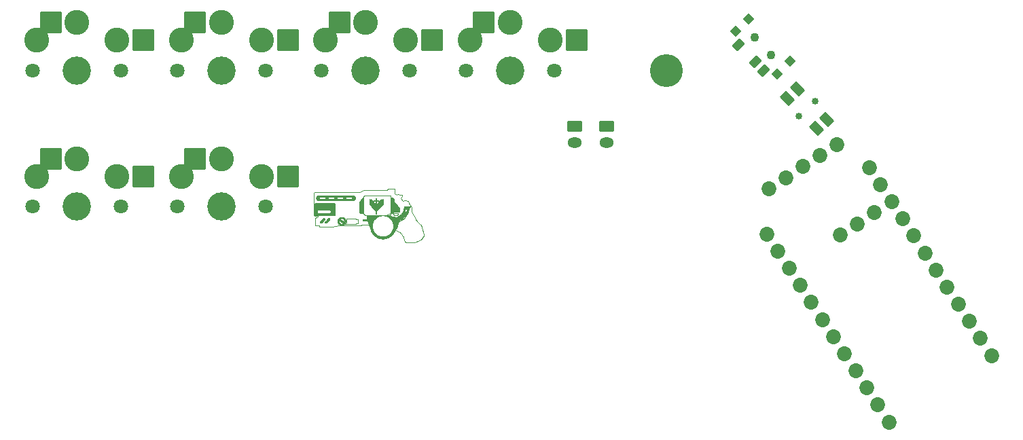
<source format=gbr>
%TF.GenerationSoftware,KiCad,Pcbnew,9.0.0*%
%TF.CreationDate,2025-02-26T19:39:31-08:00*%
%TF.ProjectId,revolver_reversible,7265766f-6c76-4657-925f-726576657273,v1.0.0*%
%TF.SameCoordinates,Original*%
%TF.FileFunction,Soldermask,Bot*%
%TF.FilePolarity,Negative*%
%FSLAX46Y46*%
G04 Gerber Fmt 4.6, Leading zero omitted, Abs format (unit mm)*
G04 Created by KiCad (PCBNEW 9.0.0) date 2025-02-26 19:39:31*
%MOMM*%
%LPD*%
G01*
G04 APERTURE LIST*
G04 Aperture macros list*
%AMRoundRect*
0 Rectangle with rounded corners*
0 $1 Rounding radius*
0 $2 $3 $4 $5 $6 $7 $8 $9 X,Y pos of 4 corners*
0 Add a 4 corners polygon primitive as box body*
4,1,4,$2,$3,$4,$5,$6,$7,$8,$9,$2,$3,0*
0 Add four circle primitives for the rounded corners*
1,1,$1+$1,$2,$3*
1,1,$1+$1,$4,$5*
1,1,$1+$1,$6,$7*
1,1,$1+$1,$8,$9*
0 Add four rect primitives between the rounded corners*
20,1,$1+$1,$2,$3,$4,$5,0*
20,1,$1+$1,$4,$5,$6,$7,0*
20,1,$1+$1,$6,$7,$8,$9,0*
20,1,$1+$1,$8,$9,$2,$3,0*%
G04 Aperture macros list end*
%ADD10C,0.026458*%
%ADD11C,0.013514*%
%ADD12C,0.006757*%
%ADD13RoundRect,0.050000X-0.636299X0.011107X-0.011107X-0.636299X0.636299X-0.011107X0.011107X0.636299X0*%
%ADD14C,1.100000*%
%ADD15RoundRect,0.050000X-0.762184X-0.110459X-0.136991X-0.757864X0.762184X0.110459X0.136991X0.757864X0*%
%ADD16C,4.100000*%
%ADD17C,1.801800*%
%ADD18C,3.100000*%
%ADD19C,3.529000*%
%ADD20RoundRect,0.050000X-1.300000X-1.300000X1.300000X-1.300000X1.300000X1.300000X-1.300000X1.300000X0*%
%ADD21C,0.850000*%
%ADD22RoundRect,0.050000X-0.898030X0.210159X0.178690X-0.904818X0.898030X-0.210159X-0.178690X0.904818X0*%
%ADD23RoundRect,0.050000X-0.850000X0.600000X-0.850000X-0.600000X0.850000X-0.600000X0.850000X0.600000X0*%
%ADD24O,1.800000X1.300000*%
%ADD25C,1.852600*%
G04 APERTURE END LIST*
D10*
X140686862Y-100449689D02*
X140820646Y-99933030D01*
X138155368Y-101107648D02*
X138196945Y-101109650D01*
X138279466Y-101117595D01*
X138360953Y-101130696D01*
X138441179Y-101148842D01*
X138519918Y-101171918D01*
X138596942Y-101199810D01*
X138672023Y-101232405D01*
X138744935Y-101269589D01*
X138815450Y-101311248D01*
X138883341Y-101357269D01*
X138948381Y-101407538D01*
X139010342Y-101461941D01*
X139068997Y-101520364D01*
X139124119Y-101582694D01*
X139150284Y-101615289D01*
X139175481Y-101648817D01*
X139199681Y-101683266D01*
X139222855Y-101718620D01*
X139226719Y-101724705D01*
X139228642Y-101727754D01*
X139230554Y-101730816D01*
X139241767Y-101749305D01*
X139252699Y-101768007D01*
X139263345Y-101786936D01*
X139273702Y-101806109D01*
X139276675Y-101811794D01*
X139279593Y-101817517D01*
X139285384Y-101829001D01*
X139294344Y-101846990D01*
X139303102Y-101865117D01*
X139311604Y-101883427D01*
X139315743Y-101892666D01*
X139319798Y-101901967D01*
X139321533Y-101906052D01*
X139323230Y-101910162D01*
X139326540Y-101918436D01*
X139333080Y-101935040D01*
X139338577Y-101948480D01*
X139344154Y-101961863D01*
X139346905Y-101968578D01*
X139349595Y-101975335D01*
X139352195Y-101982150D01*
X139354680Y-101989042D01*
X139355287Y-101990878D01*
X139355844Y-101992718D01*
X139356872Y-101996406D01*
X139357891Y-102000093D01*
X139358434Y-102001934D01*
X139359022Y-102003770D01*
X139359297Y-102004541D01*
X139359582Y-102005304D01*
X139360169Y-102006816D01*
X139360751Y-102008330D01*
X139361031Y-102009095D01*
X139361297Y-102009870D01*
X139363012Y-102015250D01*
X139364607Y-102020638D01*
X139367565Y-102031429D01*
X139370424Y-102042229D01*
X139371897Y-102047626D01*
X139373439Y-102053020D01*
X139384278Y-102089650D01*
X139386891Y-102098812D01*
X139389404Y-102107981D01*
X139391786Y-102117159D01*
X139394008Y-102126348D01*
X139396076Y-102135592D01*
X139397988Y-102144839D01*
X139401462Y-102163338D01*
X139407806Y-102200349D01*
X139411083Y-102219958D01*
X139414123Y-102239552D01*
X139416859Y-102259142D01*
X139419225Y-102278742D01*
X139421730Y-102302042D01*
X139423972Y-102325325D01*
X139424944Y-102336958D01*
X139425791Y-102348584D01*
X139426492Y-102360202D01*
X139427028Y-102371811D01*
X139427177Y-102377882D01*
X139427222Y-102383943D01*
X139427103Y-102396042D01*
X139426882Y-102408130D01*
X139426768Y-102420231D01*
X139426735Y-102457505D01*
X139426403Y-102476101D01*
X139426083Y-102485381D01*
X139425630Y-102494645D01*
X139425177Y-102501692D01*
X139424622Y-102508718D01*
X139423294Y-102522729D01*
X139420360Y-102550715D01*
X139417049Y-102583584D01*
X139415157Y-102599968D01*
X139414091Y-102608139D01*
X139412920Y-102616292D01*
X139411803Y-102623380D01*
X139410601Y-102630446D01*
X139408006Y-102644527D01*
X139402480Y-102672619D01*
X139399338Y-102688555D01*
X139396096Y-102704454D01*
X139392661Y-102720300D01*
X139390842Y-102728199D01*
X139388941Y-102736078D01*
X139385407Y-102749790D01*
X139381662Y-102763428D01*
X139377772Y-102777019D01*
X139373802Y-102790596D01*
X139369094Y-102806418D01*
X139364239Y-102822178D01*
X139359191Y-102837869D01*
X139353905Y-102853486D01*
X139349412Y-102866113D01*
X139344780Y-102878675D01*
X139340020Y-102891187D01*
X139335146Y-102903664D01*
X139333588Y-102907728D01*
X139332085Y-102911813D01*
X139329153Y-102920013D01*
X139326169Y-102928190D01*
X139324601Y-102932247D01*
X139322951Y-102936272D01*
X139321373Y-102939846D01*
X139319707Y-102943377D01*
X139317979Y-102946879D01*
X139316214Y-102950364D01*
X139312680Y-102957333D01*
X139310961Y-102960842D01*
X139309310Y-102964384D01*
X139302429Y-102979266D01*
X139295361Y-102994043D01*
X139288109Y-103008732D01*
X139280679Y-103023347D01*
X139272392Y-103039307D01*
X139263926Y-103055152D01*
X139255245Y-103070882D01*
X139246315Y-103086495D01*
X139239899Y-103097235D01*
X139233342Y-103107881D01*
X139226682Y-103118466D01*
X139219960Y-103129025D01*
X139208290Y-103147205D01*
X139196394Y-103165221D01*
X139190339Y-103174159D01*
X139184202Y-103183045D01*
X139177972Y-103191876D01*
X139171642Y-103200649D01*
X139169349Y-103203729D01*
X139167025Y-103206784D01*
X139162310Y-103212843D01*
X139157560Y-103218877D01*
X139152833Y-103224937D01*
X139136595Y-103245810D01*
X139128353Y-103256146D01*
X139120014Y-103266408D01*
X139111569Y-103276589D01*
X139103008Y-103286682D01*
X139094321Y-103296683D01*
X139085499Y-103306585D01*
X139085469Y-103306623D01*
X139085442Y-103306660D01*
X139085389Y-103306735D01*
X139085339Y-103306810D01*
X139085286Y-103306885D01*
X139085258Y-103306923D01*
X139085229Y-103306960D01*
X139085197Y-103306998D01*
X139085164Y-103307035D01*
X139085127Y-103307073D01*
X139085088Y-103307110D01*
X139085045Y-103307148D01*
X139084998Y-103307185D01*
X139057041Y-103337178D01*
X139028125Y-103366353D01*
X138998258Y-103394679D01*
X138967453Y-103422124D01*
X138935718Y-103448659D01*
X138903065Y-103474253D01*
X138869504Y-103498874D01*
X138835045Y-103522491D01*
X138799698Y-103545074D01*
X138763474Y-103566593D01*
X138726383Y-103587015D01*
X138688436Y-103606310D01*
X138649642Y-103624448D01*
X138610012Y-103641397D01*
X138569557Y-103657127D01*
X138528286Y-103671607D01*
X138495956Y-103681893D01*
X138463555Y-103691302D01*
X138431099Y-103699841D01*
X138398600Y-103707518D01*
X138366072Y-103714339D01*
X138333530Y-103720312D01*
X138300987Y-103725445D01*
X138268457Y-103729743D01*
X138222912Y-103734373D01*
X138177454Y-103737390D01*
X138132119Y-103738810D01*
X138086942Y-103738653D01*
X138041960Y-103736936D01*
X137997207Y-103733677D01*
X137952721Y-103728896D01*
X137908535Y-103722610D01*
X137864687Y-103714837D01*
X137821211Y-103705595D01*
X137735519Y-103682779D01*
X137651746Y-103654308D01*
X137570176Y-103620327D01*
X137491094Y-103580982D01*
X137414787Y-103536418D01*
X137341539Y-103486781D01*
X137271635Y-103432218D01*
X137238026Y-103403134D01*
X137205361Y-103372873D01*
X137173674Y-103341453D01*
X137143002Y-103308892D01*
X137113380Y-103275209D01*
X137084843Y-103240422D01*
X137057428Y-103204548D01*
X137031170Y-103167607D01*
X137027768Y-103162564D01*
X137024442Y-103157457D01*
X137017947Y-103147113D01*
X137011539Y-103136693D01*
X137005071Y-103126318D01*
X136988749Y-103100731D01*
X136980724Y-103087830D01*
X136976808Y-103081298D01*
X136972980Y-103074693D01*
X136968231Y-103066226D01*
X136963594Y-103057675D01*
X136959050Y-103049055D01*
X136954583Y-103040376D01*
X136945804Y-103022898D01*
X136937118Y-103005343D01*
X136935240Y-103001591D01*
X136933327Y-102997865D01*
X136929458Y-102990447D01*
X136925633Y-102982996D01*
X136923776Y-102979230D01*
X136921976Y-102975422D01*
X136916839Y-102964151D01*
X136911827Y-102952792D01*
X136906931Y-102941354D01*
X136902144Y-102929841D01*
X136892856Y-102906621D01*
X136883891Y-102883181D01*
X136883379Y-102881860D01*
X136882844Y-102880555D01*
X136881734Y-102877970D01*
X136880630Y-102875381D01*
X136880101Y-102874071D01*
X136879599Y-102872743D01*
X136878850Y-102870702D01*
X136878079Y-102868673D01*
X136876501Y-102864633D01*
X136876004Y-102863304D01*
X136875481Y-102861993D01*
X136874393Y-102859395D01*
X136873313Y-102856795D01*
X136872799Y-102855478D01*
X136872315Y-102854143D01*
X136872230Y-102853885D01*
X136872154Y-102853627D01*
X136872017Y-102853112D01*
X136871948Y-102852854D01*
X136871876Y-102852595D01*
X136871795Y-102852335D01*
X136871751Y-102852204D01*
X136871704Y-102852073D01*
X136869064Y-102845410D01*
X136867788Y-102842051D01*
X136867176Y-102840353D01*
X136866587Y-102838638D01*
X136863518Y-102829058D01*
X136860645Y-102819462D01*
X136857928Y-102809853D01*
X136855327Y-102800236D01*
X136845296Y-102761743D01*
X136842272Y-102750980D01*
X136839137Y-102740231D01*
X136836097Y-102729475D01*
X136834677Y-102724090D01*
X136833358Y-102718697D01*
X136831431Y-102710000D01*
X136829650Y-102701302D01*
X136826412Y-102683903D01*
X136820441Y-102649089D01*
X136814647Y-102617590D01*
X136811932Y-102601847D01*
X136810719Y-102593973D01*
X136809641Y-102586095D01*
X136808937Y-102579981D01*
X136808341Y-102573873D01*
X136807369Y-102561669D01*
X136806512Y-102549469D01*
X136805559Y-102537261D01*
X136803679Y-102516095D01*
X136801945Y-102494945D01*
X136800557Y-102473817D01*
X136800057Y-102463263D01*
X136799720Y-102452718D01*
X136799685Y-102449562D01*
X136799709Y-102446412D01*
X136799867Y-102440128D01*
X136800057Y-102433847D01*
X136800121Y-102430702D01*
X136800141Y-102427552D01*
X136800185Y-102400922D01*
X136800641Y-102374341D01*
X136801062Y-102361076D01*
X136801634Y-102347830D01*
X136802372Y-102334607D01*
X136803291Y-102321408D01*
X136803354Y-102320663D01*
X136803429Y-102319920D01*
X136803605Y-102318437D01*
X136804002Y-102315468D01*
X136808690Y-102268494D01*
X136815046Y-102221838D01*
X136823049Y-102175540D01*
X136832680Y-102129644D01*
X136856742Y-102039228D01*
X136887070Y-101950930D01*
X136923503Y-101865089D01*
X136965879Y-101782047D01*
X137014037Y-101702144D01*
X137067814Y-101625720D01*
X137096760Y-101588920D01*
X137127050Y-101553116D01*
X137158664Y-101518353D01*
X137191582Y-101484673D01*
X137225784Y-101452118D01*
X137261249Y-101420730D01*
X137297958Y-101390553D01*
X137335889Y-101361629D01*
X137375024Y-101334000D01*
X137415341Y-101307710D01*
X137456821Y-101282799D01*
X137499443Y-101259312D01*
X137543187Y-101237291D01*
X137588033Y-101216778D01*
X137633961Y-101197815D01*
X137680950Y-101180446D01*
X137704911Y-101172352D01*
X137728920Y-101164747D01*
X137752972Y-101157628D01*
X137777060Y-101150991D01*
X137801178Y-101144832D01*
X137825320Y-101139147D01*
X137849479Y-101133932D01*
X137873651Y-101129184D01*
X137879284Y-101128203D01*
X137908636Y-101123196D01*
X137937990Y-101118872D01*
X137967335Y-101115228D01*
X137996662Y-101112258D01*
X138025961Y-101109957D01*
X138055221Y-101108320D01*
X138084433Y-101107341D01*
X138113586Y-101107016D01*
X138113619Y-101106978D01*
X138155368Y-101107648D01*
X130828880Y-98773820D02*
X130836246Y-98774377D01*
X130843503Y-98775293D01*
X130850641Y-98776561D01*
X130857651Y-98778172D01*
X130864526Y-98780115D01*
X130871255Y-98782383D01*
X130877830Y-98784966D01*
X130884242Y-98787856D01*
X130890481Y-98791043D01*
X130896540Y-98794519D01*
X130902408Y-98798274D01*
X130908078Y-98802300D01*
X130913539Y-98806587D01*
X130918784Y-98811128D01*
X130923803Y-98815912D01*
X130928587Y-98820930D01*
X130933127Y-98826175D01*
X130937415Y-98831637D01*
X130941441Y-98837306D01*
X130945196Y-98843175D01*
X130948671Y-98849233D01*
X130951859Y-98855473D01*
X130954748Y-98861884D01*
X130957332Y-98868459D01*
X130959599Y-98875188D01*
X130961543Y-98882063D01*
X130963153Y-98889073D01*
X130964421Y-98896211D01*
X130965338Y-98903468D01*
X130965895Y-98910834D01*
X130966082Y-98918300D01*
X130966082Y-98919240D01*
X130965895Y-98926707D01*
X130965338Y-98934072D01*
X130964421Y-98941329D01*
X130963153Y-98948467D01*
X130961543Y-98955478D01*
X130959599Y-98962352D01*
X130957331Y-98969081D01*
X130954748Y-98975656D01*
X130951858Y-98982067D01*
X130948671Y-98988307D01*
X130945195Y-98994365D01*
X130941440Y-99000234D01*
X130937414Y-99005903D01*
X130933127Y-99011365D01*
X130928586Y-99016609D01*
X130923802Y-99021628D01*
X130918783Y-99026412D01*
X130913539Y-99030952D01*
X130908077Y-99035240D01*
X130902408Y-99039266D01*
X130896539Y-99043021D01*
X130890481Y-99046497D01*
X130884241Y-99049684D01*
X130877829Y-99052573D01*
X130871254Y-99055157D01*
X130864525Y-99057425D01*
X130857651Y-99059368D01*
X130850640Y-99060978D01*
X130843502Y-99062246D01*
X130836246Y-99063163D01*
X130828880Y-99063720D01*
X130821414Y-99063907D01*
X130310032Y-99063907D01*
X130302566Y-99063720D01*
X130295200Y-99063163D01*
X130287943Y-99062246D01*
X130280805Y-99060978D01*
X130273795Y-99059368D01*
X130266920Y-99057425D01*
X130260191Y-99055157D01*
X130253617Y-99052574D01*
X130247205Y-99049684D01*
X130240965Y-99046497D01*
X130234907Y-99043021D01*
X130229038Y-99039266D01*
X130223369Y-99035240D01*
X130217907Y-99030953D01*
X130212663Y-99026412D01*
X130207644Y-99021629D01*
X130202860Y-99016610D01*
X130198320Y-99011365D01*
X130194032Y-99005904D01*
X130190006Y-99000234D01*
X130186251Y-98994366D01*
X130182776Y-98988307D01*
X130179588Y-98982068D01*
X130176699Y-98975656D01*
X130174116Y-98969081D01*
X130171848Y-98962352D01*
X130169904Y-98955478D01*
X130168294Y-98948467D01*
X130167026Y-98941329D01*
X130166109Y-98934073D01*
X130165553Y-98926707D01*
X130165365Y-98919240D01*
X130165365Y-98918300D01*
X130165553Y-98910834D01*
X130166109Y-98903468D01*
X130167026Y-98896211D01*
X130168294Y-98889073D01*
X130169904Y-98882063D01*
X130171848Y-98875188D01*
X130174116Y-98868459D01*
X130176699Y-98861884D01*
X130179588Y-98855473D01*
X130182776Y-98849233D01*
X130186251Y-98843175D01*
X130190006Y-98837306D01*
X130194032Y-98831637D01*
X130198320Y-98826175D01*
X130202860Y-98820930D01*
X130207644Y-98815912D01*
X130212663Y-98811128D01*
X130217907Y-98806587D01*
X130223369Y-98802300D01*
X130229038Y-98798274D01*
X130234907Y-98794519D01*
X130240965Y-98791043D01*
X130247205Y-98787856D01*
X130253617Y-98784966D01*
X130260191Y-98782383D01*
X130266920Y-98780115D01*
X130273795Y-98778172D01*
X130280805Y-98776561D01*
X130287943Y-98775293D01*
X130295200Y-98774377D01*
X130302566Y-98773820D01*
X130310032Y-98773632D01*
X130821414Y-98773632D01*
X130828880Y-98773820D01*
X134173648Y-98773820D02*
X134181014Y-98774377D01*
X134188270Y-98775293D01*
X134195408Y-98776561D01*
X134202419Y-98778172D01*
X134209293Y-98780115D01*
X134216022Y-98782383D01*
X134222597Y-98784966D01*
X134229009Y-98787856D01*
X134235248Y-98791043D01*
X134241307Y-98794519D01*
X134247175Y-98798274D01*
X134252845Y-98802300D01*
X134258306Y-98806587D01*
X134263551Y-98811128D01*
X134268570Y-98815912D01*
X134273354Y-98820930D01*
X134277894Y-98826175D01*
X134282181Y-98831637D01*
X134286207Y-98837306D01*
X134289962Y-98843175D01*
X134293438Y-98849233D01*
X134296625Y-98855473D01*
X134299515Y-98861884D01*
X134302098Y-98868459D01*
X134304366Y-98875188D01*
X134306309Y-98882063D01*
X134307919Y-98889073D01*
X134309187Y-98896211D01*
X134310104Y-98903468D01*
X134310661Y-98910834D01*
X134310848Y-98918300D01*
X134310848Y-98919240D01*
X134310661Y-98926707D01*
X134310104Y-98934072D01*
X134309187Y-98941329D01*
X134307919Y-98948467D01*
X134306309Y-98955478D01*
X134304366Y-98962352D01*
X134302098Y-98969081D01*
X134299515Y-98975656D01*
X134296625Y-98982067D01*
X134293438Y-98988307D01*
X134289962Y-98994365D01*
X134286207Y-99000234D01*
X134282181Y-99005903D01*
X134277894Y-99011365D01*
X134273354Y-99016609D01*
X134268570Y-99021628D01*
X134263551Y-99026412D01*
X134258306Y-99030952D01*
X134252845Y-99035240D01*
X134247175Y-99039266D01*
X134241307Y-99043021D01*
X134235248Y-99046497D01*
X134229009Y-99049684D01*
X134222597Y-99052573D01*
X134216022Y-99055157D01*
X134209293Y-99057425D01*
X134202419Y-99059368D01*
X134195408Y-99060978D01*
X134188270Y-99062246D01*
X134181014Y-99063163D01*
X134173648Y-99063720D01*
X134166181Y-99063907D01*
X133654799Y-99063907D01*
X133647333Y-99063720D01*
X133639967Y-99063163D01*
X133632710Y-99062246D01*
X133625572Y-99060978D01*
X133618562Y-99059368D01*
X133611687Y-99057425D01*
X133604958Y-99055157D01*
X133598383Y-99052574D01*
X133591972Y-99049684D01*
X133585732Y-99046497D01*
X133579673Y-99043021D01*
X133573805Y-99039266D01*
X133568136Y-99035240D01*
X133562674Y-99030953D01*
X133557429Y-99026412D01*
X133552411Y-99021629D01*
X133547627Y-99016610D01*
X133543087Y-99011365D01*
X133538799Y-99005904D01*
X133534773Y-99000234D01*
X133531018Y-98994366D01*
X133527542Y-98988307D01*
X133524355Y-98982068D01*
X133521466Y-98975656D01*
X133518882Y-98969081D01*
X133516615Y-98962352D01*
X133514671Y-98955478D01*
X133513061Y-98948467D01*
X133511793Y-98941329D01*
X133510876Y-98934073D01*
X133510320Y-98926707D01*
X133510132Y-98919240D01*
X133510132Y-98918300D01*
X133510320Y-98910834D01*
X133510876Y-98903468D01*
X133511793Y-98896211D01*
X133513061Y-98889073D01*
X133514671Y-98882063D01*
X133516615Y-98875188D01*
X133518882Y-98868459D01*
X133521466Y-98861884D01*
X133524355Y-98855473D01*
X133527542Y-98849233D01*
X133531018Y-98843175D01*
X133534773Y-98837306D01*
X133538799Y-98831637D01*
X133543087Y-98826175D01*
X133547627Y-98820930D01*
X133552411Y-98815912D01*
X133557429Y-98811128D01*
X133562674Y-98806587D01*
X133568136Y-98802300D01*
X133573805Y-98798274D01*
X133579673Y-98794519D01*
X133585732Y-98791043D01*
X133591972Y-98787856D01*
X133598383Y-98784966D01*
X133604958Y-98782383D01*
X133611687Y-98780115D01*
X133618562Y-98778172D01*
X133625572Y-98776561D01*
X133632710Y-98775293D01*
X133639967Y-98774377D01*
X133647333Y-98773820D01*
X133654799Y-98773632D01*
X134166181Y-98773632D01*
X134173648Y-98773820D01*
X132007997Y-99547953D02*
X132015363Y-99548510D01*
X132022619Y-99549427D01*
X132029757Y-99550695D01*
X132036768Y-99552305D01*
X132043643Y-99554248D01*
X132050372Y-99556516D01*
X132056947Y-99559100D01*
X132063358Y-99561989D01*
X132069598Y-99565176D01*
X132075656Y-99568652D01*
X132081525Y-99572407D01*
X132087194Y-99576433D01*
X132092656Y-99580721D01*
X132097900Y-99585261D01*
X132102919Y-99590045D01*
X132107703Y-99595064D01*
X132112243Y-99600308D01*
X132116531Y-99605770D01*
X132120556Y-99611439D01*
X132124312Y-99617308D01*
X132127787Y-99623366D01*
X132130974Y-99629606D01*
X132133864Y-99636018D01*
X132136447Y-99642593D01*
X132138715Y-99649322D01*
X132140658Y-99656196D01*
X132142269Y-99663207D01*
X132143537Y-99670345D01*
X132144453Y-99677601D01*
X132145010Y-99684967D01*
X132145197Y-99692434D01*
X132145197Y-100970817D01*
X132145010Y-100978284D01*
X132144453Y-100985649D01*
X132143536Y-100992906D01*
X132142268Y-101000044D01*
X132140658Y-101007055D01*
X132138715Y-101013929D01*
X132136447Y-101020658D01*
X132133864Y-101027233D01*
X132130974Y-101033644D01*
X132127787Y-101039884D01*
X132124311Y-101045942D01*
X132120556Y-101051811D01*
X132116530Y-101057480D01*
X132112243Y-101062942D01*
X132107702Y-101068186D01*
X132102918Y-101073205D01*
X132097900Y-101077989D01*
X132092655Y-101082529D01*
X132087193Y-101086817D01*
X132081524Y-101090843D01*
X132075656Y-101094598D01*
X132069597Y-101098074D01*
X132063358Y-101101261D01*
X132056946Y-101104150D01*
X132050371Y-101106734D01*
X132043642Y-101109002D01*
X132036768Y-101110945D01*
X132029757Y-101112555D01*
X132022619Y-101113823D01*
X132015363Y-101114740D01*
X132007997Y-101115297D01*
X132000530Y-101115484D01*
X129794070Y-101115484D01*
X129786603Y-101115297D01*
X129779238Y-101114740D01*
X129771981Y-101113823D01*
X129764843Y-101112555D01*
X129757833Y-101110945D01*
X129750958Y-101109002D01*
X129744229Y-101106734D01*
X129737654Y-101104151D01*
X129731243Y-101101261D01*
X129725003Y-101098074D01*
X129718945Y-101094598D01*
X129713076Y-101090843D01*
X129707407Y-101086817D01*
X129701945Y-101082530D01*
X129696701Y-101077989D01*
X129691682Y-101073206D01*
X129686898Y-101068187D01*
X129682358Y-101062942D01*
X129678070Y-101057481D01*
X129674044Y-101051811D01*
X129670289Y-101045943D01*
X129666813Y-101039884D01*
X129663626Y-101033645D01*
X129660737Y-101027233D01*
X129658153Y-101020658D01*
X129655885Y-101013929D01*
X129653942Y-101007055D01*
X129652332Y-101000044D01*
X129651064Y-100992906D01*
X129650147Y-100985650D01*
X129649590Y-100978284D01*
X129649403Y-100970817D01*
X129649403Y-99692434D01*
X129649590Y-99684967D01*
X129650147Y-99677601D01*
X129651064Y-99670345D01*
X129652332Y-99663207D01*
X129653942Y-99656196D01*
X129655885Y-99649322D01*
X129658153Y-99642593D01*
X129660737Y-99636018D01*
X129663626Y-99629606D01*
X129666813Y-99623366D01*
X129670289Y-99617308D01*
X129674044Y-99611439D01*
X129678070Y-99605770D01*
X129682358Y-99600308D01*
X129686898Y-99595064D01*
X129691682Y-99590045D01*
X129696701Y-99585261D01*
X129701945Y-99580721D01*
X129707407Y-99576433D01*
X129713076Y-99572407D01*
X129718945Y-99568652D01*
X129725003Y-99565176D01*
X129731243Y-99561989D01*
X129737654Y-99559100D01*
X129744229Y-99556516D01*
X129750958Y-99554248D01*
X129757833Y-99552305D01*
X129764843Y-99550695D01*
X129771981Y-99549427D01*
X129779238Y-99548510D01*
X129786603Y-99547953D01*
X129794070Y-99547766D01*
X132000530Y-99547766D01*
X132007997Y-99547953D01*
X139948665Y-102485114D02*
X139625791Y-102998620D01*
X139893533Y-100784491D02*
X139900899Y-100785012D01*
X139908156Y-100785871D01*
X139915294Y-100787059D01*
X139922305Y-100788568D01*
X139929179Y-100790389D01*
X139935908Y-100792513D01*
X139942483Y-100794934D01*
X139948895Y-100797641D01*
X139955135Y-100800627D01*
X139961193Y-100803883D01*
X139967062Y-100807401D01*
X139972731Y-100811173D01*
X139978193Y-100815190D01*
X139983438Y-100819444D01*
X139988456Y-100823926D01*
X139993240Y-100828628D01*
X139997781Y-100833541D01*
X140002068Y-100838658D01*
X140006094Y-100843970D01*
X140009849Y-100849468D01*
X140013325Y-100855144D01*
X140016512Y-100860990D01*
X140019402Y-100866997D01*
X140021985Y-100873157D01*
X140024253Y-100879461D01*
X140026196Y-100885902D01*
X140027807Y-100892470D01*
X140029075Y-100899157D01*
X140029991Y-100905956D01*
X140030548Y-100912857D01*
X140030736Y-100919852D01*
X140030548Y-100926847D01*
X140029991Y-100933748D01*
X140029075Y-100940547D01*
X140027807Y-100947234D01*
X140026196Y-100953803D01*
X140024253Y-100960243D01*
X140021985Y-100966547D01*
X140019402Y-100972707D01*
X140016512Y-100978714D01*
X140013325Y-100984560D01*
X140009849Y-100990236D01*
X140006094Y-100995734D01*
X140002068Y-101001046D01*
X139997781Y-101006163D01*
X139993240Y-101011076D01*
X139988456Y-101015779D01*
X139983438Y-101020261D01*
X139978193Y-101024514D01*
X139972731Y-101028531D01*
X139967062Y-101032303D01*
X139961193Y-101035821D01*
X139955135Y-101039077D01*
X139948895Y-101042063D01*
X139942483Y-101044771D01*
X139935908Y-101047191D01*
X139929179Y-101049316D01*
X139922305Y-101051136D01*
X139915294Y-101052645D01*
X139908156Y-101053833D01*
X139900899Y-101054692D01*
X139893533Y-101055213D01*
X139886067Y-101055389D01*
X139579698Y-101055389D01*
X139572231Y-101055213D01*
X139564865Y-101054692D01*
X139557608Y-101053833D01*
X139550470Y-101052645D01*
X139543459Y-101051136D01*
X139536585Y-101049316D01*
X139529856Y-101047191D01*
X139523281Y-101044771D01*
X139516869Y-101042063D01*
X139510629Y-101039077D01*
X139504571Y-101035821D01*
X139498702Y-101032303D01*
X139493033Y-101028531D01*
X139487571Y-101024514D01*
X139482326Y-101020261D01*
X139477308Y-101015779D01*
X139472524Y-101011076D01*
X139467983Y-101006163D01*
X139463696Y-101001046D01*
X139459670Y-100995734D01*
X139455915Y-100990236D01*
X139452439Y-100984560D01*
X139449252Y-100978714D01*
X139446362Y-100972707D01*
X139443779Y-100966547D01*
X139441511Y-100960243D01*
X139439568Y-100953803D01*
X139437958Y-100947234D01*
X139436690Y-100940547D01*
X139435773Y-100933748D01*
X139435216Y-100926847D01*
X139435029Y-100919852D01*
X139435216Y-100912857D01*
X139435773Y-100905956D01*
X139436690Y-100899157D01*
X139437958Y-100892470D01*
X139439568Y-100885902D01*
X139441511Y-100879461D01*
X139443779Y-100873157D01*
X139446362Y-100866997D01*
X139449252Y-100860990D01*
X139452439Y-100855144D01*
X139455915Y-100849468D01*
X139459670Y-100843970D01*
X139463696Y-100838658D01*
X139467983Y-100833541D01*
X139472524Y-100828628D01*
X139477308Y-100823926D01*
X139482327Y-100819444D01*
X139487571Y-100815190D01*
X139493033Y-100811173D01*
X139498702Y-100807401D01*
X139504571Y-100803883D01*
X139510629Y-100800627D01*
X139516869Y-100797641D01*
X139523281Y-100794934D01*
X139529856Y-100792513D01*
X139536585Y-100790389D01*
X139543459Y-100788568D01*
X139550470Y-100787059D01*
X139557608Y-100785871D01*
X139564865Y-100785012D01*
X139572231Y-100784491D01*
X139579698Y-100784315D01*
X139886067Y-100784315D01*
X139893533Y-100784491D01*
X139511477Y-99345974D02*
X140180397Y-100110452D01*
X135593523Y-101749304D02*
X136174050Y-101749304D01*
X138527278Y-101042160D02*
X139130515Y-100803003D01*
X140015556Y-101961924D02*
X139948665Y-102485114D01*
X141155106Y-100975269D02*
X140807417Y-101465013D01*
X131476254Y-100373429D02*
X131483620Y-100373985D01*
X131490876Y-100374902D01*
X131498014Y-100376170D01*
X131505025Y-100377780D01*
X131511899Y-100379724D01*
X131518628Y-100381992D01*
X131525203Y-100384575D01*
X131531615Y-100387465D01*
X131537854Y-100390652D01*
X131543913Y-100394127D01*
X131549781Y-100397883D01*
X131555451Y-100401909D01*
X131560912Y-100406196D01*
X131566157Y-100410736D01*
X131571176Y-100415520D01*
X131575959Y-100420539D01*
X131580500Y-100425784D01*
X131584787Y-100431245D01*
X131588813Y-100436915D01*
X131592568Y-100442783D01*
X131596044Y-100448842D01*
X131599231Y-100455081D01*
X131602121Y-100461493D01*
X131604704Y-100468068D01*
X131606972Y-100474797D01*
X131608915Y-100481671D01*
X131610526Y-100488682D01*
X131611794Y-100495820D01*
X131612710Y-100503077D01*
X131613267Y-100510442D01*
X131613455Y-100517909D01*
X131613455Y-100658594D01*
X131613267Y-100666061D01*
X131612710Y-100673426D01*
X131611794Y-100680683D01*
X131610526Y-100687821D01*
X131608915Y-100694831D01*
X131606972Y-100701706D01*
X131604704Y-100708435D01*
X131602121Y-100715010D01*
X131599231Y-100721421D01*
X131596044Y-100727661D01*
X131592568Y-100733719D01*
X131588813Y-100739588D01*
X131584787Y-100745257D01*
X131580500Y-100750719D01*
X131575959Y-100755963D01*
X131571176Y-100760982D01*
X131566157Y-100765766D01*
X131560912Y-100770306D01*
X131555451Y-100774594D01*
X131549781Y-100778620D01*
X131543913Y-100782375D01*
X131537854Y-100785851D01*
X131531615Y-100789038D01*
X131525203Y-100791927D01*
X131518628Y-100794511D01*
X131511899Y-100796779D01*
X131505025Y-100798722D01*
X131498014Y-100800332D01*
X131490876Y-100801600D01*
X131483620Y-100802517D01*
X131476254Y-100803074D01*
X131468788Y-100803261D01*
X130061935Y-100803261D01*
X130054468Y-100803074D01*
X130047102Y-100802517D01*
X130039846Y-100801600D01*
X130032708Y-100800332D01*
X130025697Y-100798722D01*
X130018823Y-100796779D01*
X130012094Y-100794511D01*
X130005519Y-100791928D01*
X129999107Y-100789038D01*
X129992867Y-100785851D01*
X129986809Y-100782375D01*
X129980940Y-100778620D01*
X129975271Y-100774594D01*
X129969810Y-100770307D01*
X129964565Y-100765766D01*
X129959546Y-100760982D01*
X129954762Y-100755964D01*
X129950222Y-100750719D01*
X129945935Y-100745258D01*
X129941909Y-100739588D01*
X129938154Y-100733720D01*
X129934678Y-100727661D01*
X129931491Y-100721422D01*
X129928601Y-100715010D01*
X129926018Y-100708435D01*
X129923750Y-100701706D01*
X129921807Y-100694832D01*
X129920197Y-100687821D01*
X129918929Y-100680683D01*
X129918012Y-100673427D01*
X129917455Y-100666061D01*
X129917268Y-100658594D01*
X129917268Y-100517910D01*
X129917455Y-100510443D01*
X129918012Y-100503077D01*
X129918929Y-100495821D01*
X129920197Y-100488683D01*
X129921807Y-100481672D01*
X129923750Y-100474798D01*
X129926018Y-100468069D01*
X129928602Y-100461494D01*
X129931491Y-100455082D01*
X129934678Y-100448842D01*
X129938154Y-100442784D01*
X129941909Y-100436915D01*
X129945935Y-100431246D01*
X129950223Y-100425784D01*
X129954763Y-100420540D01*
X129959547Y-100415521D01*
X129964566Y-100410737D01*
X129969810Y-100406197D01*
X129975272Y-100401909D01*
X129980941Y-100397883D01*
X129986810Y-100394128D01*
X129992868Y-100390652D01*
X129999108Y-100387465D01*
X130005519Y-100384576D01*
X130012094Y-100381992D01*
X130018823Y-100379725D01*
X130025698Y-100377781D01*
X130032708Y-100376171D01*
X130039846Y-100374903D01*
X130047103Y-100373986D01*
X130054468Y-100373429D01*
X130061935Y-100373242D01*
X131468788Y-100373242D01*
X131468788Y-100373241D01*
X131476254Y-100373429D01*
X131943803Y-98773820D02*
X131951169Y-98774377D01*
X131958426Y-98775293D01*
X131965564Y-98776561D01*
X131972575Y-98778172D01*
X131979449Y-98780115D01*
X131986178Y-98782383D01*
X131992753Y-98784966D01*
X131999165Y-98787856D01*
X132005404Y-98791043D01*
X132011463Y-98794519D01*
X132017331Y-98798274D01*
X132023001Y-98802300D01*
X132028463Y-98806587D01*
X132033707Y-98811128D01*
X132038726Y-98815912D01*
X132043510Y-98820930D01*
X132048050Y-98826175D01*
X132052338Y-98831637D01*
X132056364Y-98837306D01*
X132060119Y-98843175D01*
X132063595Y-98849233D01*
X132066782Y-98855473D01*
X132069671Y-98861884D01*
X132072255Y-98868459D01*
X132074523Y-98875188D01*
X132076466Y-98882063D01*
X132078076Y-98889073D01*
X132079344Y-98896211D01*
X132080261Y-98903468D01*
X132080818Y-98910834D01*
X132081005Y-98918300D01*
X132081005Y-98919240D01*
X132080818Y-98926707D01*
X132080261Y-98934072D01*
X132079344Y-98941329D01*
X132078076Y-98948467D01*
X132076466Y-98955478D01*
X132074522Y-98962352D01*
X132072254Y-98969081D01*
X132069671Y-98975656D01*
X132066781Y-98982067D01*
X132063594Y-98988307D01*
X132060119Y-98994365D01*
X132056363Y-99000234D01*
X132052337Y-99005903D01*
X132048050Y-99011365D01*
X132043509Y-99016609D01*
X132038725Y-99021628D01*
X132033707Y-99026412D01*
X132028462Y-99030952D01*
X132023000Y-99035240D01*
X132017331Y-99039266D01*
X132011462Y-99043021D01*
X132005404Y-99046497D01*
X131999164Y-99049684D01*
X131992752Y-99052573D01*
X131986178Y-99055157D01*
X131979448Y-99057425D01*
X131972574Y-99059368D01*
X131965563Y-99060978D01*
X131958425Y-99062246D01*
X131951169Y-99063163D01*
X131943803Y-99063720D01*
X131936337Y-99063907D01*
X131424955Y-99063907D01*
X131417489Y-99063720D01*
X131410123Y-99063163D01*
X131402866Y-99062246D01*
X131395728Y-99060978D01*
X131388717Y-99059368D01*
X131381843Y-99057425D01*
X131375114Y-99055157D01*
X131368539Y-99052574D01*
X131362127Y-99049684D01*
X131355887Y-99046497D01*
X131349829Y-99043021D01*
X131343960Y-99039266D01*
X131338291Y-99035240D01*
X131332829Y-99030953D01*
X131327585Y-99026412D01*
X131322566Y-99021629D01*
X131317782Y-99016610D01*
X131313242Y-99011365D01*
X131308954Y-99005904D01*
X131304928Y-99000234D01*
X131301173Y-98994366D01*
X131297697Y-98988307D01*
X131294510Y-98982068D01*
X131291620Y-98975656D01*
X131289037Y-98969081D01*
X131286769Y-98962352D01*
X131284826Y-98955478D01*
X131283216Y-98948467D01*
X131281948Y-98941329D01*
X131281031Y-98934073D01*
X131280474Y-98926707D01*
X131280287Y-98919240D01*
X131280287Y-98918300D01*
X131280474Y-98910834D01*
X131281031Y-98903468D01*
X131281948Y-98896211D01*
X131283216Y-98889073D01*
X131284826Y-98882063D01*
X131286769Y-98875188D01*
X131289037Y-98868459D01*
X131291621Y-98861884D01*
X131294510Y-98855473D01*
X131297698Y-98849233D01*
X131301173Y-98843175D01*
X131304929Y-98837306D01*
X131308954Y-98831637D01*
X131313242Y-98826175D01*
X131317782Y-98820930D01*
X131322566Y-98815912D01*
X131327585Y-98811128D01*
X131332830Y-98806587D01*
X131338291Y-98802300D01*
X131343961Y-98798274D01*
X131349829Y-98794519D01*
X131355888Y-98791043D01*
X131362128Y-98787856D01*
X131368539Y-98784966D01*
X131375114Y-98782383D01*
X131381843Y-98780115D01*
X131388718Y-98778172D01*
X131395728Y-98776561D01*
X131402866Y-98775293D01*
X131410123Y-98774377D01*
X131417489Y-98773820D01*
X131424955Y-98773632D01*
X131936337Y-98773632D01*
X131943803Y-98773820D01*
X130768201Y-101433246D02*
X130774676Y-101433674D01*
X130781095Y-101434418D01*
X130787448Y-101435479D01*
X130793723Y-101436857D01*
X130799907Y-101438554D01*
X130805988Y-101440568D01*
X130811955Y-101442903D01*
X130817795Y-101445557D01*
X130823496Y-101448531D01*
X130829047Y-101451827D01*
X130834436Y-101455445D01*
X130839650Y-101459385D01*
X130844677Y-101463649D01*
X130849507Y-101468236D01*
X130854070Y-101473088D01*
X130858308Y-101478137D01*
X130862222Y-101483371D01*
X130865813Y-101488777D01*
X130869081Y-101494345D01*
X130872027Y-101500061D01*
X130874652Y-101505914D01*
X130876956Y-101511892D01*
X130878940Y-101517983D01*
X130880606Y-101524176D01*
X130881953Y-101530457D01*
X130882982Y-101536815D01*
X130883694Y-101543239D01*
X130884090Y-101549715D01*
X130884170Y-101556233D01*
X130883935Y-101562780D01*
X130883387Y-101569344D01*
X130882525Y-101575913D01*
X130881350Y-101582475D01*
X130879863Y-101589019D01*
X130878065Y-101595532D01*
X130875957Y-101602002D01*
X130873538Y-101608418D01*
X130870811Y-101614767D01*
X130867775Y-101621038D01*
X130864431Y-101627217D01*
X130860781Y-101633295D01*
X130856824Y-101639257D01*
X130852561Y-101645094D01*
X130847994Y-101650792D01*
X130843123Y-101656339D01*
X130837948Y-101661724D01*
X130504519Y-101993490D01*
X130499108Y-101998638D01*
X130493537Y-102003482D01*
X130487816Y-102008020D01*
X130481959Y-102012254D01*
X130475976Y-102016181D01*
X130469881Y-102019801D01*
X130463684Y-102023114D01*
X130457399Y-102026118D01*
X130451036Y-102028814D01*
X130444608Y-102031200D01*
X130438128Y-102033276D01*
X130431606Y-102035042D01*
X130425055Y-102036496D01*
X130418486Y-102037638D01*
X130411913Y-102038467D01*
X130405346Y-102038983D01*
X130398798Y-102039185D01*
X130392281Y-102039072D01*
X130385806Y-102038644D01*
X130379387Y-102037899D01*
X130373033Y-102036838D01*
X130366759Y-102035460D01*
X130360575Y-102033764D01*
X130354494Y-102031749D01*
X130348527Y-102029415D01*
X130342687Y-102026761D01*
X130336986Y-102023786D01*
X130331434Y-102020491D01*
X130326046Y-102016873D01*
X130320832Y-102012932D01*
X130315804Y-102008669D01*
X130310975Y-102004081D01*
X130306412Y-101999229D01*
X130302174Y-101994180D01*
X130298259Y-101988947D01*
X130294669Y-101983540D01*
X130291401Y-101977973D01*
X130288455Y-101972256D01*
X130285830Y-101966403D01*
X130283526Y-101960425D01*
X130281541Y-101954334D01*
X130279876Y-101948141D01*
X130278529Y-101941860D01*
X130277500Y-101935502D01*
X130276788Y-101929078D01*
X130276392Y-101922602D01*
X130276312Y-101916084D01*
X130276547Y-101909537D01*
X130277095Y-101902973D01*
X130277957Y-101896404D01*
X130279132Y-101889842D01*
X130280619Y-101883298D01*
X130282417Y-101876785D01*
X130284526Y-101870314D01*
X130286944Y-101863899D01*
X130289671Y-101857550D01*
X130292707Y-101851279D01*
X130296051Y-101845099D01*
X130299701Y-101839022D01*
X130303658Y-101833059D01*
X130307921Y-101827223D01*
X130312488Y-101821525D01*
X130317359Y-101815978D01*
X130322534Y-101810593D01*
X130655963Y-101478827D01*
X130661373Y-101473679D01*
X130666945Y-101468835D01*
X130672666Y-101464297D01*
X130678523Y-101460064D01*
X130684506Y-101456137D01*
X130690601Y-101452516D01*
X130696798Y-101449204D01*
X130703083Y-101446199D01*
X130709446Y-101443503D01*
X130715874Y-101441117D01*
X130722355Y-101439041D01*
X130728877Y-101437276D01*
X130735428Y-101435822D01*
X130741996Y-101434680D01*
X130748569Y-101433850D01*
X130755136Y-101433335D01*
X130761684Y-101433133D01*
X130768201Y-101433246D01*
X135593523Y-101572518D02*
X135593523Y-101749304D01*
D11*
X139417563Y-98941734D02*
X139488502Y-99031690D01*
X139488502Y-99190934D01*
X139488502Y-99350176D01*
X139820820Y-99729679D01*
X140153137Y-100109184D01*
X140143368Y-100345171D01*
X140133598Y-100581161D01*
X139774084Y-100584757D01*
X139414570Y-100588352D01*
X139360316Y-100679127D01*
X139306061Y-100769904D01*
X139228354Y-100770350D01*
X139150648Y-100770794D01*
X139150648Y-99811285D01*
X139150648Y-98851775D01*
X139248636Y-98851775D01*
X139346625Y-98851775D01*
X139417563Y-98941734D01*
G36*
X139417563Y-98941734D02*
G01*
X139488502Y-99031690D01*
X139488502Y-99190934D01*
X139488502Y-99350176D01*
X139820820Y-99729679D01*
X140153137Y-100109184D01*
X140143368Y-100345171D01*
X140133598Y-100581161D01*
X139774084Y-100584757D01*
X139414570Y-100588352D01*
X139360316Y-100679127D01*
X139306061Y-100769904D01*
X139228354Y-100770350D01*
X139150648Y-100770794D01*
X139150648Y-99811285D01*
X139150648Y-98851775D01*
X139248636Y-98851775D01*
X139346625Y-98851775D01*
X139417563Y-98941734D01*
G37*
X134635049Y-98915789D02*
X134634461Y-98928561D01*
X134633345Y-98941122D01*
X134631707Y-98953466D01*
X134629551Y-98965587D01*
X134626881Y-98977479D01*
X134623702Y-98989135D01*
X134620020Y-99000548D01*
X134615838Y-99011712D01*
X134611160Y-99022620D01*
X134605993Y-99033267D01*
X134600340Y-99043644D01*
X134594205Y-99053747D01*
X134587594Y-99063568D01*
X134580511Y-99073101D01*
X134572961Y-99082339D01*
X134564948Y-99091276D01*
X134556476Y-99099905D01*
X134547552Y-99108220D01*
X134538178Y-99116214D01*
X134528360Y-99123882D01*
X134518102Y-99131215D01*
X134507409Y-99138208D01*
X134496286Y-99144855D01*
X134484737Y-99151148D01*
X134472766Y-99157082D01*
X134460379Y-99162649D01*
X134447580Y-99167843D01*
X134434373Y-99172659D01*
X134420763Y-99177088D01*
X134420760Y-99177087D01*
X133757700Y-99183748D01*
X132211101Y-99185175D01*
X130035316Y-99182876D01*
X129971482Y-99145352D01*
X129953800Y-99134135D01*
X129937335Y-99122031D01*
X129922085Y-99109105D01*
X129908047Y-99095420D01*
X129895218Y-99081038D01*
X129883594Y-99066022D01*
X129873173Y-99050437D01*
X129863952Y-99034346D01*
X129855927Y-99017811D01*
X129849096Y-99000897D01*
X129843455Y-98983666D01*
X129839002Y-98966181D01*
X129835733Y-98948507D01*
X129833646Y-98930705D01*
X129832737Y-98912840D01*
X129832818Y-98907428D01*
X130140007Y-98907428D01*
X130140012Y-98915722D01*
X130140458Y-98923992D01*
X130141346Y-98932223D01*
X130142675Y-98940404D01*
X130144446Y-98948520D01*
X130146660Y-98956559D01*
X130149316Y-98964507D01*
X130152416Y-98972351D01*
X130155959Y-98980078D01*
X130159946Y-98987675D01*
X130164377Y-98995127D01*
X130169252Y-99002423D01*
X130174573Y-99009549D01*
X130180338Y-99016492D01*
X130186549Y-99023238D01*
X130193206Y-99029774D01*
X130234128Y-99068005D01*
X130558391Y-99068005D01*
X130882654Y-99068005D01*
X130928603Y-99022056D01*
X130935697Y-99014849D01*
X130942038Y-99008129D01*
X130947666Y-99001796D01*
X130952622Y-98995750D01*
X130956947Y-98989890D01*
X130960683Y-98984115D01*
X130963869Y-98978326D01*
X130966546Y-98972423D01*
X130968755Y-98966303D01*
X130970538Y-98959868D01*
X130971935Y-98953017D01*
X130972986Y-98945650D01*
X130973732Y-98937666D01*
X130974215Y-98928964D01*
X130974458Y-98920030D01*
X131258352Y-98920030D01*
X131258456Y-98928304D01*
X131258788Y-98936013D01*
X131259379Y-98943224D01*
X131260259Y-98950003D01*
X131261458Y-98956417D01*
X131263005Y-98962534D01*
X131264931Y-98968420D01*
X131267267Y-98974142D01*
X131270042Y-98979768D01*
X131273287Y-98985363D01*
X131277031Y-98990996D01*
X131281305Y-98996732D01*
X131286138Y-99002640D01*
X131291562Y-99008785D01*
X131297606Y-99015235D01*
X131304301Y-99022056D01*
X131350249Y-99068006D01*
X131674119Y-99068006D01*
X131775540Y-99067885D01*
X131817392Y-99067685D01*
X131853912Y-99067349D01*
X131885529Y-99066843D01*
X131912673Y-99066135D01*
X131935773Y-99065192D01*
X131945942Y-99064623D01*
X131955260Y-99063983D01*
X131963783Y-99063267D01*
X131971563Y-99062473D01*
X131978654Y-99061596D01*
X131985111Y-99060631D01*
X131990986Y-99059575D01*
X131996334Y-99058424D01*
X132001208Y-99057173D01*
X132005662Y-99055819D01*
X132009750Y-99054357D01*
X132013525Y-99052783D01*
X132017041Y-99051093D01*
X132020352Y-99049284D01*
X132023512Y-99047351D01*
X132026573Y-99045289D01*
X132032618Y-99040766D01*
X132039516Y-99034994D01*
X132045993Y-99028874D01*
X132052050Y-99022427D01*
X132057684Y-99015676D01*
X132062895Y-99008641D01*
X132067683Y-99001344D01*
X132072047Y-98993807D01*
X132075986Y-98986050D01*
X132079500Y-98978096D01*
X132082587Y-98969966D01*
X132085246Y-98961681D01*
X132087478Y-98953263D01*
X132089282Y-98944733D01*
X132090656Y-98936112D01*
X132091600Y-98927423D01*
X132092114Y-98918686D01*
X132092195Y-98909924D01*
X132092095Y-98907428D01*
X132369850Y-98907428D01*
X132369851Y-98909924D01*
X132369855Y-98915722D01*
X132370301Y-98923992D01*
X132371188Y-98932223D01*
X132372517Y-98940404D01*
X132374289Y-98948520D01*
X132376502Y-98956559D01*
X132379159Y-98964507D01*
X132382258Y-98972351D01*
X132385801Y-98980078D01*
X132389788Y-98987675D01*
X132394219Y-98995127D01*
X132399095Y-99002423D01*
X132404415Y-99009549D01*
X132410181Y-99016492D01*
X132416392Y-99023238D01*
X132423049Y-99029774D01*
X132463972Y-99068005D01*
X132788235Y-99068005D01*
X133112498Y-99068005D01*
X133158446Y-99022056D01*
X133165540Y-99014849D01*
X133171881Y-99008129D01*
X133177509Y-99001796D01*
X133182465Y-98995750D01*
X133186791Y-98989890D01*
X133190526Y-98984115D01*
X133193712Y-98978326D01*
X133196389Y-98972423D01*
X133198599Y-98966303D01*
X133200381Y-98959868D01*
X133201778Y-98953017D01*
X133202829Y-98945650D01*
X133203575Y-98937666D01*
X133204058Y-98928964D01*
X133204302Y-98920030D01*
X133488195Y-98920030D01*
X133488299Y-98928304D01*
X133488632Y-98936013D01*
X133489223Y-98943224D01*
X133490102Y-98950003D01*
X133491301Y-98956417D01*
X133492848Y-98962534D01*
X133494775Y-98968420D01*
X133497110Y-98974142D01*
X133499885Y-98979768D01*
X133503130Y-98985363D01*
X133506874Y-98990996D01*
X133511148Y-98996732D01*
X133515982Y-99002640D01*
X133521405Y-99008785D01*
X133527449Y-99015235D01*
X133534144Y-99022056D01*
X133580092Y-99068006D01*
X133903962Y-99068006D01*
X134005382Y-99067885D01*
X134047235Y-99067685D01*
X134083755Y-99067349D01*
X134115372Y-99066843D01*
X134142515Y-99066135D01*
X134165616Y-99065192D01*
X134175784Y-99064623D01*
X134185102Y-99063983D01*
X134193625Y-99063267D01*
X134201405Y-99062473D01*
X134208496Y-99061596D01*
X134214953Y-99060631D01*
X134220828Y-99059575D01*
X134226176Y-99058424D01*
X134231050Y-99057173D01*
X134235504Y-99055819D01*
X134239592Y-99054357D01*
X134243367Y-99052783D01*
X134246883Y-99051093D01*
X134250194Y-99049284D01*
X134253353Y-99047351D01*
X134256415Y-99045289D01*
X134262459Y-99040766D01*
X134269358Y-99034994D01*
X134275835Y-99028874D01*
X134281892Y-99022427D01*
X134287526Y-99015676D01*
X134292738Y-99008641D01*
X134297526Y-99001344D01*
X134301890Y-98993807D01*
X134305829Y-98986050D01*
X134309342Y-98978096D01*
X134312429Y-98969966D01*
X134315089Y-98961681D01*
X134317321Y-98953263D01*
X134319125Y-98944733D01*
X134320499Y-98936112D01*
X134321443Y-98927423D01*
X134321956Y-98918686D01*
X134322038Y-98909924D01*
X134321688Y-98901156D01*
X134320904Y-98892406D01*
X134319687Y-98883694D01*
X134318036Y-98875042D01*
X134315949Y-98866471D01*
X134313427Y-98858003D01*
X134310468Y-98849659D01*
X134307071Y-98841461D01*
X134303237Y-98833430D01*
X134298963Y-98825587D01*
X134294251Y-98817954D01*
X134289097Y-98810553D01*
X134283503Y-98803405D01*
X134277467Y-98796531D01*
X134270989Y-98789953D01*
X134229757Y-98750422D01*
X133920475Y-98746342D01*
X133832152Y-98745361D01*
X133760850Y-98745062D01*
X133730910Y-98745200D01*
X133704421Y-98745549D01*
X133681112Y-98746121D01*
X133660717Y-98746928D01*
X133642966Y-98747985D01*
X133627590Y-98749304D01*
X133614322Y-98750899D01*
X133602893Y-98752782D01*
X133593034Y-98754967D01*
X133584477Y-98757466D01*
X133576953Y-98760294D01*
X133570194Y-98763462D01*
X133560744Y-98768840D01*
X133551811Y-98774919D01*
X133543407Y-98781675D01*
X133535546Y-98789084D01*
X133528241Y-98797122D01*
X133521504Y-98805763D01*
X133515348Y-98814984D01*
X133509785Y-98824761D01*
X133504829Y-98835068D01*
X133500493Y-98845881D01*
X133496788Y-98857177D01*
X133493729Y-98868930D01*
X133491327Y-98881116D01*
X133489595Y-98893711D01*
X133488547Y-98906690D01*
X133488486Y-98909008D01*
X133488195Y-98920030D01*
X133204302Y-98920030D01*
X133204318Y-98919445D01*
X133204395Y-98909008D01*
X133204047Y-98895022D01*
X133203611Y-98888270D01*
X133202999Y-98881678D01*
X133202212Y-98875245D01*
X133201248Y-98868969D01*
X133200106Y-98862850D01*
X133198788Y-98856888D01*
X133197291Y-98851080D01*
X133195615Y-98845427D01*
X133193761Y-98839928D01*
X133191726Y-98834580D01*
X133189511Y-98829385D01*
X133187115Y-98824340D01*
X133184538Y-98819444D01*
X133181779Y-98814698D01*
X133178837Y-98810100D01*
X133175713Y-98805649D01*
X133172404Y-98801343D01*
X133168912Y-98797184D01*
X133165235Y-98793168D01*
X133161372Y-98789296D01*
X133157324Y-98785567D01*
X133153089Y-98781980D01*
X133148668Y-98778533D01*
X133144059Y-98775226D01*
X133139262Y-98772058D01*
X133134276Y-98769028D01*
X133129102Y-98766136D01*
X133123738Y-98763380D01*
X133118183Y-98760759D01*
X133112438Y-98758273D01*
X133106443Y-98756251D01*
X133098618Y-98754407D01*
X133077276Y-98751247D01*
X133048003Y-98748779D01*
X133010392Y-98746987D01*
X132964037Y-98745859D01*
X132908529Y-98745379D01*
X132768429Y-98746308D01*
X132669376Y-98747730D01*
X132628954Y-98748449D01*
X132593979Y-98749238D01*
X132563986Y-98750147D01*
X132550712Y-98750662D01*
X132538508Y-98751225D01*
X132527316Y-98751843D01*
X132517078Y-98752522D01*
X132507736Y-98753267D01*
X132499231Y-98754086D01*
X132491506Y-98754984D01*
X132484501Y-98755968D01*
X132478158Y-98757043D01*
X132472420Y-98758216D01*
X132467228Y-98759493D01*
X132462523Y-98760880D01*
X132458248Y-98762383D01*
X132454344Y-98764009D01*
X132450753Y-98765764D01*
X132447416Y-98767653D01*
X132444275Y-98769683D01*
X132441273Y-98771860D01*
X132438350Y-98774191D01*
X132435448Y-98776681D01*
X132429476Y-98782163D01*
X132422471Y-98789053D01*
X132415901Y-98796129D01*
X132409767Y-98803380D01*
X132404069Y-98810791D01*
X132398808Y-98818349D01*
X132393984Y-98826041D01*
X132389597Y-98833854D01*
X132385648Y-98841775D01*
X132382137Y-98849790D01*
X132379064Y-98857886D01*
X132376429Y-98866050D01*
X132374234Y-98874269D01*
X132372478Y-98882530D01*
X132371162Y-98890818D01*
X132370286Y-98899122D01*
X132369850Y-98907428D01*
X132092095Y-98907428D01*
X132091845Y-98901156D01*
X132091062Y-98892406D01*
X132089845Y-98883694D01*
X132088193Y-98875042D01*
X132086107Y-98866471D01*
X132083584Y-98858003D01*
X132080625Y-98849659D01*
X132077229Y-98841461D01*
X132073394Y-98833430D01*
X132069121Y-98825587D01*
X132064408Y-98817954D01*
X132059255Y-98810553D01*
X132053661Y-98803405D01*
X132047626Y-98796531D01*
X132041147Y-98789953D01*
X131999914Y-98750422D01*
X131690632Y-98746342D01*
X131602309Y-98745361D01*
X131531007Y-98745062D01*
X131501067Y-98745200D01*
X131474578Y-98745549D01*
X131451269Y-98746121D01*
X131430874Y-98746928D01*
X131413122Y-98747985D01*
X131397747Y-98749304D01*
X131384479Y-98750899D01*
X131373050Y-98752782D01*
X131363191Y-98754967D01*
X131354634Y-98757466D01*
X131347110Y-98760294D01*
X131340351Y-98763462D01*
X131330901Y-98768840D01*
X131321967Y-98774919D01*
X131313564Y-98781675D01*
X131305703Y-98789084D01*
X131298398Y-98797122D01*
X131291661Y-98805763D01*
X131285505Y-98814984D01*
X131279942Y-98824761D01*
X131274986Y-98835068D01*
X131270650Y-98845881D01*
X131266945Y-98857177D01*
X131263886Y-98868930D01*
X131261484Y-98881116D01*
X131259752Y-98893711D01*
X131258704Y-98906690D01*
X131258643Y-98909008D01*
X131258352Y-98920030D01*
X130974458Y-98920030D01*
X130974474Y-98919445D01*
X130974552Y-98909008D01*
X130974204Y-98895022D01*
X130973768Y-98888270D01*
X130973156Y-98881678D01*
X130972369Y-98875245D01*
X130971405Y-98868969D01*
X130970264Y-98862850D01*
X130968945Y-98856888D01*
X130967448Y-98851080D01*
X130965773Y-98845427D01*
X130963918Y-98839928D01*
X130961883Y-98834580D01*
X130959669Y-98829385D01*
X130957273Y-98824340D01*
X130954696Y-98819444D01*
X130951937Y-98814698D01*
X130948995Y-98810100D01*
X130945870Y-98805649D01*
X130942562Y-98801343D01*
X130939069Y-98797184D01*
X130935392Y-98793168D01*
X130931530Y-98789296D01*
X130927481Y-98785567D01*
X130923247Y-98781980D01*
X130918825Y-98778533D01*
X130914216Y-98775226D01*
X130909419Y-98772058D01*
X130904434Y-98769028D01*
X130899259Y-98766136D01*
X130893895Y-98763380D01*
X130888340Y-98760759D01*
X130882595Y-98758273D01*
X130876600Y-98756251D01*
X130868775Y-98754407D01*
X130847433Y-98751247D01*
X130818160Y-98748779D01*
X130780550Y-98746987D01*
X130734194Y-98745859D01*
X130678687Y-98745379D01*
X130538585Y-98746308D01*
X130439534Y-98747730D01*
X130399111Y-98748449D01*
X130364137Y-98749238D01*
X130334144Y-98750147D01*
X130320869Y-98750662D01*
X130308665Y-98751225D01*
X130297474Y-98751843D01*
X130287236Y-98752522D01*
X130277894Y-98753267D01*
X130269389Y-98754086D01*
X130261663Y-98754984D01*
X130254658Y-98755968D01*
X130248316Y-98757043D01*
X130242577Y-98758216D01*
X130237385Y-98759493D01*
X130232680Y-98760880D01*
X130228405Y-98762383D01*
X130224501Y-98764009D01*
X130220910Y-98765764D01*
X130217573Y-98767653D01*
X130214432Y-98769683D01*
X130211429Y-98771860D01*
X130208507Y-98774191D01*
X130205605Y-98776681D01*
X130199633Y-98782163D01*
X130192627Y-98789053D01*
X130186058Y-98796129D01*
X130179924Y-98803380D01*
X130174226Y-98810791D01*
X130168965Y-98818349D01*
X130164141Y-98826041D01*
X130159754Y-98833854D01*
X130155805Y-98841775D01*
X130152294Y-98849790D01*
X130149221Y-98857886D01*
X130146587Y-98866050D01*
X130144391Y-98874269D01*
X130142636Y-98882530D01*
X130141319Y-98890818D01*
X130140443Y-98899122D01*
X130140007Y-98907428D01*
X129832818Y-98907428D01*
X129833004Y-98894975D01*
X129834443Y-98877174D01*
X129837051Y-98859498D01*
X129840826Y-98842012D01*
X129845764Y-98824779D01*
X129851862Y-98807863D01*
X129859118Y-98791326D01*
X129867528Y-98775232D01*
X129877089Y-98759643D01*
X129887798Y-98744625D01*
X129899652Y-98730239D01*
X129912649Y-98716549D01*
X129926784Y-98703618D01*
X129942056Y-98691510D01*
X129958461Y-98680288D01*
X129975995Y-98670014D01*
X129994657Y-98660754D01*
X130020241Y-98652955D01*
X130073346Y-98646998D01*
X130352797Y-98639604D01*
X132239384Y-98635848D01*
X134429938Y-98635551D01*
X134489498Y-98666996D01*
X134504162Y-98675341D01*
X134518239Y-98684559D01*
X134531692Y-98694598D01*
X134544487Y-98705408D01*
X134556586Y-98716936D01*
X134567955Y-98729129D01*
X134578558Y-98741937D01*
X134588359Y-98755307D01*
X134597322Y-98769187D01*
X134605411Y-98783526D01*
X134612592Y-98798271D01*
X134618827Y-98813371D01*
X134624082Y-98828774D01*
X134628320Y-98844428D01*
X134631507Y-98860281D01*
X134633605Y-98876281D01*
X134634626Y-98889643D01*
X134635106Y-98902815D01*
X134635075Y-98909924D01*
X134635049Y-98915789D01*
G36*
X134635049Y-98915789D02*
G01*
X134634461Y-98928561D01*
X134633345Y-98941122D01*
X134631707Y-98953466D01*
X134629551Y-98965587D01*
X134626881Y-98977479D01*
X134623702Y-98989135D01*
X134620020Y-99000548D01*
X134615838Y-99011712D01*
X134611160Y-99022620D01*
X134605993Y-99033267D01*
X134600340Y-99043644D01*
X134594205Y-99053747D01*
X134587594Y-99063568D01*
X134580511Y-99073101D01*
X134572961Y-99082339D01*
X134564948Y-99091276D01*
X134556476Y-99099905D01*
X134547552Y-99108220D01*
X134538178Y-99116214D01*
X134528360Y-99123882D01*
X134518102Y-99131215D01*
X134507409Y-99138208D01*
X134496286Y-99144855D01*
X134484737Y-99151148D01*
X134472766Y-99157082D01*
X134460379Y-99162649D01*
X134447580Y-99167843D01*
X134434373Y-99172659D01*
X134420763Y-99177088D01*
X134420760Y-99177087D01*
X133757700Y-99183748D01*
X132211101Y-99185175D01*
X130035316Y-99182876D01*
X129971482Y-99145352D01*
X129953800Y-99134135D01*
X129937335Y-99122031D01*
X129922085Y-99109105D01*
X129908047Y-99095420D01*
X129895218Y-99081038D01*
X129883594Y-99066022D01*
X129873173Y-99050437D01*
X129863952Y-99034346D01*
X129855927Y-99017811D01*
X129849096Y-99000897D01*
X129843455Y-98983666D01*
X129839002Y-98966181D01*
X129835733Y-98948507D01*
X129833646Y-98930705D01*
X129832737Y-98912840D01*
X129832818Y-98907428D01*
X130140007Y-98907428D01*
X130140012Y-98915722D01*
X130140458Y-98923992D01*
X130141346Y-98932223D01*
X130142675Y-98940404D01*
X130144446Y-98948520D01*
X130146660Y-98956559D01*
X130149316Y-98964507D01*
X130152416Y-98972351D01*
X130155959Y-98980078D01*
X130159946Y-98987675D01*
X130164377Y-98995127D01*
X130169252Y-99002423D01*
X130174573Y-99009549D01*
X130180338Y-99016492D01*
X130186549Y-99023238D01*
X130193206Y-99029774D01*
X130234128Y-99068005D01*
X130558391Y-99068005D01*
X130882654Y-99068005D01*
X130928603Y-99022056D01*
X130935697Y-99014849D01*
X130942038Y-99008129D01*
X130947666Y-99001796D01*
X130952622Y-98995750D01*
X130956947Y-98989890D01*
X130960683Y-98984115D01*
X130963869Y-98978326D01*
X130966546Y-98972423D01*
X130968755Y-98966303D01*
X130970538Y-98959868D01*
X130971935Y-98953017D01*
X130972986Y-98945650D01*
X130973732Y-98937666D01*
X130974215Y-98928964D01*
X130974458Y-98920030D01*
X131258352Y-98920030D01*
X131258456Y-98928304D01*
X131258788Y-98936013D01*
X131259379Y-98943224D01*
X131260259Y-98950003D01*
X131261458Y-98956417D01*
X131263005Y-98962534D01*
X131264931Y-98968420D01*
X131267267Y-98974142D01*
X131270042Y-98979768D01*
X131273287Y-98985363D01*
X131277031Y-98990996D01*
X131281305Y-98996732D01*
X131286138Y-99002640D01*
X131291562Y-99008785D01*
X131297606Y-99015235D01*
X131304301Y-99022056D01*
X131350249Y-99068006D01*
X131674119Y-99068006D01*
X131775540Y-99067885D01*
X131817392Y-99067685D01*
X131853912Y-99067349D01*
X131885529Y-99066843D01*
X131912673Y-99066135D01*
X131935773Y-99065192D01*
X131945942Y-99064623D01*
X131955260Y-99063983D01*
X131963783Y-99063267D01*
X131971563Y-99062473D01*
X131978654Y-99061596D01*
X131985111Y-99060631D01*
X131990986Y-99059575D01*
X131996334Y-99058424D01*
X132001208Y-99057173D01*
X132005662Y-99055819D01*
X132009750Y-99054357D01*
X132013525Y-99052783D01*
X132017041Y-99051093D01*
X132020352Y-99049284D01*
X132023512Y-99047351D01*
X132026573Y-99045289D01*
X132032618Y-99040766D01*
X132039516Y-99034994D01*
X132045993Y-99028874D01*
X132052050Y-99022427D01*
X132057684Y-99015676D01*
X132062895Y-99008641D01*
X132067683Y-99001344D01*
X132072047Y-98993807D01*
X132075986Y-98986050D01*
X132079500Y-98978096D01*
X132082587Y-98969966D01*
X132085246Y-98961681D01*
X132087478Y-98953263D01*
X132089282Y-98944733D01*
X132090656Y-98936112D01*
X132091600Y-98927423D01*
X132092114Y-98918686D01*
X132092195Y-98909924D01*
X132092095Y-98907428D01*
X132369850Y-98907428D01*
X132369851Y-98909924D01*
X132369855Y-98915722D01*
X132370301Y-98923992D01*
X132371188Y-98932223D01*
X132372517Y-98940404D01*
X132374289Y-98948520D01*
X132376502Y-98956559D01*
X132379159Y-98964507D01*
X132382258Y-98972351D01*
X132385801Y-98980078D01*
X132389788Y-98987675D01*
X132394219Y-98995127D01*
X132399095Y-99002423D01*
X132404415Y-99009549D01*
X132410181Y-99016492D01*
X132416392Y-99023238D01*
X132423049Y-99029774D01*
X132463972Y-99068005D01*
X132788235Y-99068005D01*
X133112498Y-99068005D01*
X133158446Y-99022056D01*
X133165540Y-99014849D01*
X133171881Y-99008129D01*
X133177509Y-99001796D01*
X133182465Y-98995750D01*
X133186791Y-98989890D01*
X133190526Y-98984115D01*
X133193712Y-98978326D01*
X133196389Y-98972423D01*
X133198599Y-98966303D01*
X133200381Y-98959868D01*
X133201778Y-98953017D01*
X133202829Y-98945650D01*
X133203575Y-98937666D01*
X133204058Y-98928964D01*
X133204302Y-98920030D01*
X133488195Y-98920030D01*
X133488299Y-98928304D01*
X133488632Y-98936013D01*
X133489223Y-98943224D01*
X133490102Y-98950003D01*
X133491301Y-98956417D01*
X133492848Y-98962534D01*
X133494775Y-98968420D01*
X133497110Y-98974142D01*
X133499885Y-98979768D01*
X133503130Y-98985363D01*
X133506874Y-98990996D01*
X133511148Y-98996732D01*
X133515982Y-99002640D01*
X133521405Y-99008785D01*
X133527449Y-99015235D01*
X133534144Y-99022056D01*
X133580092Y-99068006D01*
X133903962Y-99068006D01*
X134005382Y-99067885D01*
X134047235Y-99067685D01*
X134083755Y-99067349D01*
X134115372Y-99066843D01*
X134142515Y-99066135D01*
X134165616Y-99065192D01*
X134175784Y-99064623D01*
X134185102Y-99063983D01*
X134193625Y-99063267D01*
X134201405Y-99062473D01*
X134208496Y-99061596D01*
X134214953Y-99060631D01*
X134220828Y-99059575D01*
X134226176Y-99058424D01*
X134231050Y-99057173D01*
X134235504Y-99055819D01*
X134239592Y-99054357D01*
X134243367Y-99052783D01*
X134246883Y-99051093D01*
X134250194Y-99049284D01*
X134253353Y-99047351D01*
X134256415Y-99045289D01*
X134262459Y-99040766D01*
X134269358Y-99034994D01*
X134275835Y-99028874D01*
X134281892Y-99022427D01*
X134287526Y-99015676D01*
X134292738Y-99008641D01*
X134297526Y-99001344D01*
X134301890Y-98993807D01*
X134305829Y-98986050D01*
X134309342Y-98978096D01*
X134312429Y-98969966D01*
X134315089Y-98961681D01*
X134317321Y-98953263D01*
X134319125Y-98944733D01*
X134320499Y-98936112D01*
X134321443Y-98927423D01*
X134321956Y-98918686D01*
X134322038Y-98909924D01*
X134321688Y-98901156D01*
X134320904Y-98892406D01*
X134319687Y-98883694D01*
X134318036Y-98875042D01*
X134315949Y-98866471D01*
X134313427Y-98858003D01*
X134310468Y-98849659D01*
X134307071Y-98841461D01*
X134303237Y-98833430D01*
X134298963Y-98825587D01*
X134294251Y-98817954D01*
X134289097Y-98810553D01*
X134283503Y-98803405D01*
X134277467Y-98796531D01*
X134270989Y-98789953D01*
X134229757Y-98750422D01*
X133920475Y-98746342D01*
X133832152Y-98745361D01*
X133760850Y-98745062D01*
X133730910Y-98745200D01*
X133704421Y-98745549D01*
X133681112Y-98746121D01*
X133660717Y-98746928D01*
X133642966Y-98747985D01*
X133627590Y-98749304D01*
X133614322Y-98750899D01*
X133602893Y-98752782D01*
X133593034Y-98754967D01*
X133584477Y-98757466D01*
X133576953Y-98760294D01*
X133570194Y-98763462D01*
X133560744Y-98768840D01*
X133551811Y-98774919D01*
X133543407Y-98781675D01*
X133535546Y-98789084D01*
X133528241Y-98797122D01*
X133521504Y-98805763D01*
X133515348Y-98814984D01*
X133509785Y-98824761D01*
X133504829Y-98835068D01*
X133500493Y-98845881D01*
X133496788Y-98857177D01*
X133493729Y-98868930D01*
X133491327Y-98881116D01*
X133489595Y-98893711D01*
X133488547Y-98906690D01*
X133488486Y-98909008D01*
X133488195Y-98920030D01*
X133204302Y-98920030D01*
X133204318Y-98919445D01*
X133204395Y-98909008D01*
X133204047Y-98895022D01*
X133203611Y-98888270D01*
X133202999Y-98881678D01*
X133202212Y-98875245D01*
X133201248Y-98868969D01*
X133200106Y-98862850D01*
X133198788Y-98856888D01*
X133197291Y-98851080D01*
X133195615Y-98845427D01*
X133193761Y-98839928D01*
X133191726Y-98834580D01*
X133189511Y-98829385D01*
X133187115Y-98824340D01*
X133184538Y-98819444D01*
X133181779Y-98814698D01*
X133178837Y-98810100D01*
X133175713Y-98805649D01*
X133172404Y-98801343D01*
X133168912Y-98797184D01*
X133165235Y-98793168D01*
X133161372Y-98789296D01*
X133157324Y-98785567D01*
X133153089Y-98781980D01*
X133148668Y-98778533D01*
X133144059Y-98775226D01*
X133139262Y-98772058D01*
X133134276Y-98769028D01*
X133129102Y-98766136D01*
X133123738Y-98763380D01*
X133118183Y-98760759D01*
X133112438Y-98758273D01*
X133106443Y-98756251D01*
X133098618Y-98754407D01*
X133077276Y-98751247D01*
X133048003Y-98748779D01*
X133010392Y-98746987D01*
X132964037Y-98745859D01*
X132908529Y-98745379D01*
X132768429Y-98746308D01*
X132669376Y-98747730D01*
X132628954Y-98748449D01*
X132593979Y-98749238D01*
X132563986Y-98750147D01*
X132550712Y-98750662D01*
X132538508Y-98751225D01*
X132527316Y-98751843D01*
X132517078Y-98752522D01*
X132507736Y-98753267D01*
X132499231Y-98754086D01*
X132491506Y-98754984D01*
X132484501Y-98755968D01*
X132478158Y-98757043D01*
X132472420Y-98758216D01*
X132467228Y-98759493D01*
X132462523Y-98760880D01*
X132458248Y-98762383D01*
X132454344Y-98764009D01*
X132450753Y-98765764D01*
X132447416Y-98767653D01*
X132444275Y-98769683D01*
X132441273Y-98771860D01*
X132438350Y-98774191D01*
X132435448Y-98776681D01*
X132429476Y-98782163D01*
X132422471Y-98789053D01*
X132415901Y-98796129D01*
X132409767Y-98803380D01*
X132404069Y-98810791D01*
X132398808Y-98818349D01*
X132393984Y-98826041D01*
X132389597Y-98833854D01*
X132385648Y-98841775D01*
X132382137Y-98849790D01*
X132379064Y-98857886D01*
X132376429Y-98866050D01*
X132374234Y-98874269D01*
X132372478Y-98882530D01*
X132371162Y-98890818D01*
X132370286Y-98899122D01*
X132369850Y-98907428D01*
X132092095Y-98907428D01*
X132091845Y-98901156D01*
X132091062Y-98892406D01*
X132089845Y-98883694D01*
X132088193Y-98875042D01*
X132086107Y-98866471D01*
X132083584Y-98858003D01*
X132080625Y-98849659D01*
X132077229Y-98841461D01*
X132073394Y-98833430D01*
X132069121Y-98825587D01*
X132064408Y-98817954D01*
X132059255Y-98810553D01*
X132053661Y-98803405D01*
X132047626Y-98796531D01*
X132041147Y-98789953D01*
X131999914Y-98750422D01*
X131690632Y-98746342D01*
X131602309Y-98745361D01*
X131531007Y-98745062D01*
X131501067Y-98745200D01*
X131474578Y-98745549D01*
X131451269Y-98746121D01*
X131430874Y-98746928D01*
X131413122Y-98747985D01*
X131397747Y-98749304D01*
X131384479Y-98750899D01*
X131373050Y-98752782D01*
X131363191Y-98754967D01*
X131354634Y-98757466D01*
X131347110Y-98760294D01*
X131340351Y-98763462D01*
X131330901Y-98768840D01*
X131321967Y-98774919D01*
X131313564Y-98781675D01*
X131305703Y-98789084D01*
X131298398Y-98797122D01*
X131291661Y-98805763D01*
X131285505Y-98814984D01*
X131279942Y-98824761D01*
X131274986Y-98835068D01*
X131270650Y-98845881D01*
X131266945Y-98857177D01*
X131263886Y-98868930D01*
X131261484Y-98881116D01*
X131259752Y-98893711D01*
X131258704Y-98906690D01*
X131258643Y-98909008D01*
X131258352Y-98920030D01*
X130974458Y-98920030D01*
X130974474Y-98919445D01*
X130974552Y-98909008D01*
X130974204Y-98895022D01*
X130973768Y-98888270D01*
X130973156Y-98881678D01*
X130972369Y-98875245D01*
X130971405Y-98868969D01*
X130970264Y-98862850D01*
X130968945Y-98856888D01*
X130967448Y-98851080D01*
X130965773Y-98845427D01*
X130963918Y-98839928D01*
X130961883Y-98834580D01*
X130959669Y-98829385D01*
X130957273Y-98824340D01*
X130954696Y-98819444D01*
X130951937Y-98814698D01*
X130948995Y-98810100D01*
X130945870Y-98805649D01*
X130942562Y-98801343D01*
X130939069Y-98797184D01*
X130935392Y-98793168D01*
X130931530Y-98789296D01*
X130927481Y-98785567D01*
X130923247Y-98781980D01*
X130918825Y-98778533D01*
X130914216Y-98775226D01*
X130909419Y-98772058D01*
X130904434Y-98769028D01*
X130899259Y-98766136D01*
X130893895Y-98763380D01*
X130888340Y-98760759D01*
X130882595Y-98758273D01*
X130876600Y-98756251D01*
X130868775Y-98754407D01*
X130847433Y-98751247D01*
X130818160Y-98748779D01*
X130780550Y-98746987D01*
X130734194Y-98745859D01*
X130678687Y-98745379D01*
X130538585Y-98746308D01*
X130439534Y-98747730D01*
X130399111Y-98748449D01*
X130364137Y-98749238D01*
X130334144Y-98750147D01*
X130320869Y-98750662D01*
X130308665Y-98751225D01*
X130297474Y-98751843D01*
X130287236Y-98752522D01*
X130277894Y-98753267D01*
X130269389Y-98754086D01*
X130261663Y-98754984D01*
X130254658Y-98755968D01*
X130248316Y-98757043D01*
X130242577Y-98758216D01*
X130237385Y-98759493D01*
X130232680Y-98760880D01*
X130228405Y-98762383D01*
X130224501Y-98764009D01*
X130220910Y-98765764D01*
X130217573Y-98767653D01*
X130214432Y-98769683D01*
X130211429Y-98771860D01*
X130208507Y-98774191D01*
X130205605Y-98776681D01*
X130199633Y-98782163D01*
X130192627Y-98789053D01*
X130186058Y-98796129D01*
X130179924Y-98803380D01*
X130174226Y-98810791D01*
X130168965Y-98818349D01*
X130164141Y-98826041D01*
X130159754Y-98833854D01*
X130155805Y-98841775D01*
X130152294Y-98849790D01*
X130149221Y-98857886D01*
X130146587Y-98866050D01*
X130144391Y-98874269D01*
X130142636Y-98882530D01*
X130141319Y-98890818D01*
X130140443Y-98899122D01*
X130140007Y-98907428D01*
X129832818Y-98907428D01*
X129833004Y-98894975D01*
X129834443Y-98877174D01*
X129837051Y-98859498D01*
X129840826Y-98842012D01*
X129845764Y-98824779D01*
X129851862Y-98807863D01*
X129859118Y-98791326D01*
X129867528Y-98775232D01*
X129877089Y-98759643D01*
X129887798Y-98744625D01*
X129899652Y-98730239D01*
X129912649Y-98716549D01*
X129926784Y-98703618D01*
X129942056Y-98691510D01*
X129958461Y-98680288D01*
X129975995Y-98670014D01*
X129994657Y-98660754D01*
X130020241Y-98652955D01*
X130073346Y-98646998D01*
X130352797Y-98639604D01*
X132239384Y-98635848D01*
X134429938Y-98635551D01*
X134489498Y-98666996D01*
X134504162Y-98675341D01*
X134518239Y-98684559D01*
X134531692Y-98694598D01*
X134544487Y-98705408D01*
X134556586Y-98716936D01*
X134567955Y-98729129D01*
X134578558Y-98741937D01*
X134588359Y-98755307D01*
X134597322Y-98769187D01*
X134605411Y-98783526D01*
X134612592Y-98798271D01*
X134618827Y-98813371D01*
X134624082Y-98828774D01*
X134628320Y-98844428D01*
X134631507Y-98860281D01*
X134633605Y-98876281D01*
X134634626Y-98889643D01*
X134635106Y-98902815D01*
X134635075Y-98909924D01*
X134635049Y-98915789D01*
G37*
X130767791Y-101447637D02*
X130774465Y-101448291D01*
X130780953Y-101449369D01*
X130787242Y-101450864D01*
X130793320Y-101452771D01*
X130799176Y-101455083D01*
X130804797Y-101457794D01*
X130810171Y-101460897D01*
X130815286Y-101464386D01*
X130820130Y-101468254D01*
X130824691Y-101472495D01*
X130828956Y-101477103D01*
X130832914Y-101482071D01*
X130836553Y-101487393D01*
X130839860Y-101493062D01*
X130842823Y-101499072D01*
X130845430Y-101505417D01*
X130847670Y-101512091D01*
X130849529Y-101519086D01*
X130850996Y-101526396D01*
X130852059Y-101534016D01*
X130852706Y-101541938D01*
X130852924Y-101550157D01*
X130852713Y-101558438D01*
X130851944Y-101566367D01*
X130850409Y-101574208D01*
X130847904Y-101582225D01*
X130844221Y-101590681D01*
X130839155Y-101599841D01*
X130832501Y-101609968D01*
X130824051Y-101621327D01*
X130813600Y-101634181D01*
X130800942Y-101648794D01*
X130768180Y-101684353D01*
X130724117Y-101730117D01*
X130667104Y-101788195D01*
X130628950Y-101826419D01*
X130591756Y-101862792D01*
X130556450Y-101896468D01*
X130523961Y-101926598D01*
X130495217Y-101952337D01*
X130471147Y-101972837D01*
X130461155Y-101980857D01*
X130452680Y-101987250D01*
X130445837Y-101991910D01*
X130440743Y-101994730D01*
X130440742Y-101994730D01*
X130432499Y-101998076D01*
X130424290Y-102000762D01*
X130416137Y-102002805D01*
X130408061Y-102004227D01*
X130400083Y-102005045D01*
X130392225Y-102005279D01*
X130384507Y-102004948D01*
X130376952Y-102004070D01*
X130369581Y-102002666D01*
X130362414Y-102000754D01*
X130355474Y-101998353D01*
X130348782Y-101995483D01*
X130342359Y-101992161D01*
X130336226Y-101988409D01*
X130330405Y-101984243D01*
X130324917Y-101979685D01*
X130319784Y-101974752D01*
X130315027Y-101969464D01*
X130310666Y-101963840D01*
X130306725Y-101957899D01*
X130303223Y-101951660D01*
X130300183Y-101945142D01*
X130297625Y-101938364D01*
X130295571Y-101931345D01*
X130294043Y-101924105D01*
X130293061Y-101916663D01*
X130292648Y-101909037D01*
X130292823Y-101901246D01*
X130293610Y-101893311D01*
X130295029Y-101885249D01*
X130297101Y-101877080D01*
X130299848Y-101868823D01*
X130306326Y-101857499D01*
X130319163Y-101840290D01*
X130337515Y-101818061D01*
X130360537Y-101791676D01*
X130417210Y-101729901D01*
X130482422Y-101661886D01*
X130549414Y-101594552D01*
X130611424Y-101534819D01*
X130638448Y-101509966D01*
X130661693Y-101489608D01*
X130680312Y-101474612D01*
X130693461Y-101465841D01*
X130701333Y-101461901D01*
X130709140Y-101458448D01*
X130716870Y-101455478D01*
X130724510Y-101452983D01*
X130732048Y-101450957D01*
X130739473Y-101449393D01*
X130746771Y-101448286D01*
X130753932Y-101447629D01*
X130760943Y-101447414D01*
X130767791Y-101447637D01*
G36*
X130767791Y-101447637D02*
G01*
X130774465Y-101448291D01*
X130780953Y-101449369D01*
X130787242Y-101450864D01*
X130793320Y-101452771D01*
X130799176Y-101455083D01*
X130804797Y-101457794D01*
X130810171Y-101460897D01*
X130815286Y-101464386D01*
X130820130Y-101468254D01*
X130824691Y-101472495D01*
X130828956Y-101477103D01*
X130832914Y-101482071D01*
X130836553Y-101487393D01*
X130839860Y-101493062D01*
X130842823Y-101499072D01*
X130845430Y-101505417D01*
X130847670Y-101512091D01*
X130849529Y-101519086D01*
X130850996Y-101526396D01*
X130852059Y-101534016D01*
X130852706Y-101541938D01*
X130852924Y-101550157D01*
X130852713Y-101558438D01*
X130851944Y-101566367D01*
X130850409Y-101574208D01*
X130847904Y-101582225D01*
X130844221Y-101590681D01*
X130839155Y-101599841D01*
X130832501Y-101609968D01*
X130824051Y-101621327D01*
X130813600Y-101634181D01*
X130800942Y-101648794D01*
X130768180Y-101684353D01*
X130724117Y-101730117D01*
X130667104Y-101788195D01*
X130628950Y-101826419D01*
X130591756Y-101862792D01*
X130556450Y-101896468D01*
X130523961Y-101926598D01*
X130495217Y-101952337D01*
X130471147Y-101972837D01*
X130461155Y-101980857D01*
X130452680Y-101987250D01*
X130445837Y-101991910D01*
X130440743Y-101994730D01*
X130440742Y-101994730D01*
X130432499Y-101998076D01*
X130424290Y-102000762D01*
X130416137Y-102002805D01*
X130408061Y-102004227D01*
X130400083Y-102005045D01*
X130392225Y-102005279D01*
X130384507Y-102004948D01*
X130376952Y-102004070D01*
X130369581Y-102002666D01*
X130362414Y-102000754D01*
X130355474Y-101998353D01*
X130348782Y-101995483D01*
X130342359Y-101992161D01*
X130336226Y-101988409D01*
X130330405Y-101984243D01*
X130324917Y-101979685D01*
X130319784Y-101974752D01*
X130315027Y-101969464D01*
X130310666Y-101963840D01*
X130306725Y-101957899D01*
X130303223Y-101951660D01*
X130300183Y-101945142D01*
X130297625Y-101938364D01*
X130295571Y-101931345D01*
X130294043Y-101924105D01*
X130293061Y-101916663D01*
X130292648Y-101909037D01*
X130292823Y-101901246D01*
X130293610Y-101893311D01*
X130295029Y-101885249D01*
X130297101Y-101877080D01*
X130299848Y-101868823D01*
X130306326Y-101857499D01*
X130319163Y-101840290D01*
X130337515Y-101818061D01*
X130360537Y-101791676D01*
X130417210Y-101729901D01*
X130482422Y-101661886D01*
X130549414Y-101594552D01*
X130611424Y-101534819D01*
X130638448Y-101509966D01*
X130661693Y-101489608D01*
X130680312Y-101474612D01*
X130693461Y-101465841D01*
X130701333Y-101461901D01*
X130709140Y-101458448D01*
X130716870Y-101455478D01*
X130724510Y-101452983D01*
X130732048Y-101450957D01*
X130739473Y-101449393D01*
X130746771Y-101448286D01*
X130753932Y-101447629D01*
X130760943Y-101447414D01*
X130767791Y-101447637D01*
G37*
X133447473Y-101795085D02*
X133446323Y-101826573D01*
X133442930Y-101858321D01*
X133437219Y-101890251D01*
X133429117Y-101922288D01*
X133419675Y-101950927D01*
X133408224Y-101978959D01*
X133394872Y-102006280D01*
X133379724Y-102032786D01*
X133362886Y-102058373D01*
X133344462Y-102082938D01*
X133324559Y-102106376D01*
X133303283Y-102128584D01*
X133280738Y-102149458D01*
X133257030Y-102168894D01*
X133232266Y-102186788D01*
X133206550Y-102203037D01*
X133179989Y-102217536D01*
X133152687Y-102230183D01*
X133124750Y-102240872D01*
X133096285Y-102249500D01*
X133096285Y-102249499D01*
X133077604Y-102254229D01*
X133059874Y-102258297D01*
X133042962Y-102261698D01*
X133026737Y-102264431D01*
X133011067Y-102266493D01*
X132995819Y-102267880D01*
X132980863Y-102268591D01*
X132966065Y-102268621D01*
X132951294Y-102267969D01*
X132936417Y-102266632D01*
X132921304Y-102264607D01*
X132905821Y-102261891D01*
X132889838Y-102258482D01*
X132873221Y-102254376D01*
X132855839Y-102249571D01*
X132837560Y-102244064D01*
X132816973Y-102237116D01*
X132796705Y-102229235D01*
X132776802Y-102220456D01*
X132757310Y-102210817D01*
X132738276Y-102200350D01*
X132719746Y-102189093D01*
X132701766Y-102177081D01*
X132684383Y-102164349D01*
X132667643Y-102150933D01*
X132651593Y-102136869D01*
X132636278Y-102122191D01*
X132621745Y-102106935D01*
X132608041Y-102091137D01*
X132595212Y-102074833D01*
X132583303Y-102058057D01*
X132572362Y-102040846D01*
X132562344Y-102023781D01*
X132553256Y-102007514D01*
X132545059Y-101991901D01*
X132537716Y-101976804D01*
X132531187Y-101962079D01*
X132525434Y-101947586D01*
X132520418Y-101933184D01*
X132516101Y-101918732D01*
X132512443Y-101904088D01*
X132509405Y-101889111D01*
X132506951Y-101873661D01*
X132505039Y-101857595D01*
X132503633Y-101840774D01*
X132502693Y-101823054D01*
X132502180Y-101804297D01*
X132502088Y-101789505D01*
X132607990Y-101789505D01*
X132608583Y-101808845D01*
X132610017Y-101827936D01*
X132612281Y-101846753D01*
X132615362Y-101865272D01*
X132619251Y-101883467D01*
X132623935Y-101901314D01*
X132629404Y-101918788D01*
X132635648Y-101935865D01*
X132642653Y-101952520D01*
X132650411Y-101968728D01*
X132658909Y-101984465D01*
X132668136Y-101999706D01*
X132678082Y-102014426D01*
X132688735Y-102028601D01*
X132700085Y-102042206D01*
X132712119Y-102055216D01*
X132724828Y-102067606D01*
X132738199Y-102079353D01*
X132752222Y-102090430D01*
X132766886Y-102100815D01*
X132782180Y-102110481D01*
X132798092Y-102119404D01*
X132814612Y-102127559D01*
X132831728Y-102134923D01*
X132849430Y-102141470D01*
X132849428Y-102141470D01*
X132873437Y-102148788D01*
X132897633Y-102154465D01*
X132921959Y-102158511D01*
X132946361Y-102160938D01*
X132970781Y-102161756D01*
X132995164Y-102160976D01*
X133019455Y-102158610D01*
X133043596Y-102154668D01*
X133067534Y-102149162D01*
X133091210Y-102142102D01*
X133114570Y-102133499D01*
X133137558Y-102123365D01*
X133160118Y-102111710D01*
X133182193Y-102098545D01*
X133203729Y-102083881D01*
X133224668Y-102067730D01*
X133239066Y-102055363D01*
X133252380Y-102042710D01*
X133264634Y-102029716D01*
X133275853Y-102016327D01*
X133286059Y-102002485D01*
X133295278Y-101988138D01*
X133303533Y-101973228D01*
X133310847Y-101957701D01*
X133317245Y-101941501D01*
X133322751Y-101924574D01*
X133327388Y-101906864D01*
X133331180Y-101888315D01*
X133334152Y-101868872D01*
X133336327Y-101848481D01*
X133337728Y-101827085D01*
X133338381Y-101804630D01*
X133338391Y-101785214D01*
X133337914Y-101766737D01*
X133336926Y-101749129D01*
X133335408Y-101732317D01*
X133333337Y-101716229D01*
X133330694Y-101700794D01*
X133327455Y-101685938D01*
X133323601Y-101671591D01*
X133319110Y-101657681D01*
X133313961Y-101644134D01*
X133308132Y-101630880D01*
X133301602Y-101617847D01*
X133294350Y-101604961D01*
X133286354Y-101592152D01*
X133277594Y-101579348D01*
X133268049Y-101566476D01*
X133255505Y-101551019D01*
X133242341Y-101536431D01*
X133228589Y-101522714D01*
X133214282Y-101509871D01*
X133199453Y-101497906D01*
X133184134Y-101486820D01*
X133168358Y-101476617D01*
X133152159Y-101467301D01*
X133135568Y-101458873D01*
X133118618Y-101451338D01*
X133101343Y-101444697D01*
X133083775Y-101438954D01*
X133065946Y-101434112D01*
X133047890Y-101430173D01*
X133029638Y-101427141D01*
X133011225Y-101425019D01*
X132992683Y-101423809D01*
X132974043Y-101423515D01*
X132955340Y-101424139D01*
X132936606Y-101425685D01*
X132917873Y-101428155D01*
X132899175Y-101431552D01*
X132880544Y-101435880D01*
X132862012Y-101441141D01*
X132843613Y-101447338D01*
X132825380Y-101454474D01*
X132807344Y-101462553D01*
X132789540Y-101471576D01*
X132771998Y-101481548D01*
X132754754Y-101492470D01*
X132737838Y-101504346D01*
X132721284Y-101517179D01*
X132710780Y-101525846D01*
X132701206Y-101534026D01*
X132692497Y-101541810D01*
X132684588Y-101549291D01*
X132677413Y-101556563D01*
X132670907Y-101563718D01*
X132665005Y-101570849D01*
X132659642Y-101578047D01*
X132654752Y-101585407D01*
X132650271Y-101593021D01*
X132646132Y-101600980D01*
X132642270Y-101609379D01*
X132638621Y-101618309D01*
X132635118Y-101627864D01*
X132631698Y-101638135D01*
X132628293Y-101649217D01*
X132622695Y-101669611D01*
X132618014Y-101689928D01*
X132614240Y-101710145D01*
X132611361Y-101730236D01*
X132609367Y-101750176D01*
X132608247Y-101769940D01*
X132607990Y-101789505D01*
X132502088Y-101789505D01*
X132502056Y-101784359D01*
X132502536Y-101764235D01*
X132503856Y-101744325D01*
X132506000Y-101724644D01*
X132508956Y-101705211D01*
X132512710Y-101686043D01*
X132517249Y-101667155D01*
X132522557Y-101648567D01*
X132528623Y-101630293D01*
X132535431Y-101612353D01*
X132542969Y-101594762D01*
X132551223Y-101577538D01*
X132560179Y-101560698D01*
X132569823Y-101544259D01*
X132580142Y-101528237D01*
X132591122Y-101512651D01*
X132602749Y-101497517D01*
X132615010Y-101482853D01*
X132627891Y-101468674D01*
X132641378Y-101454999D01*
X132655457Y-101441845D01*
X132670116Y-101429228D01*
X132685339Y-101417165D01*
X132701114Y-101405675D01*
X132717427Y-101394773D01*
X132734264Y-101384476D01*
X132751611Y-101374803D01*
X132769456Y-101365770D01*
X132787783Y-101357394D01*
X132806579Y-101349692D01*
X132825832Y-101342681D01*
X132845526Y-101336378D01*
X132865648Y-101330801D01*
X132897621Y-101323822D01*
X132929399Y-101319255D01*
X132960909Y-101317022D01*
X132992078Y-101317046D01*
X133022833Y-101319251D01*
X133053100Y-101323560D01*
X133082806Y-101329895D01*
X133111878Y-101338181D01*
X133140244Y-101348340D01*
X133167828Y-101360295D01*
X133194560Y-101373970D01*
X133220364Y-101389288D01*
X133245169Y-101406172D01*
X133268900Y-101424545D01*
X133291486Y-101444330D01*
X133312851Y-101465450D01*
X133332924Y-101487829D01*
X133351631Y-101511389D01*
X133368899Y-101536055D01*
X133384655Y-101561748D01*
X133398825Y-101588393D01*
X133411336Y-101615912D01*
X133422116Y-101644229D01*
X133431090Y-101673266D01*
X133438186Y-101702947D01*
X133443331Y-101733195D01*
X133446451Y-101763933D01*
X133447149Y-101785214D01*
X133447473Y-101795085D01*
G36*
X133447473Y-101795085D02*
G01*
X133446323Y-101826573D01*
X133442930Y-101858321D01*
X133437219Y-101890251D01*
X133429117Y-101922288D01*
X133419675Y-101950927D01*
X133408224Y-101978959D01*
X133394872Y-102006280D01*
X133379724Y-102032786D01*
X133362886Y-102058373D01*
X133344462Y-102082938D01*
X133324559Y-102106376D01*
X133303283Y-102128584D01*
X133280738Y-102149458D01*
X133257030Y-102168894D01*
X133232266Y-102186788D01*
X133206550Y-102203037D01*
X133179989Y-102217536D01*
X133152687Y-102230183D01*
X133124750Y-102240872D01*
X133096285Y-102249500D01*
X133096285Y-102249499D01*
X133077604Y-102254229D01*
X133059874Y-102258297D01*
X133042962Y-102261698D01*
X133026737Y-102264431D01*
X133011067Y-102266493D01*
X132995819Y-102267880D01*
X132980863Y-102268591D01*
X132966065Y-102268621D01*
X132951294Y-102267969D01*
X132936417Y-102266632D01*
X132921304Y-102264607D01*
X132905821Y-102261891D01*
X132889838Y-102258482D01*
X132873221Y-102254376D01*
X132855839Y-102249571D01*
X132837560Y-102244064D01*
X132816973Y-102237116D01*
X132796705Y-102229235D01*
X132776802Y-102220456D01*
X132757310Y-102210817D01*
X132738276Y-102200350D01*
X132719746Y-102189093D01*
X132701766Y-102177081D01*
X132684383Y-102164349D01*
X132667643Y-102150933D01*
X132651593Y-102136869D01*
X132636278Y-102122191D01*
X132621745Y-102106935D01*
X132608041Y-102091137D01*
X132595212Y-102074833D01*
X132583303Y-102058057D01*
X132572362Y-102040846D01*
X132562344Y-102023781D01*
X132553256Y-102007514D01*
X132545059Y-101991901D01*
X132537716Y-101976804D01*
X132531187Y-101962079D01*
X132525434Y-101947586D01*
X132520418Y-101933184D01*
X132516101Y-101918732D01*
X132512443Y-101904088D01*
X132509405Y-101889111D01*
X132506951Y-101873661D01*
X132505039Y-101857595D01*
X132503633Y-101840774D01*
X132502693Y-101823054D01*
X132502180Y-101804297D01*
X132502088Y-101789505D01*
X132607990Y-101789505D01*
X132608583Y-101808845D01*
X132610017Y-101827936D01*
X132612281Y-101846753D01*
X132615362Y-101865272D01*
X132619251Y-101883467D01*
X132623935Y-101901314D01*
X132629404Y-101918788D01*
X132635648Y-101935865D01*
X132642653Y-101952520D01*
X132650411Y-101968728D01*
X132658909Y-101984465D01*
X132668136Y-101999706D01*
X132678082Y-102014426D01*
X132688735Y-102028601D01*
X132700085Y-102042206D01*
X132712119Y-102055216D01*
X132724828Y-102067606D01*
X132738199Y-102079353D01*
X132752222Y-102090430D01*
X132766886Y-102100815D01*
X132782180Y-102110481D01*
X132798092Y-102119404D01*
X132814612Y-102127559D01*
X132831728Y-102134923D01*
X132849430Y-102141470D01*
X132849428Y-102141470D01*
X132873437Y-102148788D01*
X132897633Y-102154465D01*
X132921959Y-102158511D01*
X132946361Y-102160938D01*
X132970781Y-102161756D01*
X132995164Y-102160976D01*
X133019455Y-102158610D01*
X133043596Y-102154668D01*
X133067534Y-102149162D01*
X133091210Y-102142102D01*
X133114570Y-102133499D01*
X133137558Y-102123365D01*
X133160118Y-102111710D01*
X133182193Y-102098545D01*
X133203729Y-102083881D01*
X133224668Y-102067730D01*
X133239066Y-102055363D01*
X133252380Y-102042710D01*
X133264634Y-102029716D01*
X133275853Y-102016327D01*
X133286059Y-102002485D01*
X133295278Y-101988138D01*
X133303533Y-101973228D01*
X133310847Y-101957701D01*
X133317245Y-101941501D01*
X133322751Y-101924574D01*
X133327388Y-101906864D01*
X133331180Y-101888315D01*
X133334152Y-101868872D01*
X133336327Y-101848481D01*
X133337728Y-101827085D01*
X133338381Y-101804630D01*
X133338391Y-101785214D01*
X133337914Y-101766737D01*
X133336926Y-101749129D01*
X133335408Y-101732317D01*
X133333337Y-101716229D01*
X133330694Y-101700794D01*
X133327455Y-101685938D01*
X133323601Y-101671591D01*
X133319110Y-101657681D01*
X133313961Y-101644134D01*
X133308132Y-101630880D01*
X133301602Y-101617847D01*
X133294350Y-101604961D01*
X133286354Y-101592152D01*
X133277594Y-101579348D01*
X133268049Y-101566476D01*
X133255505Y-101551019D01*
X133242341Y-101536431D01*
X133228589Y-101522714D01*
X133214282Y-101509871D01*
X133199453Y-101497906D01*
X133184134Y-101486820D01*
X133168358Y-101476617D01*
X133152159Y-101467301D01*
X133135568Y-101458873D01*
X133118618Y-101451338D01*
X133101343Y-101444697D01*
X133083775Y-101438954D01*
X133065946Y-101434112D01*
X133047890Y-101430173D01*
X133029638Y-101427141D01*
X133011225Y-101425019D01*
X132992683Y-101423809D01*
X132974043Y-101423515D01*
X132955340Y-101424139D01*
X132936606Y-101425685D01*
X132917873Y-101428155D01*
X132899175Y-101431552D01*
X132880544Y-101435880D01*
X132862012Y-101441141D01*
X132843613Y-101447338D01*
X132825380Y-101454474D01*
X132807344Y-101462553D01*
X132789540Y-101471576D01*
X132771998Y-101481548D01*
X132754754Y-101492470D01*
X132737838Y-101504346D01*
X132721284Y-101517179D01*
X132710780Y-101525846D01*
X132701206Y-101534026D01*
X132692497Y-101541810D01*
X132684588Y-101549291D01*
X132677413Y-101556563D01*
X132670907Y-101563718D01*
X132665005Y-101570849D01*
X132659642Y-101578047D01*
X132654752Y-101585407D01*
X132650271Y-101593021D01*
X132646132Y-101600980D01*
X132642270Y-101609379D01*
X132638621Y-101618309D01*
X132635118Y-101627864D01*
X132631698Y-101638135D01*
X132628293Y-101649217D01*
X132622695Y-101669611D01*
X132618014Y-101689928D01*
X132614240Y-101710145D01*
X132611361Y-101730236D01*
X132609367Y-101750176D01*
X132608247Y-101769940D01*
X132607990Y-101789505D01*
X132502088Y-101789505D01*
X132502056Y-101784359D01*
X132502536Y-101764235D01*
X132503856Y-101744325D01*
X132506000Y-101724644D01*
X132508956Y-101705211D01*
X132512710Y-101686043D01*
X132517249Y-101667155D01*
X132522557Y-101648567D01*
X132528623Y-101630293D01*
X132535431Y-101612353D01*
X132542969Y-101594762D01*
X132551223Y-101577538D01*
X132560179Y-101560698D01*
X132569823Y-101544259D01*
X132580142Y-101528237D01*
X132591122Y-101512651D01*
X132602749Y-101497517D01*
X132615010Y-101482853D01*
X132627891Y-101468674D01*
X132641378Y-101454999D01*
X132655457Y-101441845D01*
X132670116Y-101429228D01*
X132685339Y-101417165D01*
X132701114Y-101405675D01*
X132717427Y-101394773D01*
X132734264Y-101384476D01*
X132751611Y-101374803D01*
X132769456Y-101365770D01*
X132787783Y-101357394D01*
X132806579Y-101349692D01*
X132825832Y-101342681D01*
X132845526Y-101336378D01*
X132865648Y-101330801D01*
X132897621Y-101323822D01*
X132929399Y-101319255D01*
X132960909Y-101317022D01*
X132992078Y-101317046D01*
X133022833Y-101319251D01*
X133053100Y-101323560D01*
X133082806Y-101329895D01*
X133111878Y-101338181D01*
X133140244Y-101348340D01*
X133167828Y-101360295D01*
X133194560Y-101373970D01*
X133220364Y-101389288D01*
X133245169Y-101406172D01*
X133268900Y-101424545D01*
X133291486Y-101444330D01*
X133312851Y-101465450D01*
X133332924Y-101487829D01*
X133351631Y-101511389D01*
X133368899Y-101536055D01*
X133384655Y-101561748D01*
X133398825Y-101588393D01*
X133411336Y-101615912D01*
X133422116Y-101644229D01*
X133431090Y-101673266D01*
X133438186Y-101702947D01*
X133443331Y-101733195D01*
X133446451Y-101763933D01*
X133447149Y-101785214D01*
X133447473Y-101795085D01*
G37*
D12*
X138123568Y-99684467D02*
X137725197Y-100133032D01*
X137326826Y-100581596D01*
X137326526Y-100719680D01*
X137326378Y-100763646D01*
X137326243Y-100781698D01*
X137326043Y-100797393D01*
X137325758Y-100810926D01*
X137325578Y-100816944D01*
X137325369Y-100822495D01*
X137325130Y-100827604D01*
X137324857Y-100832295D01*
X137324548Y-100836594D01*
X137324202Y-100840525D01*
X137323815Y-100844112D01*
X137323386Y-100847380D01*
X137322911Y-100850354D01*
X137322389Y-100853057D01*
X137321817Y-100855516D01*
X137321192Y-100857754D01*
X137320513Y-100859796D01*
X137319776Y-100861666D01*
X137318980Y-100863389D01*
X137318122Y-100864990D01*
X137317199Y-100866493D01*
X137316210Y-100867924D01*
X137315151Y-100869305D01*
X137314021Y-100870663D01*
X137311537Y-100873405D01*
X137311516Y-100873408D01*
X137308353Y-100876767D01*
X137305555Y-100879679D01*
X137303071Y-100882147D01*
X137301928Y-100883214D01*
X137300843Y-100884170D01*
X137299809Y-100885016D01*
X137298818Y-100885752D01*
X137297865Y-100886377D01*
X137296942Y-100886892D01*
X137296042Y-100887297D01*
X137295158Y-100887593D01*
X137294284Y-100887779D01*
X137293413Y-100887856D01*
X137292538Y-100887824D01*
X137291652Y-100887682D01*
X137290749Y-100887432D01*
X137289820Y-100887073D01*
X137288861Y-100886606D01*
X137287863Y-100886030D01*
X137286820Y-100885346D01*
X137285725Y-100884555D01*
X137284571Y-100883655D01*
X137283352Y-100882648D01*
X137280689Y-100880312D01*
X137277682Y-100877547D01*
X137274276Y-100874355D01*
X137269197Y-100869213D01*
X137267132Y-100866526D01*
X137265356Y-100863481D01*
X137263847Y-100859870D01*
X137262582Y-100855482D01*
X137261540Y-100850108D01*
X137260700Y-100843537D01*
X137259538Y-100825970D01*
X137258922Y-100801100D01*
X137258637Y-100722747D01*
X137258637Y-100585829D01*
X136860386Y-100137747D01*
X136462135Y-99689663D01*
X136462048Y-99628713D01*
X136488348Y-99628713D01*
X136488348Y-99666645D01*
X136863961Y-100098782D01*
X136863960Y-100098779D01*
X137010183Y-100266569D01*
X137130650Y-100403975D01*
X137212879Y-100496817D01*
X137235752Y-100522095D01*
X137244385Y-100530915D01*
X137245547Y-100530860D01*
X137246685Y-100530695D01*
X137247797Y-100530422D01*
X137248883Y-100530044D01*
X137249943Y-100529561D01*
X137250975Y-100528976D01*
X137251978Y-100528291D01*
X137252953Y-100527508D01*
X137254810Y-100525653D01*
X137256540Y-100523426D01*
X137258137Y-100520842D01*
X137259593Y-100517915D01*
X137260902Y-100514661D01*
X137262058Y-100511095D01*
X137263054Y-100507230D01*
X137263883Y-100503082D01*
X137264539Y-100498666D01*
X137265015Y-100493996D01*
X137265305Y-100489087D01*
X137265401Y-100483953D01*
X137265398Y-100476838D01*
X137326230Y-100476838D01*
X137326313Y-100482268D01*
X137326387Y-100483953D01*
X137326553Y-100487756D01*
X137326932Y-100493150D01*
X137327434Y-100498302D01*
X137328042Y-100503060D01*
X137328380Y-100505245D01*
X137328738Y-100507275D01*
X137329115Y-100509132D01*
X137329507Y-100510796D01*
X137329913Y-100512249D01*
X137330331Y-100513473D01*
X137330332Y-100513473D01*
X137330557Y-100514021D01*
X137330807Y-100514561D01*
X137331383Y-100515617D01*
X137332049Y-100516637D01*
X137332801Y-100517613D01*
X137333628Y-100518542D01*
X137334524Y-100519418D01*
X137335480Y-100520235D01*
X137336490Y-100520988D01*
X137337544Y-100521671D01*
X137338636Y-100522280D01*
X137339757Y-100522808D01*
X137340901Y-100523250D01*
X137342058Y-100523602D01*
X137343221Y-100523857D01*
X137344383Y-100524009D01*
X137344961Y-100524046D01*
X137345535Y-100524055D01*
X137355249Y-100515442D01*
X137378772Y-100490734D01*
X137461412Y-100399555D01*
X137581799Y-100263559D01*
X137728277Y-100095789D01*
X138099918Y-99667629D01*
X138099918Y-99628057D01*
X138099889Y-99622620D01*
X138099797Y-99617645D01*
X138099640Y-99613114D01*
X138099535Y-99611010D01*
X138099411Y-99609010D01*
X138099269Y-99607112D01*
X138099107Y-99605313D01*
X138098926Y-99603613D01*
X138098724Y-99602008D01*
X138098500Y-99600496D01*
X138098256Y-99599075D01*
X138097989Y-99597742D01*
X138097699Y-99596496D01*
X138097386Y-99595334D01*
X138097049Y-99594254D01*
X138096687Y-99593254D01*
X138096301Y-99592331D01*
X138095889Y-99591484D01*
X138095451Y-99590709D01*
X138094986Y-99590005D01*
X138094494Y-99589370D01*
X138093974Y-99588801D01*
X138093426Y-99588295D01*
X138092849Y-99587852D01*
X138092242Y-99587468D01*
X138091605Y-99587142D01*
X138090938Y-99586870D01*
X138090240Y-99586651D01*
X138089509Y-99586483D01*
X138086698Y-99588103D01*
X138080772Y-99593396D01*
X138059804Y-99614748D01*
X137983002Y-99698742D01*
X137862742Y-99834407D01*
X137702666Y-100017686D01*
X137584039Y-100154309D01*
X137535418Y-100210442D01*
X137493306Y-100259214D01*
X137457237Y-100301192D01*
X137426745Y-100336943D01*
X137401365Y-100367034D01*
X137380633Y-100392034D01*
X137371864Y-100402802D01*
X137364082Y-100412510D01*
X137357230Y-100421229D01*
X137351248Y-100429029D01*
X137346079Y-100435983D01*
X137341665Y-100442159D01*
X137337947Y-100447631D01*
X137334867Y-100452468D01*
X137332368Y-100456742D01*
X137330390Y-100460523D01*
X137328877Y-100463882D01*
X137327769Y-100466891D01*
X137327008Y-100469620D01*
X137326537Y-100472140D01*
X137326297Y-100474523D01*
X137326230Y-100476838D01*
X137265398Y-100476838D01*
X137265388Y-100453210D01*
X136892623Y-100024134D01*
X136799971Y-99917705D01*
X136721209Y-99827719D01*
X136655691Y-99753460D01*
X136602768Y-99694208D01*
X136561796Y-99649246D01*
X136545588Y-99631900D01*
X136532125Y-99617856D01*
X136521326Y-99607026D01*
X136513110Y-99599320D01*
X136507396Y-99594648D01*
X136505452Y-99593421D01*
X136504103Y-99592919D01*
X136501473Y-99592595D01*
X136499153Y-99592407D01*
X136497122Y-99592401D01*
X136495362Y-99592620D01*
X136494578Y-99592828D01*
X136493853Y-99593108D01*
X136493187Y-99593466D01*
X136492577Y-99593908D01*
X136492020Y-99594439D01*
X136491514Y-99595064D01*
X136491056Y-99595790D01*
X136490644Y-99596620D01*
X136490276Y-99597562D01*
X136489949Y-99598620D01*
X136489409Y-99601107D01*
X136489004Y-99604125D01*
X136488717Y-99607718D01*
X136488527Y-99611930D01*
X136488415Y-99616804D01*
X136488348Y-99628713D01*
X136462048Y-99628713D01*
X136461716Y-99395834D01*
X136461298Y-99102004D01*
X136541760Y-99182256D01*
X136551856Y-99192273D01*
X136561320Y-99201552D01*
X136570162Y-99210101D01*
X136578390Y-99217929D01*
X136586015Y-99225043D01*
X136593046Y-99231451D01*
X136599492Y-99237162D01*
X136605364Y-99242183D01*
X136610669Y-99246521D01*
X136615418Y-99250186D01*
X136619621Y-99253185D01*
X136623286Y-99255525D01*
X136624920Y-99256451D01*
X136626424Y-99257215D01*
X136627797Y-99257819D01*
X136629043Y-99258263D01*
X136630161Y-99258548D01*
X136631153Y-99258676D01*
X136632021Y-99258648D01*
X136632764Y-99258463D01*
X136634297Y-99257694D01*
X136635693Y-99256583D01*
X136636959Y-99255078D01*
X136638102Y-99253125D01*
X136639132Y-99250671D01*
X136640056Y-99247664D01*
X136640882Y-99244051D01*
X136641617Y-99239778D01*
X136642271Y-99234793D01*
X136642850Y-99229042D01*
X136643818Y-99215034D01*
X136644584Y-99197329D01*
X136645212Y-99175504D01*
X136647117Y-99096592D01*
X136814236Y-99241090D01*
X136981355Y-99385589D01*
X136981488Y-99544502D01*
X136981621Y-99703416D01*
X137039783Y-99748904D01*
X137050945Y-99757523D01*
X137061190Y-99765196D01*
X137065976Y-99768681D01*
X137070544Y-99771932D01*
X137074895Y-99774952D01*
X137079035Y-99777742D01*
X137082965Y-99780302D01*
X137086690Y-99782634D01*
X137090212Y-99784739D01*
X137093536Y-99786618D01*
X137096664Y-99788273D01*
X137099601Y-99789705D01*
X137102349Y-99790914D01*
X137104911Y-99791903D01*
X137107293Y-99792672D01*
X137109495Y-99793223D01*
X137111523Y-99793556D01*
X137113379Y-99793674D01*
X137114244Y-99793652D01*
X137115068Y-99793576D01*
X137115850Y-99793447D01*
X137116591Y-99793265D01*
X137117292Y-99793030D01*
X137117953Y-99792742D01*
X137118575Y-99792401D01*
X137119158Y-99792008D01*
X137119702Y-99791561D01*
X137120208Y-99791063D01*
X137120676Y-99790513D01*
X137121107Y-99789910D01*
X137121501Y-99789255D01*
X137121858Y-99788549D01*
X137122465Y-99786982D01*
X137122931Y-99785210D01*
X137123260Y-99783234D01*
X137123455Y-99781055D01*
X137123519Y-99778675D01*
X137122793Y-99768004D01*
X137120822Y-99749066D01*
X137114376Y-99696009D01*
X137106651Y-99638729D01*
X137103081Y-99614515D01*
X137100117Y-99596456D01*
X137099658Y-99593514D01*
X137099474Y-99591095D01*
X137099629Y-99589237D01*
X137099853Y-99588530D01*
X137100185Y-99587978D01*
X137100634Y-99587586D01*
X137101206Y-99587358D01*
X137101910Y-99587299D01*
X137102754Y-99587414D01*
X137104892Y-99588185D01*
X137107683Y-99589708D01*
X137111190Y-99592024D01*
X137115476Y-99595169D01*
X137120605Y-99599183D01*
X137126638Y-99604103D01*
X137141671Y-99616818D01*
X137161079Y-99633619D01*
X137168279Y-99639827D01*
X137175281Y-99645746D01*
X137182064Y-99651361D01*
X137188605Y-99656657D01*
X137194884Y-99661617D01*
X137200878Y-99666227D01*
X137206566Y-99670470D01*
X137211925Y-99674333D01*
X137216934Y-99677799D01*
X137221571Y-99680852D01*
X137225815Y-99683478D01*
X137229643Y-99685662D01*
X137233034Y-99687386D01*
X137235965Y-99688638D01*
X137237252Y-99689081D01*
X137238416Y-99689400D01*
X137239455Y-99689592D01*
X137240365Y-99689657D01*
X137255282Y-99689657D01*
X137255282Y-99483564D01*
X137255282Y-99277473D01*
X137135344Y-99275628D01*
X137108841Y-99275102D01*
X137085233Y-99274390D01*
X137064717Y-99273507D01*
X137047489Y-99272466D01*
X137040171Y-99271891D01*
X137033748Y-99271282D01*
X137028246Y-99270641D01*
X137023689Y-99269970D01*
X137020102Y-99269270D01*
X137017509Y-99268542D01*
X137016593Y-99268169D01*
X137015935Y-99267790D01*
X137015538Y-99267405D01*
X137015405Y-99267014D01*
X137015774Y-99264699D01*
X137016919Y-99262549D01*
X137018900Y-99260553D01*
X137021774Y-99258702D01*
X137025599Y-99256985D01*
X137030434Y-99255392D01*
X137036338Y-99253912D01*
X137043368Y-99252537D01*
X137061042Y-99250057D01*
X137083922Y-99247870D01*
X137112476Y-99245894D01*
X137147169Y-99244048D01*
X137167630Y-99242982D01*
X137186913Y-99241800D01*
X137204581Y-99240543D01*
X137220200Y-99239250D01*
X137233332Y-99237959D01*
X137243542Y-99236710D01*
X137247416Y-99236114D01*
X137250395Y-99235543D01*
X137252426Y-99235002D01*
X137253068Y-99234745D01*
X137253454Y-99234496D01*
X137253979Y-99233413D01*
X137254537Y-99231178D01*
X137255728Y-99223499D01*
X137256987Y-99211955D01*
X137258276Y-99197042D01*
X137260787Y-99159094D01*
X137262948Y-99113619D01*
X137267515Y-98997462D01*
X137293349Y-98980364D01*
X137298608Y-98976930D01*
X137303647Y-98973726D01*
X137308348Y-98970823D01*
X137312589Y-98968290D01*
X137316252Y-98966198D01*
X137317829Y-98965340D01*
X137319216Y-98964617D01*
X137320398Y-98964040D01*
X137321361Y-98963617D01*
X137322089Y-98963357D01*
X137322360Y-98963291D01*
X137322568Y-98963268D01*
X137322922Y-98963978D01*
X137323285Y-98966061D01*
X137324026Y-98974065D01*
X137325495Y-99003462D01*
X137326804Y-99046970D01*
X137327781Y-99100099D01*
X137329609Y-99236930D01*
X137424208Y-99242169D01*
X137443330Y-99243270D01*
X137460797Y-99244370D01*
X137476673Y-99245480D01*
X137491024Y-99246608D01*
X137503914Y-99247766D01*
X137515408Y-99248965D01*
X137525570Y-99250215D01*
X137534465Y-99251526D01*
X137542159Y-99252910D01*
X137545575Y-99253632D01*
X137548715Y-99254375D01*
X137551586Y-99255143D01*
X137554198Y-99255934D01*
X137556558Y-99256752D01*
X137558674Y-99257597D01*
X137560554Y-99258470D01*
X137562207Y-99259373D01*
X137563639Y-99260307D01*
X137564861Y-99261274D01*
X137565879Y-99262274D01*
X137566701Y-99263310D01*
X137567337Y-99264382D01*
X137567793Y-99265492D01*
X137567815Y-99266627D01*
X137567076Y-99267676D01*
X137565529Y-99268643D01*
X137563126Y-99269532D01*
X137559818Y-99270348D01*
X137555558Y-99271093D01*
X137543990Y-99272392D01*
X137528039Y-99273462D01*
X137507322Y-99274336D01*
X137481456Y-99275046D01*
X137450057Y-99275626D01*
X137329609Y-99277474D01*
X137327823Y-99485255D01*
X137327066Y-99566202D01*
X137326948Y-99598316D01*
X137327209Y-99625213D01*
X137327530Y-99636789D01*
X137328004Y-99647162D01*
X137328650Y-99656365D01*
X137329486Y-99664432D01*
X137330533Y-99671395D01*
X137331809Y-99677289D01*
X137333335Y-99682147D01*
X137335128Y-99686003D01*
X137336131Y-99687565D01*
X137337209Y-99688889D01*
X137338363Y-99689980D01*
X137339596Y-99690841D01*
X137340911Y-99691476D01*
X137342309Y-99691890D01*
X137343794Y-99692087D01*
X137345367Y-99692070D01*
X137348790Y-99691416D01*
X137352596Y-99689961D01*
X137356805Y-99687737D01*
X137361436Y-99684779D01*
X137366508Y-99681120D01*
X137372041Y-99676794D01*
X137384566Y-99666273D01*
X137415990Y-99638696D01*
X137422462Y-99633100D01*
X137428743Y-99627772D01*
X137434803Y-99622733D01*
X137440612Y-99618004D01*
X137446142Y-99613606D01*
X137451362Y-99609559D01*
X137456243Y-99605886D01*
X137460756Y-99602607D01*
X137464870Y-99599742D01*
X137468557Y-99597314D01*
X137471787Y-99595343D01*
X137474529Y-99593851D01*
X137475709Y-99593290D01*
X137476755Y-99592858D01*
X137477666Y-99592555D01*
X137478436Y-99592385D01*
X137479062Y-99592350D01*
X137479540Y-99592453D01*
X137479868Y-99592697D01*
X137480040Y-99593084D01*
X137480136Y-99596700D01*
X137479722Y-99603673D01*
X137477545Y-99626047D01*
X137473871Y-99656928D01*
X137469058Y-99693037D01*
X137466556Y-99711465D01*
X137464337Y-99728856D01*
X137462442Y-99744817D01*
X137460911Y-99758951D01*
X137459785Y-99770863D01*
X137459104Y-99780160D01*
X137458942Y-99783704D01*
X137458908Y-99786446D01*
X137459004Y-99788336D01*
X137459237Y-99789326D01*
X137459976Y-99790453D01*
X137460807Y-99791439D01*
X137461735Y-99792282D01*
X137462761Y-99792981D01*
X137463888Y-99793535D01*
X137465118Y-99793942D01*
X137466456Y-99794200D01*
X137467902Y-99794310D01*
X137471134Y-99794075D01*
X137474836Y-99793226D01*
X137479030Y-99791752D01*
X137483737Y-99789644D01*
X137488980Y-99786890D01*
X137494780Y-99783479D01*
X137501160Y-99779401D01*
X137508140Y-99774645D01*
X137515743Y-99769201D01*
X137523991Y-99763058D01*
X137542507Y-99748631D01*
X137599893Y-99702868D01*
X137603271Y-99542384D01*
X137606650Y-99381899D01*
X137772198Y-99238000D01*
X137937747Y-99094102D01*
X137939648Y-99174255D01*
X137939948Y-99185912D01*
X137940274Y-99196463D01*
X137940634Y-99205962D01*
X137941037Y-99214463D01*
X137941490Y-99222020D01*
X137942002Y-99228689D01*
X137942580Y-99234524D01*
X137942896Y-99237145D01*
X137943232Y-99239578D01*
X137943589Y-99241830D01*
X137943967Y-99243907D01*
X137944368Y-99245816D01*
X137944792Y-99247564D01*
X137945242Y-99249158D01*
X137945716Y-99250605D01*
X137946218Y-99251911D01*
X137946747Y-99253083D01*
X137947305Y-99254128D01*
X137947892Y-99255053D01*
X137948510Y-99255864D01*
X137949160Y-99256569D01*
X137949842Y-99257174D01*
X137950558Y-99257686D01*
X137951309Y-99258111D01*
X137952096Y-99258457D01*
X137952840Y-99258642D01*
X137953708Y-99258671D01*
X137955819Y-99258259D01*
X137958437Y-99257213D01*
X137961574Y-99255525D01*
X137965238Y-99253187D01*
X137969439Y-99250190D01*
X137974187Y-99246527D01*
X137979491Y-99242190D01*
X137991807Y-99231461D01*
X138006463Y-99217938D01*
X138023537Y-99201556D01*
X138043106Y-99182252D01*
X138123568Y-99102000D01*
X138123568Y-99393234D01*
X138123568Y-99628057D01*
X138123568Y-99684467D01*
G36*
X138123568Y-99684467D02*
G01*
X137725197Y-100133032D01*
X137326826Y-100581596D01*
X137326526Y-100719680D01*
X137326378Y-100763646D01*
X137326243Y-100781698D01*
X137326043Y-100797393D01*
X137325758Y-100810926D01*
X137325578Y-100816944D01*
X137325369Y-100822495D01*
X137325130Y-100827604D01*
X137324857Y-100832295D01*
X137324548Y-100836594D01*
X137324202Y-100840525D01*
X137323815Y-100844112D01*
X137323386Y-100847380D01*
X137322911Y-100850354D01*
X137322389Y-100853057D01*
X137321817Y-100855516D01*
X137321192Y-100857754D01*
X137320513Y-100859796D01*
X137319776Y-100861666D01*
X137318980Y-100863389D01*
X137318122Y-100864990D01*
X137317199Y-100866493D01*
X137316210Y-100867924D01*
X137315151Y-100869305D01*
X137314021Y-100870663D01*
X137311537Y-100873405D01*
X137311516Y-100873408D01*
X137308353Y-100876767D01*
X137305555Y-100879679D01*
X137303071Y-100882147D01*
X137301928Y-100883214D01*
X137300843Y-100884170D01*
X137299809Y-100885016D01*
X137298818Y-100885752D01*
X137297865Y-100886377D01*
X137296942Y-100886892D01*
X137296042Y-100887297D01*
X137295158Y-100887593D01*
X137294284Y-100887779D01*
X137293413Y-100887856D01*
X137292538Y-100887824D01*
X137291652Y-100887682D01*
X137290749Y-100887432D01*
X137289820Y-100887073D01*
X137288861Y-100886606D01*
X137287863Y-100886030D01*
X137286820Y-100885346D01*
X137285725Y-100884555D01*
X137284571Y-100883655D01*
X137283352Y-100882648D01*
X137280689Y-100880312D01*
X137277682Y-100877547D01*
X137274276Y-100874355D01*
X137269197Y-100869213D01*
X137267132Y-100866526D01*
X137265356Y-100863481D01*
X137263847Y-100859870D01*
X137262582Y-100855482D01*
X137261540Y-100850108D01*
X137260700Y-100843537D01*
X137259538Y-100825970D01*
X137258922Y-100801100D01*
X137258637Y-100722747D01*
X137258637Y-100585829D01*
X136860386Y-100137747D01*
X136462135Y-99689663D01*
X136462048Y-99628713D01*
X136488348Y-99628713D01*
X136488348Y-99666645D01*
X136863961Y-100098782D01*
X136863960Y-100098779D01*
X137010183Y-100266569D01*
X137130650Y-100403975D01*
X137212879Y-100496817D01*
X137235752Y-100522095D01*
X137244385Y-100530915D01*
X137245547Y-100530860D01*
X137246685Y-100530695D01*
X137247797Y-100530422D01*
X137248883Y-100530044D01*
X137249943Y-100529561D01*
X137250975Y-100528976D01*
X137251978Y-100528291D01*
X137252953Y-100527508D01*
X137254810Y-100525653D01*
X137256540Y-100523426D01*
X137258137Y-100520842D01*
X137259593Y-100517915D01*
X137260902Y-100514661D01*
X137262058Y-100511095D01*
X137263054Y-100507230D01*
X137263883Y-100503082D01*
X137264539Y-100498666D01*
X137265015Y-100493996D01*
X137265305Y-100489087D01*
X137265401Y-100483953D01*
X137265398Y-100476838D01*
X137326230Y-100476838D01*
X137326313Y-100482268D01*
X137326387Y-100483953D01*
X137326553Y-100487756D01*
X137326932Y-100493150D01*
X137327434Y-100498302D01*
X137328042Y-100503060D01*
X137328380Y-100505245D01*
X137328738Y-100507275D01*
X137329115Y-100509132D01*
X137329507Y-100510796D01*
X137329913Y-100512249D01*
X137330331Y-100513473D01*
X137330332Y-100513473D01*
X137330557Y-100514021D01*
X137330807Y-100514561D01*
X137331383Y-100515617D01*
X137332049Y-100516637D01*
X137332801Y-100517613D01*
X137333628Y-100518542D01*
X137334524Y-100519418D01*
X137335480Y-100520235D01*
X137336490Y-100520988D01*
X137337544Y-100521671D01*
X137338636Y-100522280D01*
X137339757Y-100522808D01*
X137340901Y-100523250D01*
X137342058Y-100523602D01*
X137343221Y-100523857D01*
X137344383Y-100524009D01*
X137344961Y-100524046D01*
X137345535Y-100524055D01*
X137355249Y-100515442D01*
X137378772Y-100490734D01*
X137461412Y-100399555D01*
X137581799Y-100263559D01*
X137728277Y-100095789D01*
X138099918Y-99667629D01*
X138099918Y-99628057D01*
X138099889Y-99622620D01*
X138099797Y-99617645D01*
X138099640Y-99613114D01*
X138099535Y-99611010D01*
X138099411Y-99609010D01*
X138099269Y-99607112D01*
X138099107Y-99605313D01*
X138098926Y-99603613D01*
X138098724Y-99602008D01*
X138098500Y-99600496D01*
X138098256Y-99599075D01*
X138097989Y-99597742D01*
X138097699Y-99596496D01*
X138097386Y-99595334D01*
X138097049Y-99594254D01*
X138096687Y-99593254D01*
X138096301Y-99592331D01*
X138095889Y-99591484D01*
X138095451Y-99590709D01*
X138094986Y-99590005D01*
X138094494Y-99589370D01*
X138093974Y-99588801D01*
X138093426Y-99588295D01*
X138092849Y-99587852D01*
X138092242Y-99587468D01*
X138091605Y-99587142D01*
X138090938Y-99586870D01*
X138090240Y-99586651D01*
X138089509Y-99586483D01*
X138086698Y-99588103D01*
X138080772Y-99593396D01*
X138059804Y-99614748D01*
X137983002Y-99698742D01*
X137862742Y-99834407D01*
X137702666Y-100017686D01*
X137584039Y-100154309D01*
X137535418Y-100210442D01*
X137493306Y-100259214D01*
X137457237Y-100301192D01*
X137426745Y-100336943D01*
X137401365Y-100367034D01*
X137380633Y-100392034D01*
X137371864Y-100402802D01*
X137364082Y-100412510D01*
X137357230Y-100421229D01*
X137351248Y-100429029D01*
X137346079Y-100435983D01*
X137341665Y-100442159D01*
X137337947Y-100447631D01*
X137334867Y-100452468D01*
X137332368Y-100456742D01*
X137330390Y-100460523D01*
X137328877Y-100463882D01*
X137327769Y-100466891D01*
X137327008Y-100469620D01*
X137326537Y-100472140D01*
X137326297Y-100474523D01*
X137326230Y-100476838D01*
X137265398Y-100476838D01*
X137265388Y-100453210D01*
X136892623Y-100024134D01*
X136799971Y-99917705D01*
X136721209Y-99827719D01*
X136655691Y-99753460D01*
X136602768Y-99694208D01*
X136561796Y-99649246D01*
X136545588Y-99631900D01*
X136532125Y-99617856D01*
X136521326Y-99607026D01*
X136513110Y-99599320D01*
X136507396Y-99594648D01*
X136505452Y-99593421D01*
X136504103Y-99592919D01*
X136501473Y-99592595D01*
X136499153Y-99592407D01*
X136497122Y-99592401D01*
X136495362Y-99592620D01*
X136494578Y-99592828D01*
X136493853Y-99593108D01*
X136493187Y-99593466D01*
X136492577Y-99593908D01*
X136492020Y-99594439D01*
X136491514Y-99595064D01*
X136491056Y-99595790D01*
X136490644Y-99596620D01*
X136490276Y-99597562D01*
X136489949Y-99598620D01*
X136489409Y-99601107D01*
X136489004Y-99604125D01*
X136488717Y-99607718D01*
X136488527Y-99611930D01*
X136488415Y-99616804D01*
X136488348Y-99628713D01*
X136462048Y-99628713D01*
X136461716Y-99395834D01*
X136461298Y-99102004D01*
X136541760Y-99182256D01*
X136551856Y-99192273D01*
X136561320Y-99201552D01*
X136570162Y-99210101D01*
X136578390Y-99217929D01*
X136586015Y-99225043D01*
X136593046Y-99231451D01*
X136599492Y-99237162D01*
X136605364Y-99242183D01*
X136610669Y-99246521D01*
X136615418Y-99250186D01*
X136619621Y-99253185D01*
X136623286Y-99255525D01*
X136624920Y-99256451D01*
X136626424Y-99257215D01*
X136627797Y-99257819D01*
X136629043Y-99258263D01*
X136630161Y-99258548D01*
X136631153Y-99258676D01*
X136632021Y-99258648D01*
X136632764Y-99258463D01*
X136634297Y-99257694D01*
X136635693Y-99256583D01*
X136636959Y-99255078D01*
X136638102Y-99253125D01*
X136639132Y-99250671D01*
X136640056Y-99247664D01*
X136640882Y-99244051D01*
X136641617Y-99239778D01*
X136642271Y-99234793D01*
X136642850Y-99229042D01*
X136643818Y-99215034D01*
X136644584Y-99197329D01*
X136645212Y-99175504D01*
X136647117Y-99096592D01*
X136814236Y-99241090D01*
X136981355Y-99385589D01*
X136981488Y-99544502D01*
X136981621Y-99703416D01*
X137039783Y-99748904D01*
X137050945Y-99757523D01*
X137061190Y-99765196D01*
X137065976Y-99768681D01*
X137070544Y-99771932D01*
X137074895Y-99774952D01*
X137079035Y-99777742D01*
X137082965Y-99780302D01*
X137086690Y-99782634D01*
X137090212Y-99784739D01*
X137093536Y-99786618D01*
X137096664Y-99788273D01*
X137099601Y-99789705D01*
X137102349Y-99790914D01*
X137104911Y-99791903D01*
X137107293Y-99792672D01*
X137109495Y-99793223D01*
X137111523Y-99793556D01*
X137113379Y-99793674D01*
X137114244Y-99793652D01*
X137115068Y-99793576D01*
X137115850Y-99793447D01*
X137116591Y-99793265D01*
X137117292Y-99793030D01*
X137117953Y-99792742D01*
X137118575Y-99792401D01*
X137119158Y-99792008D01*
X137119702Y-99791561D01*
X137120208Y-99791063D01*
X137120676Y-99790513D01*
X137121107Y-99789910D01*
X137121501Y-99789255D01*
X137121858Y-99788549D01*
X137122465Y-99786982D01*
X137122931Y-99785210D01*
X137123260Y-99783234D01*
X137123455Y-99781055D01*
X137123519Y-99778675D01*
X137122793Y-99768004D01*
X137120822Y-99749066D01*
X137114376Y-99696009D01*
X137106651Y-99638729D01*
X137103081Y-99614515D01*
X137100117Y-99596456D01*
X137099658Y-99593514D01*
X137099474Y-99591095D01*
X137099629Y-99589237D01*
X137099853Y-99588530D01*
X137100185Y-99587978D01*
X137100634Y-99587586D01*
X137101206Y-99587358D01*
X137101910Y-99587299D01*
X137102754Y-99587414D01*
X137104892Y-99588185D01*
X137107683Y-99589708D01*
X137111190Y-99592024D01*
X137115476Y-99595169D01*
X137120605Y-99599183D01*
X137126638Y-99604103D01*
X137141671Y-99616818D01*
X137161079Y-99633619D01*
X137168279Y-99639827D01*
X137175281Y-99645746D01*
X137182064Y-99651361D01*
X137188605Y-99656657D01*
X137194884Y-99661617D01*
X137200878Y-99666227D01*
X137206566Y-99670470D01*
X137211925Y-99674333D01*
X137216934Y-99677799D01*
X137221571Y-99680852D01*
X137225815Y-99683478D01*
X137229643Y-99685662D01*
X137233034Y-99687386D01*
X137235965Y-99688638D01*
X137237252Y-99689081D01*
X137238416Y-99689400D01*
X137239455Y-99689592D01*
X137240365Y-99689657D01*
X137255282Y-99689657D01*
X137255282Y-99483564D01*
X137255282Y-99277473D01*
X137135344Y-99275628D01*
X137108841Y-99275102D01*
X137085233Y-99274390D01*
X137064717Y-99273507D01*
X137047489Y-99272466D01*
X137040171Y-99271891D01*
X137033748Y-99271282D01*
X137028246Y-99270641D01*
X137023689Y-99269970D01*
X137020102Y-99269270D01*
X137017509Y-99268542D01*
X137016593Y-99268169D01*
X137015935Y-99267790D01*
X137015538Y-99267405D01*
X137015405Y-99267014D01*
X137015774Y-99264699D01*
X137016919Y-99262549D01*
X137018900Y-99260553D01*
X137021774Y-99258702D01*
X137025599Y-99256985D01*
X137030434Y-99255392D01*
X137036338Y-99253912D01*
X137043368Y-99252537D01*
X137061042Y-99250057D01*
X137083922Y-99247870D01*
X137112476Y-99245894D01*
X137147169Y-99244048D01*
X137167630Y-99242982D01*
X137186913Y-99241800D01*
X137204581Y-99240543D01*
X137220200Y-99239250D01*
X137233332Y-99237959D01*
X137243542Y-99236710D01*
X137247416Y-99236114D01*
X137250395Y-99235543D01*
X137252426Y-99235002D01*
X137253068Y-99234745D01*
X137253454Y-99234496D01*
X137253979Y-99233413D01*
X137254537Y-99231178D01*
X137255728Y-99223499D01*
X137256987Y-99211955D01*
X137258276Y-99197042D01*
X137260787Y-99159094D01*
X137262948Y-99113619D01*
X137267515Y-98997462D01*
X137293349Y-98980364D01*
X137298608Y-98976930D01*
X137303647Y-98973726D01*
X137308348Y-98970823D01*
X137312589Y-98968290D01*
X137316252Y-98966198D01*
X137317829Y-98965340D01*
X137319216Y-98964617D01*
X137320398Y-98964040D01*
X137321361Y-98963617D01*
X137322089Y-98963357D01*
X137322360Y-98963291D01*
X137322568Y-98963268D01*
X137322922Y-98963978D01*
X137323285Y-98966061D01*
X137324026Y-98974065D01*
X137325495Y-99003462D01*
X137326804Y-99046970D01*
X137327781Y-99100099D01*
X137329609Y-99236930D01*
X137424208Y-99242169D01*
X137443330Y-99243270D01*
X137460797Y-99244370D01*
X137476673Y-99245480D01*
X137491024Y-99246608D01*
X137503914Y-99247766D01*
X137515408Y-99248965D01*
X137525570Y-99250215D01*
X137534465Y-99251526D01*
X137542159Y-99252910D01*
X137545575Y-99253632D01*
X137548715Y-99254375D01*
X137551586Y-99255143D01*
X137554198Y-99255934D01*
X137556558Y-99256752D01*
X137558674Y-99257597D01*
X137560554Y-99258470D01*
X137562207Y-99259373D01*
X137563639Y-99260307D01*
X137564861Y-99261274D01*
X137565879Y-99262274D01*
X137566701Y-99263310D01*
X137567337Y-99264382D01*
X137567793Y-99265492D01*
X137567815Y-99266627D01*
X137567076Y-99267676D01*
X137565529Y-99268643D01*
X137563126Y-99269532D01*
X137559818Y-99270348D01*
X137555558Y-99271093D01*
X137543990Y-99272392D01*
X137528039Y-99273462D01*
X137507322Y-99274336D01*
X137481456Y-99275046D01*
X137450057Y-99275626D01*
X137329609Y-99277474D01*
X137327823Y-99485255D01*
X137327066Y-99566202D01*
X137326948Y-99598316D01*
X137327209Y-99625213D01*
X137327530Y-99636789D01*
X137328004Y-99647162D01*
X137328650Y-99656365D01*
X137329486Y-99664432D01*
X137330533Y-99671395D01*
X137331809Y-99677289D01*
X137333335Y-99682147D01*
X137335128Y-99686003D01*
X137336131Y-99687565D01*
X137337209Y-99688889D01*
X137338363Y-99689980D01*
X137339596Y-99690841D01*
X137340911Y-99691476D01*
X137342309Y-99691890D01*
X137343794Y-99692087D01*
X137345367Y-99692070D01*
X137348790Y-99691416D01*
X137352596Y-99689961D01*
X137356805Y-99687737D01*
X137361436Y-99684779D01*
X137366508Y-99681120D01*
X137372041Y-99676794D01*
X137384566Y-99666273D01*
X137415990Y-99638696D01*
X137422462Y-99633100D01*
X137428743Y-99627772D01*
X137434803Y-99622733D01*
X137440612Y-99618004D01*
X137446142Y-99613606D01*
X137451362Y-99609559D01*
X137456243Y-99605886D01*
X137460756Y-99602607D01*
X137464870Y-99599742D01*
X137468557Y-99597314D01*
X137471787Y-99595343D01*
X137474529Y-99593851D01*
X137475709Y-99593290D01*
X137476755Y-99592858D01*
X137477666Y-99592555D01*
X137478436Y-99592385D01*
X137479062Y-99592350D01*
X137479540Y-99592453D01*
X137479868Y-99592697D01*
X137480040Y-99593084D01*
X137480136Y-99596700D01*
X137479722Y-99603673D01*
X137477545Y-99626047D01*
X137473871Y-99656928D01*
X137469058Y-99693037D01*
X137466556Y-99711465D01*
X137464337Y-99728856D01*
X137462442Y-99744817D01*
X137460911Y-99758951D01*
X137459785Y-99770863D01*
X137459104Y-99780160D01*
X137458942Y-99783704D01*
X137458908Y-99786446D01*
X137459004Y-99788336D01*
X137459237Y-99789326D01*
X137459976Y-99790453D01*
X137460807Y-99791439D01*
X137461735Y-99792282D01*
X137462761Y-99792981D01*
X137463888Y-99793535D01*
X137465118Y-99793942D01*
X137466456Y-99794200D01*
X137467902Y-99794310D01*
X137471134Y-99794075D01*
X137474836Y-99793226D01*
X137479030Y-99791752D01*
X137483737Y-99789644D01*
X137488980Y-99786890D01*
X137494780Y-99783479D01*
X137501160Y-99779401D01*
X137508140Y-99774645D01*
X137515743Y-99769201D01*
X137523991Y-99763058D01*
X137542507Y-99748631D01*
X137599893Y-99702868D01*
X137603271Y-99542384D01*
X137606650Y-99381899D01*
X137772198Y-99238000D01*
X137937747Y-99094102D01*
X137939648Y-99174255D01*
X137939948Y-99185912D01*
X137940274Y-99196463D01*
X137940634Y-99205962D01*
X137941037Y-99214463D01*
X137941490Y-99222020D01*
X137942002Y-99228689D01*
X137942580Y-99234524D01*
X137942896Y-99237145D01*
X137943232Y-99239578D01*
X137943589Y-99241830D01*
X137943967Y-99243907D01*
X137944368Y-99245816D01*
X137944792Y-99247564D01*
X137945242Y-99249158D01*
X137945716Y-99250605D01*
X137946218Y-99251911D01*
X137946747Y-99253083D01*
X137947305Y-99254128D01*
X137947892Y-99255053D01*
X137948510Y-99255864D01*
X137949160Y-99256569D01*
X137949842Y-99257174D01*
X137950558Y-99257686D01*
X137951309Y-99258111D01*
X137952096Y-99258457D01*
X137952840Y-99258642D01*
X137953708Y-99258671D01*
X137955819Y-99258259D01*
X137958437Y-99257213D01*
X137961574Y-99255525D01*
X137965238Y-99253187D01*
X137969439Y-99250190D01*
X137974187Y-99246527D01*
X137979491Y-99242190D01*
X137991807Y-99231461D01*
X138006463Y-99217938D01*
X138023537Y-99201556D01*
X138043106Y-99182252D01*
X138123568Y-99102000D01*
X138123568Y-99393234D01*
X138123568Y-99628057D01*
X138123568Y-99684467D01*
G37*
D11*
X132743955Y-101584350D02*
X132748982Y-101584855D01*
X132754431Y-101585664D01*
X132760345Y-101586759D01*
X132774149Y-101591631D01*
X132795483Y-101601897D01*
X132856249Y-101635714D01*
X132933658Y-101682416D01*
X133018725Y-101736208D01*
X133102467Y-101791295D01*
X133175899Y-101841883D01*
X133205941Y-101863679D01*
X133230036Y-101882176D01*
X133247061Y-101896652D01*
X133255894Y-101906381D01*
X133258508Y-101910778D01*
X133260757Y-101914881D01*
X133262636Y-101918736D01*
X133264144Y-101922392D01*
X133264757Y-101924159D01*
X133265277Y-101925894D01*
X133265702Y-101927603D01*
X133266033Y-101929292D01*
X133266268Y-101930966D01*
X133266408Y-101932632D01*
X133266452Y-101934295D01*
X133266400Y-101935961D01*
X133266252Y-101937637D01*
X133266007Y-101939328D01*
X133265664Y-101941040D01*
X133265224Y-101942780D01*
X133264686Y-101944552D01*
X133264050Y-101946364D01*
X133262481Y-101950127D01*
X133260515Y-101954118D01*
X133258149Y-101958383D01*
X133255379Y-101962970D01*
X133252204Y-101967927D01*
X133252205Y-101967927D01*
X133249756Y-101971434D01*
X133247103Y-101974801D01*
X133244264Y-101978017D01*
X133241260Y-101981069D01*
X133238110Y-101983945D01*
X133234834Y-101986635D01*
X133231449Y-101989124D01*
X133227977Y-101991403D01*
X133224436Y-101993458D01*
X133220846Y-101995277D01*
X133217225Y-101996850D01*
X133213594Y-101998163D01*
X133209971Y-101999206D01*
X133206376Y-101999965D01*
X133202829Y-102000429D01*
X133199348Y-102000587D01*
X133187463Y-101997470D01*
X133167457Y-101988618D01*
X133140509Y-101974779D01*
X133107798Y-101956700D01*
X133029805Y-101910809D01*
X132942915Y-101856927D01*
X132856564Y-101801032D01*
X132780187Y-101749103D01*
X132748688Y-101726495D01*
X132723222Y-101707120D01*
X132704966Y-101691727D01*
X132695103Y-101681062D01*
X132691772Y-101675892D01*
X132688894Y-101671185D01*
X132686469Y-101666870D01*
X132684500Y-101662876D01*
X132683688Y-101660977D01*
X132682990Y-101659132D01*
X132682408Y-101657330D01*
X132681941Y-101655565D01*
X132681590Y-101653826D01*
X132681355Y-101652105D01*
X132681236Y-101650392D01*
X132681234Y-101648680D01*
X132681350Y-101646959D01*
X132681582Y-101645219D01*
X132681932Y-101643453D01*
X132682400Y-101641651D01*
X132682986Y-101639805D01*
X132683691Y-101637904D01*
X132684514Y-101635942D01*
X132685456Y-101633908D01*
X132687699Y-101629590D01*
X132690422Y-101624879D01*
X132693627Y-101619705D01*
X132697317Y-101613995D01*
X132700791Y-101608843D01*
X132704127Y-101604238D01*
X132707366Y-101600161D01*
X132710552Y-101596594D01*
X132712139Y-101594996D01*
X132713728Y-101593518D01*
X132715326Y-101592158D01*
X132716937Y-101590914D01*
X132718568Y-101589784D01*
X132720223Y-101588765D01*
X132721908Y-101587854D01*
X132723628Y-101587050D01*
X132725389Y-101586350D01*
X132727196Y-101585752D01*
X132729054Y-101585253D01*
X132730969Y-101584851D01*
X132732946Y-101584544D01*
X132734991Y-101584330D01*
X132737109Y-101584206D01*
X132739305Y-101584169D01*
X132743955Y-101584350D01*
G36*
X132743955Y-101584350D02*
G01*
X132748982Y-101584855D01*
X132754431Y-101585664D01*
X132760345Y-101586759D01*
X132774149Y-101591631D01*
X132795483Y-101601897D01*
X132856249Y-101635714D01*
X132933658Y-101682416D01*
X133018725Y-101736208D01*
X133102467Y-101791295D01*
X133175899Y-101841883D01*
X133205941Y-101863679D01*
X133230036Y-101882176D01*
X133247061Y-101896652D01*
X133255894Y-101906381D01*
X133258508Y-101910778D01*
X133260757Y-101914881D01*
X133262636Y-101918736D01*
X133264144Y-101922392D01*
X133264757Y-101924159D01*
X133265277Y-101925894D01*
X133265702Y-101927603D01*
X133266033Y-101929292D01*
X133266268Y-101930966D01*
X133266408Y-101932632D01*
X133266452Y-101934295D01*
X133266400Y-101935961D01*
X133266252Y-101937637D01*
X133266007Y-101939328D01*
X133265664Y-101941040D01*
X133265224Y-101942780D01*
X133264686Y-101944552D01*
X133264050Y-101946364D01*
X133262481Y-101950127D01*
X133260515Y-101954118D01*
X133258149Y-101958383D01*
X133255379Y-101962970D01*
X133252204Y-101967927D01*
X133252205Y-101967927D01*
X133249756Y-101971434D01*
X133247103Y-101974801D01*
X133244264Y-101978017D01*
X133241260Y-101981069D01*
X133238110Y-101983945D01*
X133234834Y-101986635D01*
X133231449Y-101989124D01*
X133227977Y-101991403D01*
X133224436Y-101993458D01*
X133220846Y-101995277D01*
X133217225Y-101996850D01*
X133213594Y-101998163D01*
X133209971Y-101999206D01*
X133206376Y-101999965D01*
X133202829Y-102000429D01*
X133199348Y-102000587D01*
X133187463Y-101997470D01*
X133167457Y-101988618D01*
X133140509Y-101974779D01*
X133107798Y-101956700D01*
X133029805Y-101910809D01*
X132942915Y-101856927D01*
X132856564Y-101801032D01*
X132780187Y-101749103D01*
X132748688Y-101726495D01*
X132723222Y-101707120D01*
X132704966Y-101691727D01*
X132695103Y-101681062D01*
X132691772Y-101675892D01*
X132688894Y-101671185D01*
X132686469Y-101666870D01*
X132684500Y-101662876D01*
X132683688Y-101660977D01*
X132682990Y-101659132D01*
X132682408Y-101657330D01*
X132681941Y-101655565D01*
X132681590Y-101653826D01*
X132681355Y-101652105D01*
X132681236Y-101650392D01*
X132681234Y-101648680D01*
X132681350Y-101646959D01*
X132681582Y-101645219D01*
X132681932Y-101643453D01*
X132682400Y-101641651D01*
X132682986Y-101639805D01*
X132683691Y-101637904D01*
X132684514Y-101635942D01*
X132685456Y-101633908D01*
X132687699Y-101629590D01*
X132690422Y-101624879D01*
X132693627Y-101619705D01*
X132697317Y-101613995D01*
X132700791Y-101608843D01*
X132704127Y-101604238D01*
X132707366Y-101600161D01*
X132710552Y-101596594D01*
X132712139Y-101594996D01*
X132713728Y-101593518D01*
X132715326Y-101592158D01*
X132716937Y-101590914D01*
X132718568Y-101589784D01*
X132720223Y-101588765D01*
X132721908Y-101587854D01*
X132723628Y-101587050D01*
X132725389Y-101586350D01*
X132727196Y-101585752D01*
X132729054Y-101585253D01*
X132730969Y-101584851D01*
X132732946Y-101584544D01*
X132734991Y-101584330D01*
X132737109Y-101584206D01*
X132739305Y-101584169D01*
X132743955Y-101584350D01*
G37*
X131393497Y-101448467D02*
X131399144Y-101449325D01*
X131404746Y-101450643D01*
X131410337Y-101452399D01*
X131415952Y-101454572D01*
X131421625Y-101457138D01*
X131427390Y-101460076D01*
X131430967Y-101462096D01*
X131434446Y-101464269D01*
X131441099Y-101469055D01*
X131447325Y-101474383D01*
X131453101Y-101480204D01*
X131458403Y-101486466D01*
X131463209Y-101493120D01*
X131467493Y-101500116D01*
X131471234Y-101507403D01*
X131474408Y-101514931D01*
X131476991Y-101522649D01*
X131478959Y-101530508D01*
X131480290Y-101538457D01*
X131480959Y-101546446D01*
X131480944Y-101554425D01*
X131480673Y-101558395D01*
X131480221Y-101562343D01*
X131479587Y-101566263D01*
X131478766Y-101570150D01*
X131476969Y-101574405D01*
X131473207Y-101580539D01*
X131460285Y-101597925D01*
X131440993Y-101621282D01*
X131416326Y-101649582D01*
X131354833Y-101716904D01*
X131283750Y-101791673D01*
X131211022Y-101865671D01*
X131144591Y-101930682D01*
X131116219Y-101957249D01*
X131092401Y-101978487D01*
X131074129Y-101993370D01*
X131062397Y-102000869D01*
X131062397Y-102000866D01*
X131055679Y-102003511D01*
X131048983Y-102005721D01*
X131042321Y-102007502D01*
X131035706Y-102008863D01*
X131029150Y-102009813D01*
X131022667Y-102010359D01*
X131016267Y-102010509D01*
X131009965Y-102010272D01*
X131003773Y-102009655D01*
X130997702Y-102008668D01*
X130991767Y-102007317D01*
X130985978Y-102005611D01*
X130980350Y-102003558D01*
X130974894Y-102001166D01*
X130969623Y-101998443D01*
X130964550Y-101995398D01*
X130959686Y-101992038D01*
X130955046Y-101988371D01*
X130950641Y-101984407D01*
X130946483Y-101980152D01*
X130942586Y-101975614D01*
X130938962Y-101970803D01*
X130935623Y-101965726D01*
X130932583Y-101960390D01*
X130929853Y-101954805D01*
X130927446Y-101948979D01*
X130925376Y-101942919D01*
X130923653Y-101936633D01*
X130922291Y-101930130D01*
X130921303Y-101923417D01*
X130920701Y-101916504D01*
X130920498Y-101909397D01*
X130920728Y-101901267D01*
X130921565Y-101893422D01*
X130923226Y-101885590D01*
X130925928Y-101877499D01*
X130929888Y-101868875D01*
X130935324Y-101859446D01*
X130942453Y-101848941D01*
X130951492Y-101837085D01*
X130962659Y-101823608D01*
X130976171Y-101808235D01*
X131011101Y-101770717D01*
X131058019Y-101722350D01*
X131118665Y-101660954D01*
X131155413Y-101624096D01*
X131188555Y-101591311D01*
X131218365Y-101562421D01*
X131245116Y-101537246D01*
X131269083Y-101515610D01*
X131280109Y-101506062D01*
X131290541Y-101497332D01*
X131300414Y-101489398D01*
X131309762Y-101482236D01*
X131318621Y-101475825D01*
X131327023Y-101470142D01*
X131335003Y-101465165D01*
X131342595Y-101460872D01*
X131349835Y-101457241D01*
X131356755Y-101454249D01*
X131363391Y-101451873D01*
X131369776Y-101450092D01*
X131375945Y-101448883D01*
X131381932Y-101448224D01*
X131387771Y-101448093D01*
X131393497Y-101448467D01*
G36*
X131393497Y-101448467D02*
G01*
X131399144Y-101449325D01*
X131404746Y-101450643D01*
X131410337Y-101452399D01*
X131415952Y-101454572D01*
X131421625Y-101457138D01*
X131427390Y-101460076D01*
X131430967Y-101462096D01*
X131434446Y-101464269D01*
X131441099Y-101469055D01*
X131447325Y-101474383D01*
X131453101Y-101480204D01*
X131458403Y-101486466D01*
X131463209Y-101493120D01*
X131467493Y-101500116D01*
X131471234Y-101507403D01*
X131474408Y-101514931D01*
X131476991Y-101522649D01*
X131478959Y-101530508D01*
X131480290Y-101538457D01*
X131480959Y-101546446D01*
X131480944Y-101554425D01*
X131480673Y-101558395D01*
X131480221Y-101562343D01*
X131479587Y-101566263D01*
X131478766Y-101570150D01*
X131476969Y-101574405D01*
X131473207Y-101580539D01*
X131460285Y-101597925D01*
X131440993Y-101621282D01*
X131416326Y-101649582D01*
X131354833Y-101716904D01*
X131283750Y-101791673D01*
X131211022Y-101865671D01*
X131144591Y-101930682D01*
X131116219Y-101957249D01*
X131092401Y-101978487D01*
X131074129Y-101993370D01*
X131062397Y-102000869D01*
X131062397Y-102000866D01*
X131055679Y-102003511D01*
X131048983Y-102005721D01*
X131042321Y-102007502D01*
X131035706Y-102008863D01*
X131029150Y-102009813D01*
X131022667Y-102010359D01*
X131016267Y-102010509D01*
X131009965Y-102010272D01*
X131003773Y-102009655D01*
X130997702Y-102008668D01*
X130991767Y-102007317D01*
X130985978Y-102005611D01*
X130980350Y-102003558D01*
X130974894Y-102001166D01*
X130969623Y-101998443D01*
X130964550Y-101995398D01*
X130959686Y-101992038D01*
X130955046Y-101988371D01*
X130950641Y-101984407D01*
X130946483Y-101980152D01*
X130942586Y-101975614D01*
X130938962Y-101970803D01*
X130935623Y-101965726D01*
X130932583Y-101960390D01*
X130929853Y-101954805D01*
X130927446Y-101948979D01*
X130925376Y-101942919D01*
X130923653Y-101936633D01*
X130922291Y-101930130D01*
X130921303Y-101923417D01*
X130920701Y-101916504D01*
X130920498Y-101909397D01*
X130920728Y-101901267D01*
X130921565Y-101893422D01*
X130923226Y-101885590D01*
X130925928Y-101877499D01*
X130929888Y-101868875D01*
X130935324Y-101859446D01*
X130942453Y-101848941D01*
X130951492Y-101837085D01*
X130962659Y-101823608D01*
X130976171Y-101808235D01*
X131011101Y-101770717D01*
X131058019Y-101722350D01*
X131118665Y-101660954D01*
X131155413Y-101624096D01*
X131188555Y-101591311D01*
X131218365Y-101562421D01*
X131245116Y-101537246D01*
X131269083Y-101515610D01*
X131280109Y-101506062D01*
X131290541Y-101497332D01*
X131300414Y-101489398D01*
X131309762Y-101482236D01*
X131318621Y-101475825D01*
X131327023Y-101470142D01*
X131335003Y-101465165D01*
X131342595Y-101460872D01*
X131349835Y-101457241D01*
X131356755Y-101454249D01*
X131363391Y-101451873D01*
X131369776Y-101450092D01*
X131375945Y-101448883D01*
X131381932Y-101448224D01*
X131387771Y-101448093D01*
X131393497Y-101448467D01*
G37*
X141310438Y-100614703D02*
X141220902Y-100783938D01*
X141199402Y-100822883D01*
X141172551Y-100868782D01*
X141141422Y-100919946D01*
X141107089Y-100974687D01*
X141070626Y-101031316D01*
X141033105Y-101088144D01*
X140995600Y-101143483D01*
X140959186Y-101195644D01*
X140787006Y-101438116D01*
X140391145Y-101686909D01*
X140110964Y-101863216D01*
X139993228Y-101937736D01*
X139990186Y-101956122D01*
X139983425Y-102004676D01*
X139962744Y-102162756D01*
X139940658Y-102332430D01*
X139932376Y-102393533D01*
X139928144Y-102422661D01*
X139927478Y-102427242D01*
X139924730Y-102437229D01*
X139919165Y-102451172D01*
X139899904Y-102490394D01*
X139870337Y-102543841D01*
X139831107Y-102610447D01*
X139782855Y-102689144D01*
X139726223Y-102778867D01*
X139661854Y-102878549D01*
X139590390Y-102987122D01*
X139488732Y-103141515D01*
X139401811Y-103275494D01*
X139373782Y-103317345D01*
X139343595Y-103358723D01*
X139311378Y-103399515D01*
X139277258Y-103439613D01*
X139241364Y-103478906D01*
X139203822Y-103517282D01*
X139164761Y-103554632D01*
X139124307Y-103590845D01*
X139082588Y-103625810D01*
X139039733Y-103659418D01*
X138995868Y-103691557D01*
X138951120Y-103722117D01*
X138905619Y-103750987D01*
X138859490Y-103778058D01*
X138812862Y-103803218D01*
X138765862Y-103826357D01*
X138717174Y-103847787D01*
X138663936Y-103868737D01*
X138607648Y-103888750D01*
X138549814Y-103907366D01*
X138491933Y-103924126D01*
X138435509Y-103938571D01*
X138382044Y-103950242D01*
X138356889Y-103954894D01*
X138333037Y-103958680D01*
X138307537Y-103961971D01*
X138280328Y-103964766D01*
X138221802Y-103968884D01*
X138159502Y-103971055D01*
X138095470Y-103971303D01*
X138031749Y-103969649D01*
X137970381Y-103966117D01*
X137913410Y-103960728D01*
X137887211Y-103957345D01*
X137862877Y-103953506D01*
X137802153Y-103941883D01*
X137742775Y-103928421D01*
X137684707Y-103913100D01*
X137627911Y-103895903D01*
X137572352Y-103876811D01*
X137517994Y-103855807D01*
X137464800Y-103832872D01*
X137412733Y-103807987D01*
X137361759Y-103781135D01*
X137311839Y-103752297D01*
X137262938Y-103721455D01*
X137215020Y-103688591D01*
X137168047Y-103653687D01*
X137121985Y-103616724D01*
X137076796Y-103577684D01*
X137032445Y-103536549D01*
X136992217Y-103497040D01*
X136954678Y-103458247D01*
X136919646Y-103419861D01*
X136886941Y-103381577D01*
X136856383Y-103343085D01*
X136827791Y-103304080D01*
X136800985Y-103264254D01*
X136775784Y-103223300D01*
X136752008Y-103180910D01*
X136729475Y-103136778D01*
X136708006Y-103090597D01*
X136687421Y-103042059D01*
X136667537Y-102990857D01*
X136648176Y-102936684D01*
X136629156Y-102879232D01*
X136610297Y-102818195D01*
X136580779Y-102720460D01*
X136551249Y-102624182D01*
X136525132Y-102540446D01*
X136505856Y-102480340D01*
X136497566Y-102453657D01*
X136487658Y-102419165D01*
X136482708Y-102400665D01*
X136779024Y-102400665D01*
X136779096Y-102441262D01*
X136780054Y-102481517D01*
X136781902Y-102521087D01*
X136784642Y-102559625D01*
X136788277Y-102596788D01*
X136792811Y-102632229D01*
X136798247Y-102665605D01*
X136804588Y-102696569D01*
X136828767Y-102788146D01*
X136858557Y-102876776D01*
X136893782Y-102962274D01*
X136934265Y-103044454D01*
X136979826Y-103123128D01*
X137030290Y-103198111D01*
X137085477Y-103269216D01*
X137145211Y-103336258D01*
X137209314Y-103399050D01*
X137277608Y-103457406D01*
X137349915Y-103511140D01*
X137426059Y-103560065D01*
X137505861Y-103603995D01*
X137589143Y-103642744D01*
X137675729Y-103676126D01*
X137765440Y-103703954D01*
X137765439Y-103703953D01*
X137793385Y-103710709D01*
X137825242Y-103716826D01*
X137860447Y-103722284D01*
X137898437Y-103727064D01*
X137980525Y-103734514D01*
X138067004Y-103739021D01*
X138153374Y-103740431D01*
X138235134Y-103738591D01*
X138272879Y-103736404D01*
X138307784Y-103733346D01*
X138339285Y-103729398D01*
X138366822Y-103724542D01*
X138454136Y-103703298D01*
X138539026Y-103676764D01*
X138621305Y-103645104D01*
X138700785Y-103608486D01*
X138777278Y-103567074D01*
X138850595Y-103521034D01*
X138920548Y-103470532D01*
X138986950Y-103415733D01*
X139049612Y-103356804D01*
X139108347Y-103293909D01*
X139162967Y-103227215D01*
X139213282Y-103156888D01*
X139259106Y-103083092D01*
X139300250Y-103005994D01*
X139336527Y-102925760D01*
X139367747Y-102842555D01*
X139386745Y-102782650D01*
X139394902Y-102753683D01*
X139402197Y-102725133D01*
X139408651Y-102696818D01*
X139414289Y-102668556D01*
X139419133Y-102640167D01*
X139423207Y-102611470D01*
X139426533Y-102582283D01*
X139429135Y-102552424D01*
X139431035Y-102521714D01*
X139432258Y-102489971D01*
X139432763Y-102422661D01*
X139430834Y-102349044D01*
X139429058Y-102311880D01*
X139426741Y-102276228D01*
X139423849Y-102241942D01*
X139420350Y-102208879D01*
X139416211Y-102176893D01*
X139411399Y-102145842D01*
X139405883Y-102115580D01*
X139399629Y-102085963D01*
X139392605Y-102056847D01*
X139384778Y-102028087D01*
X139376115Y-101999540D01*
X139366584Y-101971060D01*
X139356152Y-101942503D01*
X139344787Y-101913726D01*
X139332456Y-101884583D01*
X139319126Y-101854931D01*
X139285607Y-101787248D01*
X139248838Y-101722218D01*
X139208870Y-101659882D01*
X139165753Y-101600281D01*
X139119536Y-101543458D01*
X139070270Y-101489452D01*
X139018005Y-101438305D01*
X138962790Y-101390059D01*
X138904675Y-101344754D01*
X138843711Y-101302432D01*
X138779947Y-101263135D01*
X138713433Y-101226902D01*
X138644219Y-101193776D01*
X138572356Y-101163798D01*
X138497893Y-101137009D01*
X138420879Y-101113450D01*
X138394981Y-101106877D01*
X138367864Y-101101493D01*
X138338286Y-101097200D01*
X138305007Y-101093897D01*
X138266784Y-101091486D01*
X138222379Y-101089868D01*
X138170548Y-101088941D01*
X138110052Y-101088609D01*
X138044546Y-101088783D01*
X137990276Y-101089598D01*
X137966637Y-101090310D01*
X137944948Y-101091262D01*
X137924921Y-101092479D01*
X137906270Y-101093989D01*
X137888708Y-101095816D01*
X137871949Y-101097988D01*
X137855706Y-101100531D01*
X137839692Y-101103472D01*
X137823621Y-101106836D01*
X137807206Y-101110651D01*
X137772198Y-101119737D01*
X137727924Y-101132559D01*
X137684495Y-101146626D01*
X137641895Y-101161946D01*
X137600111Y-101178528D01*
X137559127Y-101196380D01*
X137518928Y-101215511D01*
X137479499Y-101235930D01*
X137440826Y-101257645D01*
X137402894Y-101280665D01*
X137365687Y-101304999D01*
X137329192Y-101330656D01*
X137293393Y-101357643D01*
X137258276Y-101385970D01*
X137223825Y-101415645D01*
X137190025Y-101446677D01*
X137156863Y-101479075D01*
X137125368Y-101511861D01*
X137095215Y-101545431D01*
X137066397Y-101579798D01*
X137038907Y-101614974D01*
X137012738Y-101650972D01*
X136987883Y-101687807D01*
X136964334Y-101725490D01*
X136942083Y-101764035D01*
X136921125Y-101803455D01*
X136901451Y-101843763D01*
X136883054Y-101884973D01*
X136865927Y-101927096D01*
X136850063Y-101970147D01*
X136835454Y-102014138D01*
X136822093Y-102059083D01*
X136809974Y-102104994D01*
X136803069Y-102135903D01*
X136797026Y-102169231D01*
X136791847Y-102204633D01*
X136787535Y-102241762D01*
X136784094Y-102280275D01*
X136781526Y-102319826D01*
X136779835Y-102360071D01*
X136779024Y-102400665D01*
X136482708Y-102400665D01*
X136464476Y-102332522D01*
X136439289Y-102231940D01*
X136415076Y-102128950D01*
X136359963Y-101885676D01*
X136269082Y-101801231D01*
X136178202Y-101716787D01*
X135894063Y-101716787D01*
X135609925Y-101716787D01*
X135609925Y-101649490D01*
X135609925Y-101582192D01*
X135890345Y-101578539D01*
X136170763Y-101574886D01*
X136174434Y-101314738D01*
X136178106Y-101054589D01*
X137350170Y-101054403D01*
X138522235Y-101054217D01*
X139193677Y-101212011D01*
X139865120Y-101369805D01*
X140160896Y-101157418D01*
X140456673Y-100945031D01*
X140580318Y-100692367D01*
X140618211Y-100614260D01*
X140648787Y-100549092D01*
X140673628Y-100492636D01*
X140684393Y-100466354D01*
X140686108Y-100461914D01*
X140812854Y-100461914D01*
X140813256Y-100473959D01*
X140814348Y-100485918D01*
X140816132Y-100497742D01*
X140818610Y-100509384D01*
X140821786Y-100520795D01*
X140825661Y-100531928D01*
X140830239Y-100542735D01*
X140835521Y-100553167D01*
X140841510Y-100563179D01*
X140848208Y-100572721D01*
X140855619Y-100581745D01*
X140863744Y-100590204D01*
X140872587Y-100598050D01*
X140882148Y-100605235D01*
X140892432Y-100611712D01*
X140892432Y-100611714D01*
X140907797Y-100619904D01*
X140915446Y-100623514D01*
X140923069Y-100626803D01*
X140930663Y-100629769D01*
X140938225Y-100632412D01*
X140945754Y-100634734D01*
X140953247Y-100636735D01*
X140960700Y-100638414D01*
X140968112Y-100639773D01*
X140975480Y-100640810D01*
X140982801Y-100641528D01*
X140990073Y-100641925D01*
X140997293Y-100642002D01*
X141004459Y-100641759D01*
X141011567Y-100641197D01*
X141018616Y-100640316D01*
X141025603Y-100639116D01*
X141032524Y-100637597D01*
X141039379Y-100635760D01*
X141046163Y-100633605D01*
X141052875Y-100631132D01*
X141059512Y-100628342D01*
X141066071Y-100625234D01*
X141072549Y-100621809D01*
X141078945Y-100618068D01*
X141085255Y-100614010D01*
X141091478Y-100609635D01*
X141097609Y-100604945D01*
X141103647Y-100599939D01*
X141109590Y-100594618D01*
X141115434Y-100588981D01*
X141122331Y-100581733D01*
X141128773Y-100574250D01*
X141134759Y-100566548D01*
X141140289Y-100558643D01*
X141145365Y-100550550D01*
X141149986Y-100542285D01*
X141154153Y-100533865D01*
X141157865Y-100525305D01*
X141161123Y-100516621D01*
X141163928Y-100507828D01*
X141166279Y-100498944D01*
X141168177Y-100489983D01*
X141169622Y-100480961D01*
X141170614Y-100471894D01*
X141171153Y-100462799D01*
X141171240Y-100453691D01*
X141170875Y-100444585D01*
X141170059Y-100435499D01*
X141168790Y-100426447D01*
X141167071Y-100417445D01*
X141164900Y-100408510D01*
X141162278Y-100399657D01*
X141159206Y-100390902D01*
X141155684Y-100382260D01*
X141151711Y-100373749D01*
X141147288Y-100365383D01*
X141142416Y-100357179D01*
X141137095Y-100349152D01*
X141131324Y-100341318D01*
X141125104Y-100333694D01*
X141118436Y-100326294D01*
X141111319Y-100319135D01*
X141101387Y-100310458D01*
X141090652Y-100302632D01*
X141079207Y-100295673D01*
X141067149Y-100289593D01*
X141054571Y-100284406D01*
X141041570Y-100280126D01*
X141028240Y-100276766D01*
X141014675Y-100274340D01*
X141000972Y-100272862D01*
X140987224Y-100272345D01*
X140973528Y-100272803D01*
X140959977Y-100274250D01*
X140946668Y-100276698D01*
X140933694Y-100280162D01*
X140921151Y-100284655D01*
X140909135Y-100290191D01*
X140898192Y-100296396D01*
X140887897Y-100303327D01*
X140878252Y-100310936D01*
X140869259Y-100319176D01*
X140860921Y-100327998D01*
X140853241Y-100337356D01*
X140846220Y-100347201D01*
X140839862Y-100357485D01*
X140834169Y-100368160D01*
X140829143Y-100379179D01*
X140824786Y-100390493D01*
X140821102Y-100402056D01*
X140818093Y-100413819D01*
X140815761Y-100425734D01*
X140814109Y-100437753D01*
X140813139Y-100449829D01*
X140812854Y-100461914D01*
X140686108Y-100461914D01*
X140694317Y-100440665D01*
X140703599Y-100415039D01*
X140712436Y-100388950D01*
X140729568Y-100333264D01*
X140747294Y-100269379D01*
X140767198Y-100193067D01*
X140830432Y-99946433D01*
X141020997Y-99946487D01*
X141106903Y-99947197D01*
X141199935Y-99949086D01*
X141288884Y-99951865D01*
X141362545Y-99955248D01*
X141395645Y-99957333D01*
X141424685Y-99959604D01*
X141449746Y-99962164D01*
X141460809Y-99963586D01*
X141470906Y-99965119D01*
X141480049Y-99966777D01*
X141488246Y-99968573D01*
X141495507Y-99970519D01*
X141501843Y-99972628D01*
X141507264Y-99974915D01*
X141511778Y-99977390D01*
X141515398Y-99980069D01*
X141518131Y-99982963D01*
X141519988Y-99986086D01*
X141520592Y-99987737D01*
X141520980Y-99989450D01*
X141521115Y-99993070D01*
X141520405Y-99996956D01*
X141518858Y-100001124D01*
X141516485Y-100005585D01*
X141513296Y-100010353D01*
X141509300Y-100015441D01*
X141504508Y-100020861D01*
X141498930Y-100026627D01*
X141492574Y-100032752D01*
X141485452Y-100039249D01*
X141468948Y-100053409D01*
X141449496Y-100069213D01*
X141373733Y-100129611D01*
X141342086Y-100372157D01*
X141331447Y-100453691D01*
X141310438Y-100614703D01*
G36*
X141310438Y-100614703D02*
G01*
X141220902Y-100783938D01*
X141199402Y-100822883D01*
X141172551Y-100868782D01*
X141141422Y-100919946D01*
X141107089Y-100974687D01*
X141070626Y-101031316D01*
X141033105Y-101088144D01*
X140995600Y-101143483D01*
X140959186Y-101195644D01*
X140787006Y-101438116D01*
X140391145Y-101686909D01*
X140110964Y-101863216D01*
X139993228Y-101937736D01*
X139990186Y-101956122D01*
X139983425Y-102004676D01*
X139962744Y-102162756D01*
X139940658Y-102332430D01*
X139932376Y-102393533D01*
X139928144Y-102422661D01*
X139927478Y-102427242D01*
X139924730Y-102437229D01*
X139919165Y-102451172D01*
X139899904Y-102490394D01*
X139870337Y-102543841D01*
X139831107Y-102610447D01*
X139782855Y-102689144D01*
X139726223Y-102778867D01*
X139661854Y-102878549D01*
X139590390Y-102987122D01*
X139488732Y-103141515D01*
X139401811Y-103275494D01*
X139373782Y-103317345D01*
X139343595Y-103358723D01*
X139311378Y-103399515D01*
X139277258Y-103439613D01*
X139241364Y-103478906D01*
X139203822Y-103517282D01*
X139164761Y-103554632D01*
X139124307Y-103590845D01*
X139082588Y-103625810D01*
X139039733Y-103659418D01*
X138995868Y-103691557D01*
X138951120Y-103722117D01*
X138905619Y-103750987D01*
X138859490Y-103778058D01*
X138812862Y-103803218D01*
X138765862Y-103826357D01*
X138717174Y-103847787D01*
X138663936Y-103868737D01*
X138607648Y-103888750D01*
X138549814Y-103907366D01*
X138491933Y-103924126D01*
X138435509Y-103938571D01*
X138382044Y-103950242D01*
X138356889Y-103954894D01*
X138333037Y-103958680D01*
X138307537Y-103961971D01*
X138280328Y-103964766D01*
X138221802Y-103968884D01*
X138159502Y-103971055D01*
X138095470Y-103971303D01*
X138031749Y-103969649D01*
X137970381Y-103966117D01*
X137913410Y-103960728D01*
X137887211Y-103957345D01*
X137862877Y-103953506D01*
X137802153Y-103941883D01*
X137742775Y-103928421D01*
X137684707Y-103913100D01*
X137627911Y-103895903D01*
X137572352Y-103876811D01*
X137517994Y-103855807D01*
X137464800Y-103832872D01*
X137412733Y-103807987D01*
X137361759Y-103781135D01*
X137311839Y-103752297D01*
X137262938Y-103721455D01*
X137215020Y-103688591D01*
X137168047Y-103653687D01*
X137121985Y-103616724D01*
X137076796Y-103577684D01*
X137032445Y-103536549D01*
X136992217Y-103497040D01*
X136954678Y-103458247D01*
X136919646Y-103419861D01*
X136886941Y-103381577D01*
X136856383Y-103343085D01*
X136827791Y-103304080D01*
X136800985Y-103264254D01*
X136775784Y-103223300D01*
X136752008Y-103180910D01*
X136729475Y-103136778D01*
X136708006Y-103090597D01*
X136687421Y-103042059D01*
X136667537Y-102990857D01*
X136648176Y-102936684D01*
X136629156Y-102879232D01*
X136610297Y-102818195D01*
X136580779Y-102720460D01*
X136551249Y-102624182D01*
X136525132Y-102540446D01*
X136505856Y-102480340D01*
X136497566Y-102453657D01*
X136487658Y-102419165D01*
X136482708Y-102400665D01*
X136779024Y-102400665D01*
X136779096Y-102441262D01*
X136780054Y-102481517D01*
X136781902Y-102521087D01*
X136784642Y-102559625D01*
X136788277Y-102596788D01*
X136792811Y-102632229D01*
X136798247Y-102665605D01*
X136804588Y-102696569D01*
X136828767Y-102788146D01*
X136858557Y-102876776D01*
X136893782Y-102962274D01*
X136934265Y-103044454D01*
X136979826Y-103123128D01*
X137030290Y-103198111D01*
X137085477Y-103269216D01*
X137145211Y-103336258D01*
X137209314Y-103399050D01*
X137277608Y-103457406D01*
X137349915Y-103511140D01*
X137426059Y-103560065D01*
X137505861Y-103603995D01*
X137589143Y-103642744D01*
X137675729Y-103676126D01*
X137765440Y-103703954D01*
X137765439Y-103703953D01*
X137793385Y-103710709D01*
X137825242Y-103716826D01*
X137860447Y-103722284D01*
X137898437Y-103727064D01*
X137980525Y-103734514D01*
X138067004Y-103739021D01*
X138153374Y-103740431D01*
X138235134Y-103738591D01*
X138272879Y-103736404D01*
X138307784Y-103733346D01*
X138339285Y-103729398D01*
X138366822Y-103724542D01*
X138454136Y-103703298D01*
X138539026Y-103676764D01*
X138621305Y-103645104D01*
X138700785Y-103608486D01*
X138777278Y-103567074D01*
X138850595Y-103521034D01*
X138920548Y-103470532D01*
X138986950Y-103415733D01*
X139049612Y-103356804D01*
X139108347Y-103293909D01*
X139162967Y-103227215D01*
X139213282Y-103156888D01*
X139259106Y-103083092D01*
X139300250Y-103005994D01*
X139336527Y-102925760D01*
X139367747Y-102842555D01*
X139386745Y-102782650D01*
X139394902Y-102753683D01*
X139402197Y-102725133D01*
X139408651Y-102696818D01*
X139414289Y-102668556D01*
X139419133Y-102640167D01*
X139423207Y-102611470D01*
X139426533Y-102582283D01*
X139429135Y-102552424D01*
X139431035Y-102521714D01*
X139432258Y-102489971D01*
X139432763Y-102422661D01*
X139430834Y-102349044D01*
X139429058Y-102311880D01*
X139426741Y-102276228D01*
X139423849Y-102241942D01*
X139420350Y-102208879D01*
X139416211Y-102176893D01*
X139411399Y-102145842D01*
X139405883Y-102115580D01*
X139399629Y-102085963D01*
X139392605Y-102056847D01*
X139384778Y-102028087D01*
X139376115Y-101999540D01*
X139366584Y-101971060D01*
X139356152Y-101942503D01*
X139344787Y-101913726D01*
X139332456Y-101884583D01*
X139319126Y-101854931D01*
X139285607Y-101787248D01*
X139248838Y-101722218D01*
X139208870Y-101659882D01*
X139165753Y-101600281D01*
X139119536Y-101543458D01*
X139070270Y-101489452D01*
X139018005Y-101438305D01*
X138962790Y-101390059D01*
X138904675Y-101344754D01*
X138843711Y-101302432D01*
X138779947Y-101263135D01*
X138713433Y-101226902D01*
X138644219Y-101193776D01*
X138572356Y-101163798D01*
X138497893Y-101137009D01*
X138420879Y-101113450D01*
X138394981Y-101106877D01*
X138367864Y-101101493D01*
X138338286Y-101097200D01*
X138305007Y-101093897D01*
X138266784Y-101091486D01*
X138222379Y-101089868D01*
X138170548Y-101088941D01*
X138110052Y-101088609D01*
X138044546Y-101088783D01*
X137990276Y-101089598D01*
X137966637Y-101090310D01*
X137944948Y-101091262D01*
X137924921Y-101092479D01*
X137906270Y-101093989D01*
X137888708Y-101095816D01*
X137871949Y-101097988D01*
X137855706Y-101100531D01*
X137839692Y-101103472D01*
X137823621Y-101106836D01*
X137807206Y-101110651D01*
X137772198Y-101119737D01*
X137727924Y-101132559D01*
X137684495Y-101146626D01*
X137641895Y-101161946D01*
X137600111Y-101178528D01*
X137559127Y-101196380D01*
X137518928Y-101215511D01*
X137479499Y-101235930D01*
X137440826Y-101257645D01*
X137402894Y-101280665D01*
X137365687Y-101304999D01*
X137329192Y-101330656D01*
X137293393Y-101357643D01*
X137258276Y-101385970D01*
X137223825Y-101415645D01*
X137190025Y-101446677D01*
X137156863Y-101479075D01*
X137125368Y-101511861D01*
X137095215Y-101545431D01*
X137066397Y-101579798D01*
X137038907Y-101614974D01*
X137012738Y-101650972D01*
X136987883Y-101687807D01*
X136964334Y-101725490D01*
X136942083Y-101764035D01*
X136921125Y-101803455D01*
X136901451Y-101843763D01*
X136883054Y-101884973D01*
X136865927Y-101927096D01*
X136850063Y-101970147D01*
X136835454Y-102014138D01*
X136822093Y-102059083D01*
X136809974Y-102104994D01*
X136803069Y-102135903D01*
X136797026Y-102169231D01*
X136791847Y-102204633D01*
X136787535Y-102241762D01*
X136784094Y-102280275D01*
X136781526Y-102319826D01*
X136779835Y-102360071D01*
X136779024Y-102400665D01*
X136482708Y-102400665D01*
X136464476Y-102332522D01*
X136439289Y-102231940D01*
X136415076Y-102128950D01*
X136359963Y-101885676D01*
X136269082Y-101801231D01*
X136178202Y-101716787D01*
X135894063Y-101716787D01*
X135609925Y-101716787D01*
X135609925Y-101649490D01*
X135609925Y-101582192D01*
X135890345Y-101578539D01*
X136170763Y-101574886D01*
X136174434Y-101314738D01*
X136178106Y-101054589D01*
X137350170Y-101054403D01*
X138522235Y-101054217D01*
X139193677Y-101212011D01*
X139865120Y-101369805D01*
X140160896Y-101157418D01*
X140456673Y-100945031D01*
X140580318Y-100692367D01*
X140618211Y-100614260D01*
X140648787Y-100549092D01*
X140673628Y-100492636D01*
X140684393Y-100466354D01*
X140686108Y-100461914D01*
X140812854Y-100461914D01*
X140813256Y-100473959D01*
X140814348Y-100485918D01*
X140816132Y-100497742D01*
X140818610Y-100509384D01*
X140821786Y-100520795D01*
X140825661Y-100531928D01*
X140830239Y-100542735D01*
X140835521Y-100553167D01*
X140841510Y-100563179D01*
X140848208Y-100572721D01*
X140855619Y-100581745D01*
X140863744Y-100590204D01*
X140872587Y-100598050D01*
X140882148Y-100605235D01*
X140892432Y-100611712D01*
X140892432Y-100611714D01*
X140907797Y-100619904D01*
X140915446Y-100623514D01*
X140923069Y-100626803D01*
X140930663Y-100629769D01*
X140938225Y-100632412D01*
X140945754Y-100634734D01*
X140953247Y-100636735D01*
X140960700Y-100638414D01*
X140968112Y-100639773D01*
X140975480Y-100640810D01*
X140982801Y-100641528D01*
X140990073Y-100641925D01*
X140997293Y-100642002D01*
X141004459Y-100641759D01*
X141011567Y-100641197D01*
X141018616Y-100640316D01*
X141025603Y-100639116D01*
X141032524Y-100637597D01*
X141039379Y-100635760D01*
X141046163Y-100633605D01*
X141052875Y-100631132D01*
X141059512Y-100628342D01*
X141066071Y-100625234D01*
X141072549Y-100621809D01*
X141078945Y-100618068D01*
X141085255Y-100614010D01*
X141091478Y-100609635D01*
X141097609Y-100604945D01*
X141103647Y-100599939D01*
X141109590Y-100594618D01*
X141115434Y-100588981D01*
X141122331Y-100581733D01*
X141128773Y-100574250D01*
X141134759Y-100566548D01*
X141140289Y-100558643D01*
X141145365Y-100550550D01*
X141149986Y-100542285D01*
X141154153Y-100533865D01*
X141157865Y-100525305D01*
X141161123Y-100516621D01*
X141163928Y-100507828D01*
X141166279Y-100498944D01*
X141168177Y-100489983D01*
X141169622Y-100480961D01*
X141170614Y-100471894D01*
X141171153Y-100462799D01*
X141171240Y-100453691D01*
X141170875Y-100444585D01*
X141170059Y-100435499D01*
X141168790Y-100426447D01*
X141167071Y-100417445D01*
X141164900Y-100408510D01*
X141162278Y-100399657D01*
X141159206Y-100390902D01*
X141155684Y-100382260D01*
X141151711Y-100373749D01*
X141147288Y-100365383D01*
X141142416Y-100357179D01*
X141137095Y-100349152D01*
X141131324Y-100341318D01*
X141125104Y-100333694D01*
X141118436Y-100326294D01*
X141111319Y-100319135D01*
X141101387Y-100310458D01*
X141090652Y-100302632D01*
X141079207Y-100295673D01*
X141067149Y-100289593D01*
X141054571Y-100284406D01*
X141041570Y-100280126D01*
X141028240Y-100276766D01*
X141014675Y-100274340D01*
X141000972Y-100272862D01*
X140987224Y-100272345D01*
X140973528Y-100272803D01*
X140959977Y-100274250D01*
X140946668Y-100276698D01*
X140933694Y-100280162D01*
X140921151Y-100284655D01*
X140909135Y-100290191D01*
X140898192Y-100296396D01*
X140887897Y-100303327D01*
X140878252Y-100310936D01*
X140869259Y-100319176D01*
X140860921Y-100327998D01*
X140853241Y-100337356D01*
X140846220Y-100347201D01*
X140839862Y-100357485D01*
X140834169Y-100368160D01*
X140829143Y-100379179D01*
X140824786Y-100390493D01*
X140821102Y-100402056D01*
X140818093Y-100413819D01*
X140815761Y-100425734D01*
X140814109Y-100437753D01*
X140813139Y-100449829D01*
X140812854Y-100461914D01*
X140686108Y-100461914D01*
X140694317Y-100440665D01*
X140703599Y-100415039D01*
X140712436Y-100388950D01*
X140729568Y-100333264D01*
X140747294Y-100269379D01*
X140767198Y-100193067D01*
X140830432Y-99946433D01*
X141020997Y-99946487D01*
X141106903Y-99947197D01*
X141199935Y-99949086D01*
X141288884Y-99951865D01*
X141362545Y-99955248D01*
X141395645Y-99957333D01*
X141424685Y-99959604D01*
X141449746Y-99962164D01*
X141460809Y-99963586D01*
X141470906Y-99965119D01*
X141480049Y-99966777D01*
X141488246Y-99968573D01*
X141495507Y-99970519D01*
X141501843Y-99972628D01*
X141507264Y-99974915D01*
X141511778Y-99977390D01*
X141515398Y-99980069D01*
X141518131Y-99982963D01*
X141519988Y-99986086D01*
X141520592Y-99987737D01*
X141520980Y-99989450D01*
X141521115Y-99993070D01*
X141520405Y-99996956D01*
X141518858Y-100001124D01*
X141516485Y-100005585D01*
X141513296Y-100010353D01*
X141509300Y-100015441D01*
X141504508Y-100020861D01*
X141498930Y-100026627D01*
X141492574Y-100032752D01*
X141485452Y-100039249D01*
X141468948Y-100053409D01*
X141449496Y-100069213D01*
X141373733Y-100129611D01*
X141342086Y-100372157D01*
X141331447Y-100453691D01*
X141310438Y-100614703D01*
G37*
X135731553Y-99808215D02*
X135731551Y-100824851D01*
X135518397Y-100824851D01*
X135305244Y-100824851D01*
X135279770Y-100777552D01*
X135276415Y-100771526D01*
X135273075Y-100765946D01*
X135269742Y-100760804D01*
X135266406Y-100756093D01*
X135263058Y-100751805D01*
X135259687Y-100747932D01*
X135256285Y-100744465D01*
X135254568Y-100742882D01*
X135252841Y-100741397D01*
X135251100Y-100740010D01*
X135249345Y-100738720D01*
X135247576Y-100737525D01*
X135245790Y-100736425D01*
X135243986Y-100735419D01*
X135242163Y-100734506D01*
X135240321Y-100733684D01*
X135238457Y-100732953D01*
X135236571Y-100732312D01*
X135234661Y-100731759D01*
X135232727Y-100731294D01*
X135230766Y-100730916D01*
X135228779Y-100730624D01*
X135226762Y-100730416D01*
X135224717Y-100730292D01*
X135222640Y-100730251D01*
X135190984Y-100730251D01*
X135190984Y-100060020D01*
X135190984Y-99389788D01*
X135429566Y-99124162D01*
X135607378Y-98926728D01*
X135668715Y-98859014D01*
X135699850Y-98825056D01*
X135731553Y-98791578D01*
X135731553Y-99808215D01*
G36*
X135731553Y-99808215D02*
G01*
X135731551Y-100824851D01*
X135518397Y-100824851D01*
X135305244Y-100824851D01*
X135279770Y-100777552D01*
X135276415Y-100771526D01*
X135273075Y-100765946D01*
X135269742Y-100760804D01*
X135266406Y-100756093D01*
X135263058Y-100751805D01*
X135259687Y-100747932D01*
X135256285Y-100744465D01*
X135254568Y-100742882D01*
X135252841Y-100741397D01*
X135251100Y-100740010D01*
X135249345Y-100738720D01*
X135247576Y-100737525D01*
X135245790Y-100736425D01*
X135243986Y-100735419D01*
X135242163Y-100734506D01*
X135240321Y-100733684D01*
X135238457Y-100732953D01*
X135236571Y-100732312D01*
X135234661Y-100731759D01*
X135232727Y-100731294D01*
X135230766Y-100730916D01*
X135228779Y-100730624D01*
X135226762Y-100730416D01*
X135224717Y-100730292D01*
X135222640Y-100730251D01*
X135190984Y-100730251D01*
X135190984Y-100060020D01*
X135190984Y-99389788D01*
X135429566Y-99124162D01*
X135607378Y-98926728D01*
X135668715Y-98859014D01*
X135699850Y-98825056D01*
X135731553Y-98791578D01*
X135731553Y-99808215D01*
G37*
X132121554Y-100627064D02*
X132121376Y-100708761D01*
X132121131Y-100745130D01*
X132120769Y-100778682D01*
X132120281Y-100809546D01*
X132119657Y-100837848D01*
X132118889Y-100863715D01*
X132117967Y-100887275D01*
X132116881Y-100908655D01*
X132115622Y-100927982D01*
X132114181Y-100945383D01*
X132112548Y-100960987D01*
X132110714Y-100974919D01*
X132108671Y-100987308D01*
X132106407Y-100998280D01*
X132105190Y-101003275D01*
X132103914Y-101007963D01*
X132102579Y-101012361D01*
X132101183Y-101016484D01*
X132099726Y-101020349D01*
X132098205Y-101023971D01*
X132096620Y-101027366D01*
X132094969Y-101030550D01*
X132093252Y-101033539D01*
X132091467Y-101036349D01*
X132089613Y-101038996D01*
X132087689Y-101041495D01*
X132085694Y-101043863D01*
X132083626Y-101046116D01*
X132079268Y-101050338D01*
X132074607Y-101054290D01*
X132069632Y-101058098D01*
X132064335Y-101061889D01*
X132064338Y-101061891D01*
X132047257Y-101067597D01*
X132008876Y-101072113D01*
X131836653Y-101078102D01*
X131484544Y-101080919D01*
X130889426Y-101081622D01*
X129742686Y-101081622D01*
X129703182Y-101042118D01*
X129663679Y-101002615D01*
X129663679Y-100610324D01*
X129894709Y-100610324D01*
X129895196Y-100632236D01*
X129895683Y-100642506D01*
X129896337Y-100652338D01*
X129897163Y-100661744D01*
X129898166Y-100670737D01*
X129899351Y-100679331D01*
X129900721Y-100687538D01*
X129902281Y-100695372D01*
X129904036Y-100702846D01*
X129905991Y-100709973D01*
X129908149Y-100716766D01*
X129910516Y-100723239D01*
X129913095Y-100729405D01*
X129915891Y-100735276D01*
X129918910Y-100740867D01*
X129922154Y-100746190D01*
X129925629Y-100751258D01*
X129929340Y-100756085D01*
X129933290Y-100760683D01*
X129937484Y-100765067D01*
X129941927Y-100769249D01*
X129946624Y-100773242D01*
X129951578Y-100777059D01*
X129956794Y-100780714D01*
X129962277Y-100784221D01*
X129968031Y-100787591D01*
X129974061Y-100790838D01*
X129991331Y-100796772D01*
X130021154Y-100801465D01*
X130068840Y-100805056D01*
X130139697Y-100807682D01*
X130372165Y-100810589D01*
X130761034Y-100811286D01*
X131000897Y-100811182D01*
X131098927Y-100811011D01*
X131183752Y-100810714D01*
X131256417Y-100810254D01*
X131317971Y-100809596D01*
X131369459Y-100808704D01*
X131411929Y-100807543D01*
X131430109Y-100806849D01*
X131446427Y-100806076D01*
X131461014Y-100805216D01*
X131474000Y-100804267D01*
X131485516Y-100803224D01*
X131495694Y-100802082D01*
X131504664Y-100800837D01*
X131512557Y-100799485D01*
X131519503Y-100798020D01*
X131525634Y-100796438D01*
X131531081Y-100794736D01*
X131535973Y-100792908D01*
X131540443Y-100790950D01*
X131544621Y-100788858D01*
X131548637Y-100786627D01*
X131552624Y-100784252D01*
X131563041Y-100777531D01*
X131572426Y-100770621D01*
X131580828Y-100763370D01*
X131588296Y-100755626D01*
X131594881Y-100747238D01*
X131600632Y-100738053D01*
X131605599Y-100727920D01*
X131609832Y-100716687D01*
X131613380Y-100704203D01*
X131616294Y-100690316D01*
X131618623Y-100674873D01*
X131620417Y-100657724D01*
X131621725Y-100638716D01*
X131622598Y-100617698D01*
X131623085Y-100594518D01*
X131623237Y-100569024D01*
X131623182Y-100550888D01*
X131623004Y-100534467D01*
X131622676Y-100519634D01*
X131622176Y-100506260D01*
X131621480Y-100494217D01*
X131620562Y-100483377D01*
X131619399Y-100473610D01*
X131617968Y-100464789D01*
X131617144Y-100460693D01*
X131616243Y-100456785D01*
X131615263Y-100453049D01*
X131614201Y-100449470D01*
X131613054Y-100446031D01*
X131611818Y-100442715D01*
X131610491Y-100439508D01*
X131609069Y-100436392D01*
X131607551Y-100433353D01*
X131605931Y-100430373D01*
X131602380Y-100424529D01*
X131598391Y-100418732D01*
X131593940Y-100412853D01*
X131573098Y-100388249D01*
X131561722Y-100378296D01*
X131548096Y-100369762D01*
X131531012Y-100362540D01*
X131509259Y-100356520D01*
X131481628Y-100351593D01*
X131446910Y-100347650D01*
X131351375Y-100342277D01*
X131212978Y-100339529D01*
X130768897Y-100338415D01*
X130475337Y-100339405D01*
X130242649Y-100342145D01*
X130153362Y-100344096D01*
X130084371Y-100346394D01*
X130037366Y-100349009D01*
X130022638Y-100350425D01*
X130014042Y-100351910D01*
X130008951Y-100353457D01*
X130003670Y-100355317D01*
X129998239Y-100357463D01*
X129992700Y-100359871D01*
X129987096Y-100362516D01*
X129981466Y-100365374D01*
X129975853Y-100368420D01*
X129970299Y-100371629D01*
X129964844Y-100374976D01*
X129959532Y-100378437D01*
X129954402Y-100381986D01*
X129949497Y-100385599D01*
X129944859Y-100389252D01*
X129940528Y-100392919D01*
X129936547Y-100396576D01*
X129932957Y-100400198D01*
X129927813Y-100405854D01*
X129923209Y-100411383D01*
X129919109Y-100416936D01*
X129915479Y-100422666D01*
X129912281Y-100428724D01*
X129909481Y-100435265D01*
X129907044Y-100442438D01*
X129904933Y-100450398D01*
X129903114Y-100459296D01*
X129901550Y-100469285D01*
X129900207Y-100480517D01*
X129899048Y-100493144D01*
X129897143Y-100523193D01*
X129895551Y-100560652D01*
X129894840Y-100586498D01*
X129894709Y-100610324D01*
X129663679Y-100610324D01*
X129663679Y-100331953D01*
X129663822Y-100090377D01*
X129664172Y-99992567D01*
X129664860Y-99908578D01*
X129665365Y-99871416D01*
X129665997Y-99837287D01*
X129666771Y-99806051D01*
X129667699Y-99777569D01*
X129668797Y-99751698D01*
X129670079Y-99728300D01*
X129671559Y-99707233D01*
X129673250Y-99688357D01*
X129675168Y-99671532D01*
X129677327Y-99656617D01*
X129679740Y-99643471D01*
X129681046Y-99637518D01*
X129682422Y-99631955D01*
X129683868Y-99626763D01*
X129685387Y-99621927D01*
X129686980Y-99617427D01*
X129688649Y-99613247D01*
X129690396Y-99609369D01*
X129692223Y-99605775D01*
X129694131Y-99602448D01*
X129696123Y-99599371D01*
X129698199Y-99596525D01*
X129700362Y-99593893D01*
X129702614Y-99591458D01*
X129704955Y-99589201D01*
X129707389Y-99587107D01*
X129709917Y-99585156D01*
X129715262Y-99581616D01*
X129721003Y-99578441D01*
X129727154Y-99575490D01*
X129740748Y-99569700D01*
X129764788Y-99565761D01*
X129817939Y-99562578D01*
X130023140Y-99558356D01*
X130379473Y-99556797D01*
X130910059Y-99557662D01*
X132041570Y-99561274D01*
X132079037Y-99598736D01*
X132116505Y-99636199D01*
X132120258Y-100301145D01*
X132120920Y-100424275D01*
X132121377Y-100532575D01*
X132121445Y-100569024D01*
X132121554Y-100627064D01*
G36*
X132121554Y-100627064D02*
G01*
X132121376Y-100708761D01*
X132121131Y-100745130D01*
X132120769Y-100778682D01*
X132120281Y-100809546D01*
X132119657Y-100837848D01*
X132118889Y-100863715D01*
X132117967Y-100887275D01*
X132116881Y-100908655D01*
X132115622Y-100927982D01*
X132114181Y-100945383D01*
X132112548Y-100960987D01*
X132110714Y-100974919D01*
X132108671Y-100987308D01*
X132106407Y-100998280D01*
X132105190Y-101003275D01*
X132103914Y-101007963D01*
X132102579Y-101012361D01*
X132101183Y-101016484D01*
X132099726Y-101020349D01*
X132098205Y-101023971D01*
X132096620Y-101027366D01*
X132094969Y-101030550D01*
X132093252Y-101033539D01*
X132091467Y-101036349D01*
X132089613Y-101038996D01*
X132087689Y-101041495D01*
X132085694Y-101043863D01*
X132083626Y-101046116D01*
X132079268Y-101050338D01*
X132074607Y-101054290D01*
X132069632Y-101058098D01*
X132064335Y-101061889D01*
X132064338Y-101061891D01*
X132047257Y-101067597D01*
X132008876Y-101072113D01*
X131836653Y-101078102D01*
X131484544Y-101080919D01*
X130889426Y-101081622D01*
X129742686Y-101081622D01*
X129703182Y-101042118D01*
X129663679Y-101002615D01*
X129663679Y-100610324D01*
X129894709Y-100610324D01*
X129895196Y-100632236D01*
X129895683Y-100642506D01*
X129896337Y-100652338D01*
X129897163Y-100661744D01*
X129898166Y-100670737D01*
X129899351Y-100679331D01*
X129900721Y-100687538D01*
X129902281Y-100695372D01*
X129904036Y-100702846D01*
X129905991Y-100709973D01*
X129908149Y-100716766D01*
X129910516Y-100723239D01*
X129913095Y-100729405D01*
X129915891Y-100735276D01*
X129918910Y-100740867D01*
X129922154Y-100746190D01*
X129925629Y-100751258D01*
X129929340Y-100756085D01*
X129933290Y-100760683D01*
X129937484Y-100765067D01*
X129941927Y-100769249D01*
X129946624Y-100773242D01*
X129951578Y-100777059D01*
X129956794Y-100780714D01*
X129962277Y-100784221D01*
X129968031Y-100787591D01*
X129974061Y-100790838D01*
X129991331Y-100796772D01*
X130021154Y-100801465D01*
X130068840Y-100805056D01*
X130139697Y-100807682D01*
X130372165Y-100810589D01*
X130761034Y-100811286D01*
X131000897Y-100811182D01*
X131098927Y-100811011D01*
X131183752Y-100810714D01*
X131256417Y-100810254D01*
X131317971Y-100809596D01*
X131369459Y-100808704D01*
X131411929Y-100807543D01*
X131430109Y-100806849D01*
X131446427Y-100806076D01*
X131461014Y-100805216D01*
X131474000Y-100804267D01*
X131485516Y-100803224D01*
X131495694Y-100802082D01*
X131504664Y-100800837D01*
X131512557Y-100799485D01*
X131519503Y-100798020D01*
X131525634Y-100796438D01*
X131531081Y-100794736D01*
X131535973Y-100792908D01*
X131540443Y-100790950D01*
X131544621Y-100788858D01*
X131548637Y-100786627D01*
X131552624Y-100784252D01*
X131563041Y-100777531D01*
X131572426Y-100770621D01*
X131580828Y-100763370D01*
X131588296Y-100755626D01*
X131594881Y-100747238D01*
X131600632Y-100738053D01*
X131605599Y-100727920D01*
X131609832Y-100716687D01*
X131613380Y-100704203D01*
X131616294Y-100690316D01*
X131618623Y-100674873D01*
X131620417Y-100657724D01*
X131621725Y-100638716D01*
X131622598Y-100617698D01*
X131623085Y-100594518D01*
X131623237Y-100569024D01*
X131623182Y-100550888D01*
X131623004Y-100534467D01*
X131622676Y-100519634D01*
X131622176Y-100506260D01*
X131621480Y-100494217D01*
X131620562Y-100483377D01*
X131619399Y-100473610D01*
X131617968Y-100464789D01*
X131617144Y-100460693D01*
X131616243Y-100456785D01*
X131615263Y-100453049D01*
X131614201Y-100449470D01*
X131613054Y-100446031D01*
X131611818Y-100442715D01*
X131610491Y-100439508D01*
X131609069Y-100436392D01*
X131607551Y-100433353D01*
X131605931Y-100430373D01*
X131602380Y-100424529D01*
X131598391Y-100418732D01*
X131593940Y-100412853D01*
X131573098Y-100388249D01*
X131561722Y-100378296D01*
X131548096Y-100369762D01*
X131531012Y-100362540D01*
X131509259Y-100356520D01*
X131481628Y-100351593D01*
X131446910Y-100347650D01*
X131351375Y-100342277D01*
X131212978Y-100339529D01*
X130768897Y-100338415D01*
X130475337Y-100339405D01*
X130242649Y-100342145D01*
X130153362Y-100344096D01*
X130084371Y-100346394D01*
X130037366Y-100349009D01*
X130022638Y-100350425D01*
X130014042Y-100351910D01*
X130008951Y-100353457D01*
X130003670Y-100355317D01*
X129998239Y-100357463D01*
X129992700Y-100359871D01*
X129987096Y-100362516D01*
X129981466Y-100365374D01*
X129975853Y-100368420D01*
X129970299Y-100371629D01*
X129964844Y-100374976D01*
X129959532Y-100378437D01*
X129954402Y-100381986D01*
X129949497Y-100385599D01*
X129944859Y-100389252D01*
X129940528Y-100392919D01*
X129936547Y-100396576D01*
X129932957Y-100400198D01*
X129927813Y-100405854D01*
X129923209Y-100411383D01*
X129919109Y-100416936D01*
X129915479Y-100422666D01*
X129912281Y-100428724D01*
X129909481Y-100435265D01*
X129907044Y-100442438D01*
X129904933Y-100450398D01*
X129903114Y-100459296D01*
X129901550Y-100469285D01*
X129900207Y-100480517D01*
X129899048Y-100493144D01*
X129897143Y-100523193D01*
X129895551Y-100560652D01*
X129894840Y-100586498D01*
X129894709Y-100610324D01*
X129663679Y-100610324D01*
X129663679Y-100331953D01*
X129663822Y-100090377D01*
X129664172Y-99992567D01*
X129664860Y-99908578D01*
X129665365Y-99871416D01*
X129665997Y-99837287D01*
X129666771Y-99806051D01*
X129667699Y-99777569D01*
X129668797Y-99751698D01*
X129670079Y-99728300D01*
X129671559Y-99707233D01*
X129673250Y-99688357D01*
X129675168Y-99671532D01*
X129677327Y-99656617D01*
X129679740Y-99643471D01*
X129681046Y-99637518D01*
X129682422Y-99631955D01*
X129683868Y-99626763D01*
X129685387Y-99621927D01*
X129686980Y-99617427D01*
X129688649Y-99613247D01*
X129690396Y-99609369D01*
X129692223Y-99605775D01*
X129694131Y-99602448D01*
X129696123Y-99599371D01*
X129698199Y-99596525D01*
X129700362Y-99593893D01*
X129702614Y-99591458D01*
X129704955Y-99589201D01*
X129707389Y-99587107D01*
X129709917Y-99585156D01*
X129715262Y-99581616D01*
X129721003Y-99578441D01*
X129727154Y-99575490D01*
X129740748Y-99569700D01*
X129764788Y-99565761D01*
X129817939Y-99562578D01*
X130023140Y-99558356D01*
X130379473Y-99556797D01*
X130910059Y-99557662D01*
X132041570Y-99561274D01*
X132079037Y-99598736D01*
X132116505Y-99636199D01*
X132120258Y-100301145D01*
X132120920Y-100424275D01*
X132121377Y-100532575D01*
X132121445Y-100569024D01*
X132121554Y-100627064D01*
G37*
D10*
X139511477Y-99025848D02*
X139511477Y-99345974D01*
X139865048Y-101357508D02*
X140447965Y-100939444D01*
X134379287Y-98622428D02*
X134394658Y-98623570D01*
X134409801Y-98625450D01*
X134424696Y-98628051D01*
X134439326Y-98631354D01*
X134453671Y-98635340D01*
X134467713Y-98639991D01*
X134481434Y-98645290D01*
X134494813Y-98651217D01*
X134507834Y-98657754D01*
X134520477Y-98664883D01*
X134532723Y-98672585D01*
X134544554Y-98680842D01*
X134555951Y-98689636D01*
X134566895Y-98698949D01*
X134577368Y-98708761D01*
X134587351Y-98719055D01*
X134596826Y-98729812D01*
X134605773Y-98741014D01*
X134614174Y-98752643D01*
X134622010Y-98764680D01*
X134629263Y-98777106D01*
X134635914Y-98789904D01*
X134641944Y-98803055D01*
X134647335Y-98816540D01*
X134652067Y-98830342D01*
X134656123Y-98844442D01*
X134659483Y-98858822D01*
X134662129Y-98873462D01*
X134664042Y-98888346D01*
X134665204Y-98903454D01*
X134665595Y-98918768D01*
X134665204Y-98934082D01*
X134664042Y-98949190D01*
X134662129Y-98964074D01*
X134659483Y-98978715D01*
X134656123Y-98993094D01*
X134652067Y-99007194D01*
X134647335Y-99020996D01*
X134641944Y-99034482D01*
X134635914Y-99047632D01*
X134629263Y-99060430D01*
X134622010Y-99072857D01*
X134614174Y-99084893D01*
X134605773Y-99096522D01*
X134596826Y-99107724D01*
X134587351Y-99118481D01*
X134577368Y-99128775D01*
X134566895Y-99138587D01*
X134555951Y-99147900D01*
X134544554Y-99156694D01*
X134532723Y-99164951D01*
X134520477Y-99172653D01*
X134507834Y-99179782D01*
X134494813Y-99186319D01*
X134481434Y-99192246D01*
X134467713Y-99197545D01*
X134453671Y-99202196D01*
X134439326Y-99206182D01*
X134424696Y-99209485D01*
X134409801Y-99212086D01*
X134394658Y-99213966D01*
X134379287Y-99215108D01*
X134363706Y-99215493D01*
X130116242Y-99215493D01*
X130100662Y-99215108D01*
X130085291Y-99213966D01*
X130070148Y-99212086D01*
X130055252Y-99209485D01*
X130040623Y-99206182D01*
X130026277Y-99202196D01*
X130012235Y-99197545D01*
X129998515Y-99192246D01*
X129985135Y-99186319D01*
X129972114Y-99179782D01*
X129959472Y-99172653D01*
X129947226Y-99164951D01*
X129935395Y-99156694D01*
X129923998Y-99147900D01*
X129913053Y-99138587D01*
X129902580Y-99128775D01*
X129892597Y-99118481D01*
X129883123Y-99107724D01*
X129874176Y-99096522D01*
X129865775Y-99084893D01*
X129857938Y-99072857D01*
X129850685Y-99060430D01*
X129844034Y-99047632D01*
X129838004Y-99034482D01*
X129832614Y-99020996D01*
X129827881Y-99007194D01*
X129823826Y-98993094D01*
X129820465Y-98978715D01*
X129817819Y-98964074D01*
X129815906Y-98949190D01*
X129814745Y-98934082D01*
X129814353Y-98918768D01*
X129814745Y-98903454D01*
X129815906Y-98888346D01*
X129817819Y-98873462D01*
X129820465Y-98858822D01*
X129823826Y-98844442D01*
X129827881Y-98830342D01*
X129832614Y-98816540D01*
X129838004Y-98803055D01*
X129844034Y-98789904D01*
X129850685Y-98777106D01*
X129857938Y-98764680D01*
X129865775Y-98752643D01*
X129874176Y-98741014D01*
X129883123Y-98729812D01*
X129892597Y-98719055D01*
X129902580Y-98708761D01*
X129913053Y-98698949D01*
X129923998Y-98689636D01*
X129935395Y-98680842D01*
X129947226Y-98672585D01*
X129959472Y-98664883D01*
X129972114Y-98657754D01*
X129985135Y-98651217D01*
X129998515Y-98645290D01*
X130012235Y-98639991D01*
X130026277Y-98635340D01*
X130040623Y-98631354D01*
X130055252Y-98628051D01*
X130070148Y-98625450D01*
X130085291Y-98623570D01*
X130100662Y-98622428D01*
X130116242Y-98622043D01*
X134363706Y-98622043D01*
X134379287Y-98622428D01*
X140156505Y-100616919D02*
X139435029Y-100616919D01*
X139435029Y-100616919D02*
X139320517Y-100803003D01*
X139449266Y-97748719D02*
X139458414Y-97748948D01*
X139467445Y-97749625D01*
X139476349Y-97750740D01*
X139485115Y-97752283D01*
X139493731Y-97754242D01*
X139502186Y-97756607D01*
X139510470Y-97759367D01*
X139518572Y-97762512D01*
X139526481Y-97766029D01*
X139534185Y-97769910D01*
X139541673Y-97774143D01*
X139548936Y-97778717D01*
X139555961Y-97783621D01*
X139562737Y-97788845D01*
X139569255Y-97794379D01*
X139575502Y-97800210D01*
X139581467Y-97806329D01*
X139587141Y-97812725D01*
X139592511Y-97819386D01*
X139597567Y-97826303D01*
X139602297Y-97833465D01*
X139606691Y-97840860D01*
X139610738Y-97848478D01*
X139614427Y-97856308D01*
X139617746Y-97864339D01*
X139620685Y-97872562D01*
X139623233Y-97880964D01*
X139625379Y-97889535D01*
X139627112Y-97898265D01*
X139628420Y-97907143D01*
X139629293Y-97916157D01*
X139629720Y-97925298D01*
X139639126Y-98357209D01*
X139827385Y-98553890D01*
X139937661Y-98481905D01*
X140407296Y-98515754D01*
X140414709Y-98516518D01*
X140421939Y-98517719D01*
X140428976Y-98519341D01*
X140435811Y-98521368D01*
X140442434Y-98523783D01*
X140448836Y-98526572D01*
X140455006Y-98529718D01*
X140460936Y-98533205D01*
X140466615Y-98537019D01*
X140472034Y-98541142D01*
X140477184Y-98545558D01*
X140482054Y-98550253D01*
X140486636Y-98555211D01*
X140490919Y-98560415D01*
X140494893Y-98565849D01*
X140498551Y-98571498D01*
X140501880Y-98577346D01*
X140504873Y-98583377D01*
X140507519Y-98589576D01*
X140509809Y-98595926D01*
X140511733Y-98602411D01*
X140513282Y-98609017D01*
X140514445Y-98615726D01*
X140515214Y-98622523D01*
X140515578Y-98629393D01*
X140515529Y-98636319D01*
X140515056Y-98643285D01*
X140514149Y-98650277D01*
X140512800Y-98657277D01*
X140510998Y-98664270D01*
X140508734Y-98671241D01*
X140505999Y-98678173D01*
X140369468Y-98995208D01*
X140662061Y-99292657D01*
X140844015Y-99243306D01*
X140856474Y-99240144D01*
X140869006Y-99237392D01*
X140881601Y-99235051D01*
X140894249Y-99233121D01*
X140906939Y-99231601D01*
X140919662Y-99230492D01*
X140932407Y-99229794D01*
X140945165Y-99229507D01*
X140957926Y-99229632D01*
X140970679Y-99230167D01*
X140983415Y-99231113D01*
X140996123Y-99232471D01*
X141008794Y-99234240D01*
X141021417Y-99236420D01*
X141033983Y-99239012D01*
X141046482Y-99242016D01*
X141129577Y-99263409D01*
X141145253Y-99267872D01*
X141160612Y-99273098D01*
X141175630Y-99279071D01*
X141190284Y-99285770D01*
X141204548Y-99293178D01*
X141218399Y-99301275D01*
X141231812Y-99310044D01*
X141244763Y-99319466D01*
X141257229Y-99329522D01*
X141269184Y-99340194D01*
X141280604Y-99351463D01*
X141291466Y-99363310D01*
X141301745Y-99375717D01*
X141311417Y-99388666D01*
X141320458Y-99402137D01*
X141328843Y-99416113D01*
X141357523Y-99466808D01*
X141362550Y-99475979D01*
X141367653Y-99485849D01*
X141377946Y-99507324D01*
X141388112Y-99530513D01*
X141397860Y-99554694D01*
X141406900Y-99579145D01*
X141414943Y-99603144D01*
X141421697Y-99625970D01*
X141424501Y-99636717D01*
X141426874Y-99646901D01*
X141431111Y-99666704D01*
X141433920Y-99680441D01*
X141435716Y-99689871D01*
X141436912Y-99696753D01*
X141439161Y-99709907D01*
X141441042Y-99719698D01*
X141443979Y-99733976D01*
X141750988Y-100040986D01*
X141750488Y-100679758D01*
X142201468Y-101530404D01*
X142223265Y-101569876D01*
X142246377Y-101608548D01*
X142270781Y-101646386D01*
X142296454Y-101683359D01*
X142323373Y-101719435D01*
X142351516Y-101754582D01*
X142380858Y-101788768D01*
X142411377Y-101821962D01*
X142816521Y-102247724D01*
X142832813Y-102265391D01*
X142848520Y-102283525D01*
X142863634Y-102302113D01*
X142878146Y-102321138D01*
X142892047Y-102340586D01*
X142905329Y-102360442D01*
X142917984Y-102380689D01*
X142930003Y-102401315D01*
X142941378Y-102422302D01*
X142952100Y-102443637D01*
X142962160Y-102465304D01*
X142971551Y-102487287D01*
X142980263Y-102509573D01*
X142988288Y-102532146D01*
X142995619Y-102554990D01*
X143002245Y-102578091D01*
X143232515Y-103430701D01*
X143236624Y-103447508D01*
X143239909Y-103464422D01*
X143242374Y-103481417D01*
X143244022Y-103498461D01*
X143244856Y-103515528D01*
X143244880Y-103532587D01*
X143244097Y-103549610D01*
X143242511Y-103566568D01*
X143240124Y-103583432D01*
X143236941Y-103600174D01*
X143232965Y-103616763D01*
X143228199Y-103633172D01*
X143222646Y-103649371D01*
X143216311Y-103665331D01*
X143209196Y-103681025D01*
X143201304Y-103696421D01*
X143100120Y-103882663D01*
X143084007Y-103910708D01*
X143066644Y-103937840D01*
X143048073Y-103964027D01*
X143028334Y-103989233D01*
X143007470Y-104013424D01*
X142985522Y-104036565D01*
X142962531Y-104058621D01*
X142938540Y-104079559D01*
X142913588Y-104099344D01*
X142887718Y-104117941D01*
X142860972Y-104135315D01*
X142833391Y-104151433D01*
X142805016Y-104166259D01*
X142775889Y-104179759D01*
X142746052Y-104191899D01*
X142715545Y-104202643D01*
X142034243Y-104424387D01*
X141981974Y-104440325D01*
X141929204Y-104454295D01*
X141875988Y-104466287D01*
X141822382Y-104476294D01*
X141768442Y-104484304D01*
X141714223Y-104490310D01*
X141659782Y-104494301D01*
X141605174Y-104496268D01*
X141165148Y-104503968D01*
X141153277Y-104503859D01*
X141141490Y-104503117D01*
X141129810Y-104501752D01*
X141118259Y-104499775D01*
X141106859Y-104497194D01*
X141095635Y-104494021D01*
X141084608Y-104490264D01*
X141073802Y-104485933D01*
X141063239Y-104481039D01*
X141052942Y-104475592D01*
X141042934Y-104469600D01*
X141033238Y-104463075D01*
X141023876Y-104456025D01*
X141014872Y-104448461D01*
X141006248Y-104440392D01*
X140998026Y-104431829D01*
X140861395Y-104281657D01*
X140853254Y-104272419D01*
X140845427Y-104262942D01*
X140837918Y-104253234D01*
X140830732Y-104243305D01*
X140823873Y-104233161D01*
X140817346Y-104222812D01*
X140811155Y-104212265D01*
X140805305Y-104201529D01*
X140799799Y-104190613D01*
X140794641Y-104179524D01*
X140789838Y-104168271D01*
X140785392Y-104156862D01*
X140781307Y-104145305D01*
X140777590Y-104133609D01*
X140774243Y-104121783D01*
X140771271Y-104109833D01*
X140711274Y-103850625D01*
X140708312Y-103838438D01*
X140705094Y-103826328D01*
X140701621Y-103814297D01*
X140697894Y-103802349D01*
X140693916Y-103790489D01*
X140689688Y-103778720D01*
X140685211Y-103767047D01*
X140680488Y-103755472D01*
X140675520Y-103744001D01*
X140670308Y-103732636D01*
X140664854Y-103721382D01*
X140659161Y-103710243D01*
X140653229Y-103699223D01*
X140647060Y-103688326D01*
X140640656Y-103677555D01*
X140634018Y-103666915D01*
X140359719Y-103237381D01*
X139789884Y-102945667D01*
X139708236Y-102945614D01*
X139702831Y-102945839D01*
X139697263Y-102946755D01*
X139691540Y-102948345D01*
X139685669Y-102950588D01*
X139679656Y-102953466D01*
X139673509Y-102956958D01*
X139667235Y-102961046D01*
X139660840Y-102965710D01*
X139654332Y-102970931D01*
X139647718Y-102976689D01*
X139641005Y-102982965D01*
X139634199Y-102989740D01*
X139620340Y-103004707D01*
X139606196Y-103021436D01*
X139591823Y-103039772D01*
X139577279Y-103059558D01*
X139562618Y-103080641D01*
X139547897Y-103102865D01*
X139533173Y-103126075D01*
X139518501Y-103150115D01*
X139503938Y-103174832D01*
X139489539Y-103200069D01*
X139453361Y-103261228D01*
X139414466Y-103320753D01*
X139372903Y-103378542D01*
X139328722Y-103434489D01*
X139281972Y-103488492D01*
X139232703Y-103540446D01*
X139180962Y-103590246D01*
X139126801Y-103637790D01*
X139070269Y-103682974D01*
X139011414Y-103725692D01*
X138950286Y-103765841D01*
X138886935Y-103803318D01*
X138821409Y-103838018D01*
X138753759Y-103869838D01*
X138684033Y-103898672D01*
X138612281Y-103924418D01*
X138580584Y-103934575D01*
X138548696Y-103944059D01*
X138516627Y-103952869D01*
X138484388Y-103961000D01*
X138451989Y-103968451D01*
X138419443Y-103975218D01*
X138386760Y-103981298D01*
X138353950Y-103986689D01*
X138332015Y-103989900D01*
X138310037Y-103992808D01*
X138288014Y-103995409D01*
X138265944Y-103997696D01*
X138136825Y-104004900D01*
X138009210Y-104001664D01*
X137883596Y-103988310D01*
X137760478Y-103965162D01*
X137640354Y-103932542D01*
X137523718Y-103890773D01*
X137411068Y-103840178D01*
X137302898Y-103781081D01*
X137199706Y-103713804D01*
X137101987Y-103638669D01*
X137010237Y-103556002D01*
X136924953Y-103466123D01*
X136846631Y-103369356D01*
X136775766Y-103266025D01*
X136712855Y-103156451D01*
X136658394Y-103040959D01*
X136642899Y-102994920D01*
X136618551Y-102913159D01*
X136553574Y-102690958D01*
X136518086Y-102574763D01*
X136484025Y-102471337D01*
X136468333Y-102428200D01*
X136453962Y-102392801D01*
X136441232Y-102366656D01*
X136430466Y-102351279D01*
X136421545Y-102343024D01*
X136412296Y-102335392D01*
X136402747Y-102328359D01*
X136392926Y-102321903D01*
X136382861Y-102315999D01*
X136372580Y-102310623D01*
X136362111Y-102305753D01*
X136351482Y-102301364D01*
X136329857Y-102293934D01*
X136307928Y-102288145D01*
X136285920Y-102283807D01*
X136264057Y-102280730D01*
X136242564Y-102278726D01*
X136221664Y-102277603D01*
X136182542Y-102277247D01*
X136121290Y-102278782D01*
X135489327Y-102278782D01*
X135485950Y-102281897D01*
X135476542Y-102290110D01*
X135469915Y-102295597D01*
X135462186Y-102301721D01*
X135453490Y-102308270D01*
X135443963Y-102315031D01*
X135433740Y-102321792D01*
X135422957Y-102328341D01*
X135417398Y-102331469D01*
X135411749Y-102334465D01*
X135406027Y-102337301D01*
X135400250Y-102339951D01*
X135394435Y-102342390D01*
X135388598Y-102344589D01*
X135382756Y-102346522D01*
X135376926Y-102348164D01*
X135371125Y-102349487D01*
X135365370Y-102350465D01*
X135359677Y-102351071D01*
X135354065Y-102351279D01*
X132652853Y-102351279D01*
X131794146Y-102514422D01*
X130272997Y-102514422D01*
X130269322Y-102514330D01*
X130265695Y-102514055D01*
X130262120Y-102513601D01*
X130258603Y-102512973D01*
X130255148Y-102512176D01*
X130251759Y-102511214D01*
X130248440Y-102510092D01*
X130245197Y-102508813D01*
X130242033Y-102507383D01*
X130238953Y-102505806D01*
X130235962Y-102504087D01*
X130233065Y-102502229D01*
X130230264Y-102500238D01*
X130227566Y-102498118D01*
X130224975Y-102495873D01*
X130222495Y-102493508D01*
X130220130Y-102491028D01*
X130217885Y-102488436D01*
X130215765Y-102485738D01*
X130213774Y-102482938D01*
X130211917Y-102480040D01*
X130210197Y-102477049D01*
X130208620Y-102473970D01*
X130207190Y-102470806D01*
X130205912Y-102467563D01*
X130204789Y-102464244D01*
X130203827Y-102460855D01*
X130203030Y-102457399D01*
X130202403Y-102453882D01*
X130201949Y-102450308D01*
X130201674Y-102446680D01*
X130201582Y-102443005D01*
X130201582Y-102343114D01*
X129828581Y-102343114D01*
X129821214Y-102342928D01*
X129813945Y-102342375D01*
X129806781Y-102341465D01*
X129799732Y-102340206D01*
X129792807Y-102338607D01*
X129786014Y-102336678D01*
X129779363Y-102334428D01*
X129772863Y-102331865D01*
X129766522Y-102328998D01*
X129760350Y-102325837D01*
X129754356Y-102322391D01*
X129748548Y-102318667D01*
X129742936Y-102314677D01*
X129737528Y-102310427D01*
X129732334Y-102305928D01*
X129727363Y-102301188D01*
X129722623Y-102296217D01*
X129718124Y-102291023D01*
X129713875Y-102285616D01*
X129709884Y-102280004D01*
X129706161Y-102274196D01*
X129702714Y-102268202D01*
X129699553Y-102262030D01*
X129696686Y-102255689D01*
X129694123Y-102249189D01*
X129691872Y-102242538D01*
X129689943Y-102235745D01*
X129688345Y-102228820D01*
X129687086Y-102221771D01*
X129686176Y-102214607D01*
X129685623Y-102207338D01*
X129685436Y-102199971D01*
X129685436Y-101482186D01*
X129685606Y-101475518D01*
X129686108Y-101468937D01*
X129686933Y-101462452D01*
X129688074Y-101456071D01*
X129689522Y-101449802D01*
X129691269Y-101443654D01*
X129693308Y-101437633D01*
X129695629Y-101431749D01*
X129698225Y-101426010D01*
X129701088Y-101420423D01*
X129704209Y-101414998D01*
X129707581Y-101409741D01*
X129711194Y-101404661D01*
X129715042Y-101399767D01*
X129719116Y-101395066D01*
X129723407Y-101390567D01*
X129727908Y-101386277D01*
X129732611Y-101382205D01*
X129737507Y-101378359D01*
X129742588Y-101374748D01*
X129747846Y-101371378D01*
X129753273Y-101368259D01*
X129758861Y-101365399D01*
X129764601Y-101362805D01*
X129770486Y-101360486D01*
X129776507Y-101358450D01*
X129782657Y-101356706D01*
X129788926Y-101355260D01*
X129795307Y-101354122D01*
X129801793Y-101353299D01*
X129808373Y-101352800D01*
X129815041Y-101352633D01*
X129963560Y-101352633D01*
X130022057Y-101257497D01*
X130023355Y-101255219D01*
X130024472Y-101252906D01*
X130025413Y-101250566D01*
X130026180Y-101248205D01*
X130026778Y-101245829D01*
X130027210Y-101243446D01*
X130027479Y-101241063D01*
X130027590Y-101238686D01*
X130027546Y-101236322D01*
X130027350Y-101233977D01*
X130027006Y-101231659D01*
X130026519Y-101229374D01*
X130025890Y-101227130D01*
X130025124Y-101224932D01*
X130024225Y-101222788D01*
X130023197Y-101220705D01*
X130022042Y-101218688D01*
X130020764Y-101216746D01*
X130019368Y-101214884D01*
X130017856Y-101213110D01*
X130016232Y-101211430D01*
X130014501Y-101209852D01*
X130012665Y-101208381D01*
X130010728Y-101207025D01*
X130008693Y-101205790D01*
X130006565Y-101204684D01*
X130004347Y-101203712D01*
X130002043Y-101202883D01*
X129999655Y-101202202D01*
X129997189Y-101201676D01*
X129994647Y-101201313D01*
X129992033Y-101201118D01*
X129728742Y-101190421D01*
X129570097Y-101040559D01*
X129570097Y-98658121D01*
X129492582Y-98374469D01*
X129491003Y-98367938D01*
X129489832Y-98361425D01*
X129489062Y-98354942D01*
X129488681Y-98348501D01*
X129488682Y-98342116D01*
X129489053Y-98335798D01*
X129489787Y-98329559D01*
X129490873Y-98323413D01*
X129492302Y-98317371D01*
X129494065Y-98311447D01*
X129496151Y-98305651D01*
X129498553Y-98299998D01*
X129501260Y-98294498D01*
X129504263Y-98289165D01*
X129507552Y-98284011D01*
X129511118Y-98279049D01*
X129514952Y-98274290D01*
X129519044Y-98269747D01*
X129523385Y-98265432D01*
X129527965Y-98261358D01*
X129532775Y-98257538D01*
X129537805Y-98253983D01*
X129543046Y-98250706D01*
X129548489Y-98247720D01*
X129554124Y-98245036D01*
X129559942Y-98242668D01*
X129565933Y-98240627D01*
X129572088Y-98238926D01*
X129578397Y-98237578D01*
X129584852Y-98236594D01*
X129591442Y-98235987D01*
X129598158Y-98235770D01*
X130210363Y-98234219D01*
X135202976Y-98222850D01*
X135802630Y-97931550D01*
X138664057Y-97918270D01*
X138772165Y-97748771D01*
X138772165Y-97748718D01*
X139449266Y-97748719D01*
X140820646Y-99933030D02*
X141539734Y-99948001D01*
X132753728Y-101571214D02*
X132765987Y-101572727D01*
X132778538Y-101575257D01*
X132791297Y-101578804D01*
X132804179Y-101583368D01*
X132817097Y-101588949D01*
X132829968Y-101595547D01*
X132842705Y-101603162D01*
X133217090Y-101843743D01*
X133223306Y-101847881D01*
X133229309Y-101852164D01*
X133235095Y-101856584D01*
X133240659Y-101861130D01*
X133245996Y-101865792D01*
X133251103Y-101870562D01*
X133255974Y-101875428D01*
X133260606Y-101880382D01*
X133264994Y-101885414D01*
X133269134Y-101890514D01*
X133273021Y-101895673D01*
X133276650Y-101900880D01*
X133280018Y-101906126D01*
X133283120Y-101911402D01*
X133285952Y-101916697D01*
X133288508Y-101922002D01*
X133290785Y-101927307D01*
X133292779Y-101932604D01*
X133294484Y-101937881D01*
X133295897Y-101943129D01*
X133297013Y-101948338D01*
X133297828Y-101953500D01*
X133298337Y-101958604D01*
X133298535Y-101963640D01*
X133298419Y-101968599D01*
X133297984Y-101973471D01*
X133297226Y-101978246D01*
X133296139Y-101982915D01*
X133294721Y-101987468D01*
X133292965Y-101991895D01*
X133290869Y-101996187D01*
X133288427Y-102000334D01*
X133285670Y-102004280D01*
X133282637Y-102007972D01*
X133279339Y-102011411D01*
X133275787Y-102014594D01*
X133271992Y-102017524D01*
X133267963Y-102020200D01*
X133263713Y-102022621D01*
X133259250Y-102024789D01*
X133254587Y-102026702D01*
X133249733Y-102028360D01*
X133239497Y-102030916D01*
X133228628Y-102032454D01*
X133217210Y-102032975D01*
X133205330Y-102032480D01*
X133193071Y-102030967D01*
X133180519Y-102028438D01*
X133167760Y-102024891D01*
X133154879Y-102020328D01*
X133141961Y-102014747D01*
X133129090Y-102008149D01*
X133116353Y-102000534D01*
X132741968Y-101759954D01*
X132735752Y-101755816D01*
X132729749Y-101751532D01*
X132723963Y-101747112D01*
X132718399Y-101742567D01*
X132713062Y-101737904D01*
X132707955Y-101733135D01*
X132703084Y-101728268D01*
X132698452Y-101723314D01*
X132694064Y-101718282D01*
X132689924Y-101713182D01*
X132686037Y-101708024D01*
X132682408Y-101702817D01*
X132679040Y-101697571D01*
X132675938Y-101692295D01*
X132673107Y-101687000D01*
X132670550Y-101681695D01*
X132668273Y-101676389D01*
X132666280Y-101671093D01*
X132664574Y-101665816D01*
X132663161Y-101660568D01*
X132662045Y-101655358D01*
X132661231Y-101650197D01*
X132660722Y-101645093D01*
X132660523Y-101640057D01*
X132660639Y-101635098D01*
X132661074Y-101630226D01*
X132661833Y-101625451D01*
X132662919Y-101620782D01*
X132664338Y-101616229D01*
X132666093Y-101611802D01*
X132668189Y-101607510D01*
X132670631Y-101603363D01*
X132670631Y-101603332D01*
X132673388Y-101599389D01*
X132676421Y-101595699D01*
X132679719Y-101592263D01*
X132683271Y-101589082D01*
X132687066Y-101586154D01*
X132691095Y-101583480D01*
X132695345Y-101581061D01*
X132699808Y-101578895D01*
X132704471Y-101576983D01*
X132709325Y-101575326D01*
X132719560Y-101572773D01*
X132730430Y-101571237D01*
X132741847Y-101570717D01*
X132753728Y-101571214D01*
X138145508Y-99703155D02*
X137348141Y-100601860D01*
X137348141Y-100878897D01*
X137297497Y-100926233D01*
X137246803Y-100878898D01*
X137246803Y-100601860D01*
X136449486Y-99703156D01*
X136449486Y-99615357D01*
X136511653Y-99615357D01*
X136511653Y-99669410D01*
X137252849Y-100522485D01*
X137252849Y-100519074D01*
X137351911Y-100519074D01*
X138093160Y-99665999D01*
X138093160Y-99611946D01*
X137351911Y-100465020D01*
X137351911Y-100468432D01*
X137351911Y-100519074D01*
X137252849Y-100519074D01*
X137252849Y-100468432D01*
X136511653Y-99615357D01*
X136449486Y-99615357D01*
X136449486Y-99071412D01*
X136631906Y-99253830D01*
X136631906Y-99064641D01*
X137003561Y-99387309D01*
X137003561Y-99703155D01*
X137115027Y-99791005D01*
X137081282Y-99545231D01*
X137246803Y-99689925D01*
X137246803Y-99301111D01*
X136988731Y-99301111D01*
X137016789Y-99245611D01*
X137249128Y-99232382D01*
X137256258Y-98998391D01*
X137345866Y-98939843D01*
X137345866Y-99232383D01*
X137578204Y-99245612D01*
X137606264Y-99301112D01*
X137348142Y-99301112D01*
X137348142Y-99689926D01*
X137513712Y-99545232D01*
X137479914Y-99791005D01*
X137591434Y-99703156D01*
X137591434Y-99387309D01*
X137963038Y-99064641D01*
X137963038Y-99253829D01*
X138145508Y-99071411D01*
X138145508Y-99665999D01*
X138145508Y-99703155D01*
X139358580Y-98838270D02*
X139511477Y-99025848D01*
X141336671Y-100631253D02*
X141155106Y-100975268D01*
X135751183Y-100859726D02*
X135306818Y-100859726D01*
X135239948Y-100756993D01*
X135182639Y-100756993D01*
X135182639Y-99384208D01*
X135751183Y-98753498D01*
X135751183Y-100859726D01*
X141539734Y-99948001D02*
X141552963Y-100029226D01*
X141398785Y-100148676D02*
X141336671Y-100631253D01*
X139138793Y-98838270D02*
X139138793Y-100803261D01*
X140447965Y-100939444D02*
X140686862Y-100449689D01*
X133004171Y-101305563D02*
X133028644Y-101307383D01*
X133052909Y-101310398D01*
X133076926Y-101314588D01*
X133100653Y-101319938D01*
X133124050Y-101326431D01*
X133147076Y-101334049D01*
X133169690Y-101342777D01*
X133191852Y-101352596D01*
X133213521Y-101363491D01*
X133234656Y-101375444D01*
X133255217Y-101388438D01*
X133275163Y-101402457D01*
X133294452Y-101417484D01*
X133313045Y-101433502D01*
X133330900Y-101450493D01*
X133347892Y-101468349D01*
X133363909Y-101486941D01*
X133378936Y-101506231D01*
X133392955Y-101526176D01*
X133405949Y-101546737D01*
X133417902Y-101567872D01*
X133428797Y-101589541D01*
X133438617Y-101611703D01*
X133447344Y-101634317D01*
X133454963Y-101657343D01*
X133461455Y-101680740D01*
X133466805Y-101704467D01*
X133470996Y-101728483D01*
X133474010Y-101752748D01*
X133475831Y-101777221D01*
X133476441Y-101801861D01*
X133475831Y-101826502D01*
X133474010Y-101850975D01*
X133470996Y-101875240D01*
X133466805Y-101899257D01*
X133461455Y-101922984D01*
X133454962Y-101946381D01*
X133447344Y-101969407D01*
X133438616Y-101992021D01*
X133428797Y-102014183D01*
X133417902Y-102035852D01*
X133405949Y-102056987D01*
X133392954Y-102077548D01*
X133378935Y-102097493D01*
X133363908Y-102116783D01*
X133347891Y-102135375D01*
X133330899Y-102153231D01*
X133313044Y-102170222D01*
X133294451Y-102186240D01*
X133275162Y-102201267D01*
X133255216Y-102215286D01*
X133234656Y-102228280D01*
X133213520Y-102240233D01*
X133191851Y-102251128D01*
X133169689Y-102260947D01*
X133147075Y-102269675D01*
X133124049Y-102277293D01*
X133100652Y-102283786D01*
X133076924Y-102289136D01*
X133052908Y-102293326D01*
X133028643Y-102296341D01*
X133004169Y-102298161D01*
X132979529Y-102298772D01*
X132953958Y-102298126D01*
X132928723Y-102296207D01*
X132903854Y-102293047D01*
X132879384Y-102288677D01*
X132855343Y-102283128D01*
X132831763Y-102276432D01*
X132808674Y-102268620D01*
X132786109Y-102259722D01*
X132764098Y-102249771D01*
X132742672Y-102238798D01*
X132721863Y-102226833D01*
X132701702Y-102213908D01*
X132682220Y-102200054D01*
X132663448Y-102185302D01*
X132645418Y-102169684D01*
X132628160Y-102153230D01*
X132611707Y-102135973D01*
X132596089Y-102117943D01*
X132581337Y-102099171D01*
X132567483Y-102079689D01*
X132554558Y-102059528D01*
X132542593Y-102038719D01*
X132531619Y-102017293D01*
X132521668Y-101995282D01*
X132512771Y-101972716D01*
X132504959Y-101949628D01*
X132498262Y-101926047D01*
X132492714Y-101902007D01*
X132488344Y-101877536D01*
X132485184Y-101852668D01*
X132483265Y-101827433D01*
X132482618Y-101801862D01*
X132482619Y-101801863D01*
X132483265Y-101776292D01*
X132485184Y-101751057D01*
X132488344Y-101726188D01*
X132492714Y-101701718D01*
X132498263Y-101677677D01*
X132504959Y-101654097D01*
X132512771Y-101631008D01*
X132521669Y-101608443D01*
X132531620Y-101586431D01*
X132542593Y-101565006D01*
X132554558Y-101544196D01*
X132567483Y-101524035D01*
X132581338Y-101504553D01*
X132596089Y-101485781D01*
X132611707Y-101467751D01*
X132628161Y-101450494D01*
X132645418Y-101434040D01*
X132663448Y-101418422D01*
X132682220Y-101403671D01*
X132701702Y-101389817D01*
X132721864Y-101376891D01*
X132742673Y-101364926D01*
X132764099Y-101353953D01*
X132786110Y-101344002D01*
X132808675Y-101335104D01*
X132831764Y-101327292D01*
X132855344Y-101320596D01*
X132879385Y-101315047D01*
X132903856Y-101310677D01*
X132928724Y-101307517D01*
X132953959Y-101305598D01*
X132979530Y-101304952D01*
X133004171Y-101305563D01*
X134996295Y-101620299D02*
X134996295Y-102050299D01*
X134498238Y-102166467D01*
X133448224Y-102166467D01*
X133573540Y-102046216D01*
X133586769Y-101539064D01*
X134485008Y-101539064D01*
X134996295Y-101620299D01*
X139320517Y-100803003D02*
X139130515Y-100803003D01*
X138988362Y-98609001D02*
X138995728Y-98609558D01*
X139002985Y-98610475D01*
X139010123Y-98611743D01*
X139017134Y-98613353D01*
X139024008Y-98615297D01*
X139030737Y-98617564D01*
X139037312Y-98620148D01*
X139043724Y-98623037D01*
X139049964Y-98626225D01*
X139056022Y-98629700D01*
X139061891Y-98633455D01*
X139067560Y-98637481D01*
X139073022Y-98641769D01*
X139078266Y-98646309D01*
X139083285Y-98651093D01*
X139088069Y-98656112D01*
X139092609Y-98661356D01*
X139096897Y-98666818D01*
X139100923Y-98672488D01*
X139104678Y-98678356D01*
X139108154Y-98684414D01*
X139111341Y-98690654D01*
X139114231Y-98697066D01*
X139116814Y-98703641D01*
X139119082Y-98710370D01*
X139121025Y-98717244D01*
X139122635Y-98724255D01*
X139123903Y-98731393D01*
X139124820Y-98738649D01*
X139125377Y-98746015D01*
X139125564Y-98753482D01*
X139125564Y-100897493D01*
X139125377Y-100904959D01*
X139124820Y-100912325D01*
X139123903Y-100919581D01*
X139122635Y-100926719D01*
X139121025Y-100933730D01*
X139119082Y-100940604D01*
X139116814Y-100947333D01*
X139114231Y-100953908D01*
X139111341Y-100960320D01*
X139108154Y-100966559D01*
X139104678Y-100972618D01*
X139100923Y-100978486D01*
X139096897Y-100984156D01*
X139092609Y-100989617D01*
X139088069Y-100994862D01*
X139083285Y-100999881D01*
X139078266Y-101004665D01*
X139073022Y-101009205D01*
X139067560Y-101013492D01*
X139061891Y-101017518D01*
X139056022Y-101021273D01*
X139049964Y-101024749D01*
X139043724Y-101027936D01*
X139037312Y-101030826D01*
X139030737Y-101033409D01*
X139024008Y-101035677D01*
X139017134Y-101037621D01*
X139010123Y-101039231D01*
X139002985Y-101040499D01*
X138995728Y-101041416D01*
X138988362Y-101041972D01*
X138980895Y-101042160D01*
X135895864Y-101042160D01*
X135888398Y-101041972D01*
X135881032Y-101041416D01*
X135873775Y-101040499D01*
X135866637Y-101039231D01*
X135859627Y-101037621D01*
X135852752Y-101035677D01*
X135846023Y-101033409D01*
X135839448Y-101030826D01*
X135833037Y-101027936D01*
X135826797Y-101024749D01*
X135820738Y-101021274D01*
X135814870Y-101017518D01*
X135809201Y-101013493D01*
X135803739Y-101009205D01*
X135798494Y-101004665D01*
X135793476Y-100999881D01*
X135788692Y-100994862D01*
X135784151Y-100989618D01*
X135779864Y-100984156D01*
X135775838Y-100978487D01*
X135772083Y-100972618D01*
X135768607Y-100966560D01*
X135765420Y-100960320D01*
X135762530Y-100953908D01*
X135759947Y-100947334D01*
X135757679Y-100940605D01*
X135755736Y-100933730D01*
X135754125Y-100926719D01*
X135752857Y-100919581D01*
X135751941Y-100912325D01*
X135751384Y-100904959D01*
X135751196Y-100897493D01*
X135751196Y-98753482D01*
X135751384Y-98746015D01*
X135751941Y-98738649D01*
X135752857Y-98731393D01*
X135754125Y-98724255D01*
X135755736Y-98717244D01*
X135757679Y-98710370D01*
X135759947Y-98703641D01*
X135762530Y-98697066D01*
X135765420Y-98690654D01*
X135768607Y-98684414D01*
X135772083Y-98678356D01*
X135775838Y-98672488D01*
X135779864Y-98666818D01*
X135784151Y-98661356D01*
X135788692Y-98656112D01*
X135793476Y-98651093D01*
X135798494Y-98646309D01*
X135803739Y-98641769D01*
X135809201Y-98637481D01*
X135814870Y-98633455D01*
X135820738Y-98629700D01*
X135826797Y-98626225D01*
X135833037Y-98623037D01*
X135839448Y-98620148D01*
X135846023Y-98617564D01*
X135852752Y-98615297D01*
X135859627Y-98613353D01*
X135866637Y-98611743D01*
X135873775Y-98610475D01*
X135881032Y-98609558D01*
X135888398Y-98609001D01*
X135895864Y-98608814D01*
X138980895Y-98608814D01*
X138988362Y-98609001D01*
X136157326Y-101055390D02*
X136157326Y-101572518D01*
X140180397Y-100110452D02*
X140156505Y-100616919D01*
X139138793Y-98838270D02*
X139358580Y-98838270D01*
X131392899Y-101436834D02*
X131399373Y-101437262D01*
X131405793Y-101438006D01*
X131412146Y-101439067D01*
X131418420Y-101440446D01*
X131424604Y-101442142D01*
X131430686Y-101444157D01*
X131436652Y-101446491D01*
X131442492Y-101449145D01*
X131448194Y-101452119D01*
X131453745Y-101455415D01*
X131459134Y-101459033D01*
X131464348Y-101462973D01*
X131469375Y-101467237D01*
X131474204Y-101471824D01*
X131478768Y-101476676D01*
X131483006Y-101481725D01*
X131486920Y-101486959D01*
X131490511Y-101492365D01*
X131493779Y-101497933D01*
X131496725Y-101503649D01*
X131499350Y-101509503D01*
X131501654Y-101515481D01*
X131503638Y-101521572D01*
X131505304Y-101527764D01*
X131506650Y-101534046D01*
X131507680Y-101540404D01*
X131508392Y-101546827D01*
X131508788Y-101553304D01*
X131508868Y-101559822D01*
X131508633Y-101566368D01*
X131508085Y-101572932D01*
X131507223Y-101579502D01*
X131506048Y-101586064D01*
X131504561Y-101592608D01*
X131502763Y-101599121D01*
X131500655Y-101605591D01*
X131498236Y-101612007D01*
X131495509Y-101618356D01*
X131492473Y-101624626D01*
X131489129Y-101630806D01*
X131485478Y-101636884D01*
X131481522Y-101642846D01*
X131477259Y-101648683D01*
X131472692Y-101654380D01*
X131467821Y-101659928D01*
X131462646Y-101665313D01*
X131129217Y-101997079D01*
X131123806Y-102002227D01*
X131118235Y-102007071D01*
X131112514Y-102011609D01*
X131106657Y-102015842D01*
X131100674Y-102019770D01*
X131094579Y-102023390D01*
X131088382Y-102026702D01*
X131082097Y-102029707D01*
X131075734Y-102032403D01*
X131069306Y-102034789D01*
X131062825Y-102036865D01*
X131056304Y-102038631D01*
X131049752Y-102040085D01*
X131043184Y-102041227D01*
X131036611Y-102042056D01*
X131030044Y-102042572D01*
X131023496Y-102042774D01*
X131016979Y-102042661D01*
X131010504Y-102042233D01*
X131004084Y-102041489D01*
X130997731Y-102040428D01*
X130991457Y-102039049D01*
X130985273Y-102037353D01*
X130979192Y-102035338D01*
X130973225Y-102033004D01*
X130967385Y-102030350D01*
X130961683Y-102027376D01*
X130956132Y-102024080D01*
X130950744Y-102020462D01*
X130945530Y-102016521D01*
X130940502Y-102012258D01*
X130935673Y-102007670D01*
X130931110Y-102002818D01*
X130926871Y-101997769D01*
X130922957Y-101992536D01*
X130919366Y-101987129D01*
X130916098Y-101981562D01*
X130913152Y-101975845D01*
X130910527Y-101969992D01*
X130908222Y-101964014D01*
X130906238Y-101957923D01*
X130904573Y-101951731D01*
X130903226Y-101945449D01*
X130902197Y-101939091D01*
X130901484Y-101932668D01*
X130901089Y-101926191D01*
X130901008Y-101919673D01*
X130901243Y-101913127D01*
X130901791Y-101906563D01*
X130902654Y-101899993D01*
X130903828Y-101893431D01*
X130905315Y-101886887D01*
X130907113Y-101880374D01*
X130909222Y-101873904D01*
X130911640Y-101867488D01*
X130914368Y-101861139D01*
X130917404Y-101854869D01*
X130920748Y-101848689D01*
X130924398Y-101842612D01*
X130928355Y-101836649D01*
X130932618Y-101830813D01*
X130937185Y-101825115D01*
X130942057Y-101819568D01*
X130947231Y-101814183D01*
X131280660Y-101482416D01*
X131280662Y-101482415D01*
X131286072Y-101477268D01*
X131291644Y-101472424D01*
X131297364Y-101467885D01*
X131303222Y-101463652D01*
X131309204Y-101459725D01*
X131315299Y-101456105D01*
X131321496Y-101452792D01*
X131327781Y-101449788D01*
X131334144Y-101447092D01*
X131340571Y-101444706D01*
X131347052Y-101442629D01*
X131353574Y-101440864D01*
X131360125Y-101439410D01*
X131366693Y-101438268D01*
X131373267Y-101437439D01*
X131379834Y-101436923D01*
X131386381Y-101436721D01*
X131392899Y-101436834D01*
X136174050Y-101749304D02*
X136348445Y-101906977D01*
X136460493Y-102408320D02*
X136157326Y-101572518D01*
X141155106Y-100975269D02*
X141155106Y-100975268D01*
X133058725Y-98773820D02*
X133066091Y-98774377D01*
X133073348Y-98775293D01*
X133080486Y-98776561D01*
X133087496Y-98778172D01*
X133094371Y-98780115D01*
X133101100Y-98782383D01*
X133107674Y-98784966D01*
X133114086Y-98787856D01*
X133120326Y-98791043D01*
X133126384Y-98794519D01*
X133132253Y-98798274D01*
X133137922Y-98802300D01*
X133143384Y-98806587D01*
X133148628Y-98811128D01*
X133153647Y-98815912D01*
X133158431Y-98820930D01*
X133162971Y-98826175D01*
X133167259Y-98831637D01*
X133171285Y-98837306D01*
X133175040Y-98843175D01*
X133178515Y-98849233D01*
X133181703Y-98855473D01*
X133184592Y-98861884D01*
X133187175Y-98868459D01*
X133189443Y-98875188D01*
X133191387Y-98882063D01*
X133192997Y-98889073D01*
X133194265Y-98896211D01*
X133195182Y-98903468D01*
X133195739Y-98910834D01*
X133195926Y-98918300D01*
X133195926Y-98919240D01*
X133195739Y-98926707D01*
X133195182Y-98934072D01*
X133194265Y-98941329D01*
X133192997Y-98948467D01*
X133191387Y-98955478D01*
X133189443Y-98962352D01*
X133187175Y-98969081D01*
X133184592Y-98975656D01*
X133181703Y-98982067D01*
X133178515Y-98988307D01*
X133175040Y-98994365D01*
X133171285Y-99000234D01*
X133167259Y-99005903D01*
X133162971Y-99011365D01*
X133158431Y-99016609D01*
X133153647Y-99021628D01*
X133148628Y-99026412D01*
X133143384Y-99030952D01*
X133137922Y-99035240D01*
X133132253Y-99039266D01*
X133126384Y-99043021D01*
X133120326Y-99046497D01*
X133114086Y-99049684D01*
X133107674Y-99052573D01*
X133101100Y-99055157D01*
X133094371Y-99057425D01*
X133087496Y-99059368D01*
X133080486Y-99060978D01*
X133073348Y-99062246D01*
X133066091Y-99063163D01*
X133058725Y-99063720D01*
X133051259Y-99063907D01*
X132539877Y-99063907D01*
X132532410Y-99063720D01*
X132525044Y-99063163D01*
X132517788Y-99062246D01*
X132510650Y-99060978D01*
X132503639Y-99059368D01*
X132496765Y-99057425D01*
X132490036Y-99055157D01*
X132483461Y-99052574D01*
X132477049Y-99049684D01*
X132470810Y-99046497D01*
X132464751Y-99043021D01*
X132458883Y-99039266D01*
X132453213Y-99035240D01*
X132447752Y-99030953D01*
X132442507Y-99026412D01*
X132437488Y-99021629D01*
X132432704Y-99016610D01*
X132428164Y-99011365D01*
X132423877Y-99005904D01*
X132419851Y-99000234D01*
X132416096Y-98994366D01*
X132412620Y-98988307D01*
X132409433Y-98982068D01*
X132406543Y-98975656D01*
X132403960Y-98969081D01*
X132401692Y-98962352D01*
X132399749Y-98955478D01*
X132398139Y-98948467D01*
X132396871Y-98941329D01*
X132395954Y-98934073D01*
X132395397Y-98926707D01*
X132395210Y-98919240D01*
X132395210Y-98918300D01*
X132395397Y-98910834D01*
X132395954Y-98903468D01*
X132396871Y-98896211D01*
X132398139Y-98889073D01*
X132399749Y-98882063D01*
X132401692Y-98875188D01*
X132403960Y-98868459D01*
X132406543Y-98861884D01*
X132409433Y-98855473D01*
X132412620Y-98849233D01*
X132416096Y-98843175D01*
X132419851Y-98837306D01*
X132423877Y-98831637D01*
X132428164Y-98826175D01*
X132432704Y-98820930D01*
X132437488Y-98815912D01*
X132442507Y-98811128D01*
X132447752Y-98806587D01*
X132453213Y-98802300D01*
X132458883Y-98798274D01*
X132464751Y-98794519D01*
X132470810Y-98791043D01*
X132477049Y-98787856D01*
X132483461Y-98784966D01*
X132490036Y-98782383D01*
X132496765Y-98780115D01*
X132503639Y-98778172D01*
X132510650Y-98776561D01*
X132517788Y-98775293D01*
X132525044Y-98774377D01*
X132532410Y-98773820D01*
X132539877Y-98773632D01*
X133051259Y-98773632D01*
X133058725Y-98773820D01*
X132996952Y-101450924D02*
X133014257Y-101452212D01*
X133031415Y-101454343D01*
X133048397Y-101457306D01*
X133065175Y-101461089D01*
X133081719Y-101465681D01*
X133098001Y-101471068D01*
X133113992Y-101477239D01*
X133129663Y-101484182D01*
X133144985Y-101491886D01*
X133159930Y-101500338D01*
X133174469Y-101509527D01*
X133188572Y-101519440D01*
X133202212Y-101530065D01*
X133215359Y-101541391D01*
X133227985Y-101553406D01*
X133240000Y-101566032D01*
X133251326Y-101579179D01*
X133261952Y-101592818D01*
X133271865Y-101606922D01*
X133281053Y-101621460D01*
X133289505Y-101636405D01*
X133297209Y-101651728D01*
X133304153Y-101667399D01*
X133310324Y-101683389D01*
X133315711Y-101699671D01*
X133320302Y-101716215D01*
X133324085Y-101732993D01*
X133327048Y-101749975D01*
X133329180Y-101767133D01*
X133330467Y-101784439D01*
X133330899Y-101801862D01*
X133330467Y-101819285D01*
X133329180Y-101836591D01*
X133327048Y-101853749D01*
X133324085Y-101870731D01*
X133320302Y-101887509D01*
X133315711Y-101904053D01*
X133310324Y-101920335D01*
X133304153Y-101936326D01*
X133297209Y-101951996D01*
X133289505Y-101967319D01*
X133281053Y-101982264D01*
X133271865Y-101996802D01*
X133261952Y-102010906D01*
X133251326Y-102024545D01*
X133240000Y-102037692D01*
X133227985Y-102050318D01*
X133215359Y-102062333D01*
X133202212Y-102073659D01*
X133188572Y-102084284D01*
X133174469Y-102094197D01*
X133159930Y-102103386D01*
X133144985Y-102111838D01*
X133129663Y-102119542D01*
X133113992Y-102126485D01*
X133098002Y-102132656D01*
X133081720Y-102138043D01*
X133065176Y-102142635D01*
X133048398Y-102146418D01*
X133031416Y-102149381D01*
X133014258Y-102151512D01*
X132996953Y-102152800D01*
X132979530Y-102153231D01*
X132961448Y-102152774D01*
X132943604Y-102151417D01*
X132926020Y-102149183D01*
X132908717Y-102146093D01*
X132891717Y-102142169D01*
X132875043Y-102137435D01*
X132858717Y-102131910D01*
X132842761Y-102125619D01*
X132827197Y-102118583D01*
X132812046Y-102110823D01*
X132797332Y-102102363D01*
X132783076Y-102093223D01*
X132769300Y-102083427D01*
X132756026Y-102072996D01*
X132743277Y-102061952D01*
X132731074Y-102050318D01*
X132719440Y-102038115D01*
X132708396Y-102025366D01*
X132697965Y-102012092D01*
X132688169Y-101998316D01*
X132679029Y-101984060D01*
X132670569Y-101969346D01*
X132662809Y-101954195D01*
X132655773Y-101938631D01*
X132649481Y-101922675D01*
X132643957Y-101906349D01*
X132639222Y-101889675
... [7935 chars truncated]
</source>
